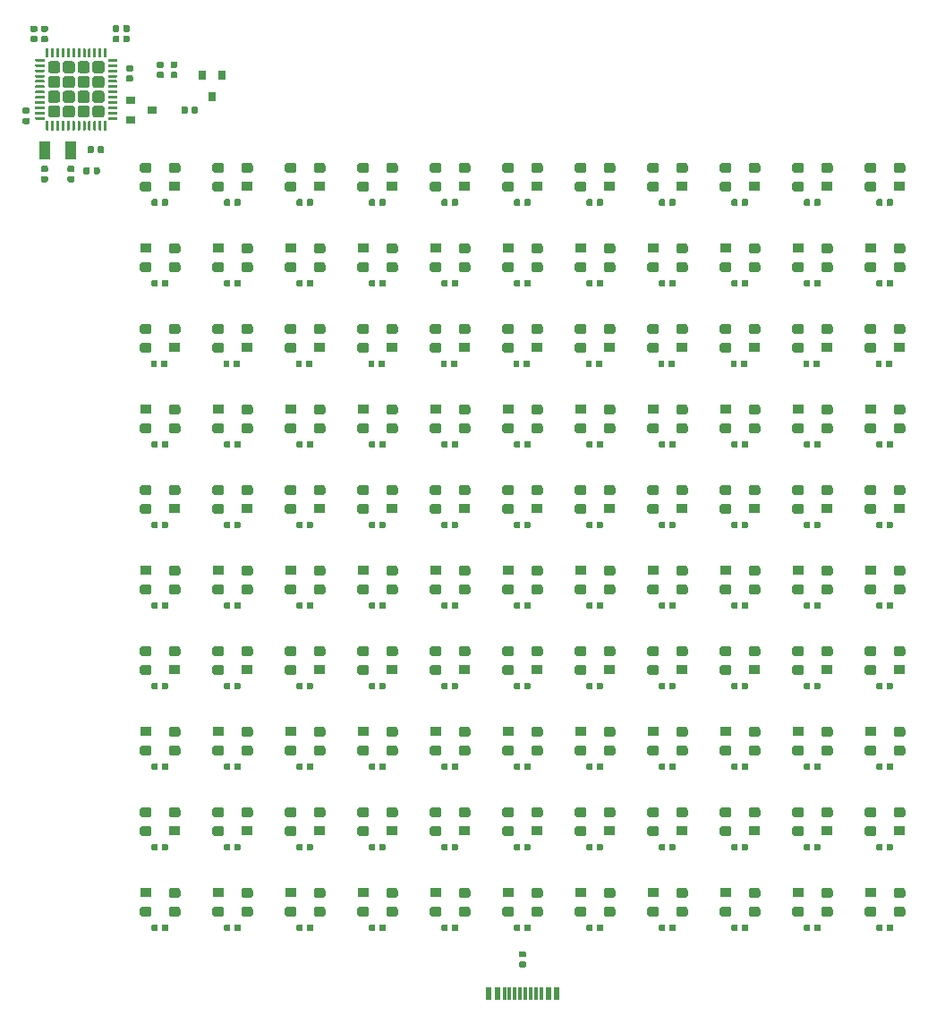
<source format=gbr>
G04 #@! TF.GenerationSoftware,KiCad,Pcbnew,(5.1.4)-1*
G04 #@! TF.CreationDate,2019-12-11T21:26:34-05:00*
G04 #@! TF.ProjectId,main,6d61696e-2e6b-4696-9361-645f70636258,rev?*
G04 #@! TF.SameCoordinates,Original*
G04 #@! TF.FileFunction,Paste,Top*
G04 #@! TF.FilePolarity,Positive*
%FSLAX46Y46*%
G04 Gerber Fmt 4.6, Leading zero omitted, Abs format (unit mm)*
G04 Created by KiCad (PCBNEW (5.1.4)-1) date 2019-12-11 21:26:34*
%MOMM*%
%LPD*%
G04 APERTURE LIST*
%ADD10C,0.100000*%
%ADD11C,0.900000*%
%ADD12R,1.100000X0.900000*%
%ADD13R,0.600000X1.150000*%
%ADD14R,0.300000X1.150000*%
%ADD15C,0.590000*%
%ADD16R,0.900000X0.800000*%
%ADD17R,0.800000X0.900000*%
%ADD18R,1.000000X1.800000*%
%ADD19C,0.250000*%
%ADD20C,1.130000*%
G04 APERTURE END LIST*
D10*
G36*
X85980054Y-83051083D02*
G01*
X86001895Y-83054323D01*
X86023314Y-83059688D01*
X86044104Y-83067127D01*
X86064064Y-83076568D01*
X86083003Y-83087919D01*
X86100738Y-83101073D01*
X86117099Y-83115901D01*
X86131927Y-83132262D01*
X86145081Y-83149997D01*
X86156432Y-83168936D01*
X86165873Y-83188896D01*
X86173312Y-83209686D01*
X86178677Y-83231105D01*
X86181917Y-83252946D01*
X86183000Y-83275000D01*
X86183000Y-83725000D01*
X86181917Y-83747054D01*
X86178677Y-83768895D01*
X86173312Y-83790314D01*
X86165873Y-83811104D01*
X86156432Y-83831064D01*
X86145081Y-83850003D01*
X86131927Y-83867738D01*
X86117099Y-83884099D01*
X86100738Y-83898927D01*
X86083003Y-83912081D01*
X86064064Y-83923432D01*
X86044104Y-83932873D01*
X86023314Y-83940312D01*
X86001895Y-83945677D01*
X85980054Y-83948917D01*
X85958000Y-83950000D01*
X85308000Y-83950000D01*
X85285946Y-83948917D01*
X85264105Y-83945677D01*
X85242686Y-83940312D01*
X85221896Y-83932873D01*
X85201936Y-83923432D01*
X85182997Y-83912081D01*
X85165262Y-83898927D01*
X85148901Y-83884099D01*
X85134073Y-83867738D01*
X85120919Y-83850003D01*
X85109568Y-83831064D01*
X85100127Y-83811104D01*
X85092688Y-83790314D01*
X85087323Y-83768895D01*
X85084083Y-83747054D01*
X85083000Y-83725000D01*
X85083000Y-83275000D01*
X85084083Y-83252946D01*
X85087323Y-83231105D01*
X85092688Y-83209686D01*
X85100127Y-83188896D01*
X85109568Y-83168936D01*
X85120919Y-83149997D01*
X85134073Y-83132262D01*
X85148901Y-83115901D01*
X85165262Y-83101073D01*
X85182997Y-83087919D01*
X85201936Y-83076568D01*
X85221896Y-83067127D01*
X85242686Y-83059688D01*
X85264105Y-83054323D01*
X85285946Y-83051083D01*
X85308000Y-83050000D01*
X85958000Y-83050000D01*
X85980054Y-83051083D01*
X85980054Y-83051083D01*
G37*
D11*
X85633000Y-83500000D03*
D10*
G36*
X85980054Y-84831083D02*
G01*
X86001895Y-84834323D01*
X86023314Y-84839688D01*
X86044104Y-84847127D01*
X86064064Y-84856568D01*
X86083003Y-84867919D01*
X86100738Y-84881073D01*
X86117099Y-84895901D01*
X86131927Y-84912262D01*
X86145081Y-84929997D01*
X86156432Y-84948936D01*
X86165873Y-84968896D01*
X86173312Y-84989686D01*
X86178677Y-85011105D01*
X86181917Y-85032946D01*
X86183000Y-85055000D01*
X86183000Y-85505000D01*
X86181917Y-85527054D01*
X86178677Y-85548895D01*
X86173312Y-85570314D01*
X86165873Y-85591104D01*
X86156432Y-85611064D01*
X86145081Y-85630003D01*
X86131927Y-85647738D01*
X86117099Y-85664099D01*
X86100738Y-85678927D01*
X86083003Y-85692081D01*
X86064064Y-85703432D01*
X86044104Y-85712873D01*
X86023314Y-85720312D01*
X86001895Y-85725677D01*
X85980054Y-85728917D01*
X85958000Y-85730000D01*
X85308000Y-85730000D01*
X85285946Y-85728917D01*
X85264105Y-85725677D01*
X85242686Y-85720312D01*
X85221896Y-85712873D01*
X85201936Y-85703432D01*
X85182997Y-85692081D01*
X85165262Y-85678927D01*
X85148901Y-85664099D01*
X85134073Y-85647738D01*
X85120919Y-85630003D01*
X85109568Y-85611064D01*
X85100127Y-85591104D01*
X85092688Y-85570314D01*
X85087323Y-85548895D01*
X85084083Y-85527054D01*
X85083000Y-85505000D01*
X85083000Y-85055000D01*
X85084083Y-85032946D01*
X85087323Y-85011105D01*
X85092688Y-84989686D01*
X85100127Y-84968896D01*
X85109568Y-84948936D01*
X85120919Y-84929997D01*
X85134073Y-84912262D01*
X85148901Y-84895901D01*
X85165262Y-84881073D01*
X85182997Y-84867919D01*
X85201936Y-84856568D01*
X85221896Y-84847127D01*
X85242686Y-84839688D01*
X85264105Y-84834323D01*
X85285946Y-84831083D01*
X85308000Y-84830000D01*
X85958000Y-84830000D01*
X85980054Y-84831083D01*
X85980054Y-84831083D01*
G37*
D11*
X85633000Y-85280000D03*
D10*
G36*
X83250054Y-84831083D02*
G01*
X83271895Y-84834323D01*
X83293314Y-84839688D01*
X83314104Y-84847127D01*
X83334064Y-84856568D01*
X83353003Y-84867919D01*
X83370738Y-84881073D01*
X83387099Y-84895901D01*
X83401927Y-84912262D01*
X83415081Y-84929997D01*
X83426432Y-84948936D01*
X83435873Y-84968896D01*
X83443312Y-84989686D01*
X83448677Y-85011105D01*
X83451917Y-85032946D01*
X83453000Y-85055000D01*
X83453000Y-85505000D01*
X83451917Y-85527054D01*
X83448677Y-85548895D01*
X83443312Y-85570314D01*
X83435873Y-85591104D01*
X83426432Y-85611064D01*
X83415081Y-85630003D01*
X83401927Y-85647738D01*
X83387099Y-85664099D01*
X83370738Y-85678927D01*
X83353003Y-85692081D01*
X83334064Y-85703432D01*
X83314104Y-85712873D01*
X83293314Y-85720312D01*
X83271895Y-85725677D01*
X83250054Y-85728917D01*
X83228000Y-85730000D01*
X82578000Y-85730000D01*
X82555946Y-85728917D01*
X82534105Y-85725677D01*
X82512686Y-85720312D01*
X82491896Y-85712873D01*
X82471936Y-85703432D01*
X82452997Y-85692081D01*
X82435262Y-85678927D01*
X82418901Y-85664099D01*
X82404073Y-85647738D01*
X82390919Y-85630003D01*
X82379568Y-85611064D01*
X82370127Y-85591104D01*
X82362688Y-85570314D01*
X82357323Y-85548895D01*
X82354083Y-85527054D01*
X82353000Y-85505000D01*
X82353000Y-85055000D01*
X82354083Y-85032946D01*
X82357323Y-85011105D01*
X82362688Y-84989686D01*
X82370127Y-84968896D01*
X82379568Y-84948936D01*
X82390919Y-84929997D01*
X82404073Y-84912262D01*
X82418901Y-84895901D01*
X82435262Y-84881073D01*
X82452997Y-84867919D01*
X82471936Y-84856568D01*
X82491896Y-84847127D01*
X82512686Y-84839688D01*
X82534105Y-84834323D01*
X82555946Y-84831083D01*
X82578000Y-84830000D01*
X83228000Y-84830000D01*
X83250054Y-84831083D01*
X83250054Y-84831083D01*
G37*
D11*
X82903000Y-85280000D03*
D12*
X82903000Y-83500000D03*
D10*
G36*
X83250054Y-77211083D02*
G01*
X83271895Y-77214323D01*
X83293314Y-77219688D01*
X83314104Y-77227127D01*
X83334064Y-77236568D01*
X83353003Y-77247919D01*
X83370738Y-77261073D01*
X83387099Y-77275901D01*
X83401927Y-77292262D01*
X83415081Y-77309997D01*
X83426432Y-77328936D01*
X83435873Y-77348896D01*
X83443312Y-77369686D01*
X83448677Y-77391105D01*
X83451917Y-77412946D01*
X83453000Y-77435000D01*
X83453000Y-77885000D01*
X83451917Y-77907054D01*
X83448677Y-77928895D01*
X83443312Y-77950314D01*
X83435873Y-77971104D01*
X83426432Y-77991064D01*
X83415081Y-78010003D01*
X83401927Y-78027738D01*
X83387099Y-78044099D01*
X83370738Y-78058927D01*
X83353003Y-78072081D01*
X83334064Y-78083432D01*
X83314104Y-78092873D01*
X83293314Y-78100312D01*
X83271895Y-78105677D01*
X83250054Y-78108917D01*
X83228000Y-78110000D01*
X82578000Y-78110000D01*
X82555946Y-78108917D01*
X82534105Y-78105677D01*
X82512686Y-78100312D01*
X82491896Y-78092873D01*
X82471936Y-78083432D01*
X82452997Y-78072081D01*
X82435262Y-78058927D01*
X82418901Y-78044099D01*
X82404073Y-78027738D01*
X82390919Y-78010003D01*
X82379568Y-77991064D01*
X82370127Y-77971104D01*
X82362688Y-77950314D01*
X82357323Y-77928895D01*
X82354083Y-77907054D01*
X82353000Y-77885000D01*
X82353000Y-77435000D01*
X82354083Y-77412946D01*
X82357323Y-77391105D01*
X82362688Y-77369686D01*
X82370127Y-77348896D01*
X82379568Y-77328936D01*
X82390919Y-77309997D01*
X82404073Y-77292262D01*
X82418901Y-77275901D01*
X82435262Y-77261073D01*
X82452997Y-77247919D01*
X82471936Y-77236568D01*
X82491896Y-77227127D01*
X82512686Y-77219688D01*
X82534105Y-77214323D01*
X82555946Y-77211083D01*
X82578000Y-77210000D01*
X83228000Y-77210000D01*
X83250054Y-77211083D01*
X83250054Y-77211083D01*
G37*
D11*
X82903000Y-77660000D03*
D10*
G36*
X83250054Y-75431083D02*
G01*
X83271895Y-75434323D01*
X83293314Y-75439688D01*
X83314104Y-75447127D01*
X83334064Y-75456568D01*
X83353003Y-75467919D01*
X83370738Y-75481073D01*
X83387099Y-75495901D01*
X83401927Y-75512262D01*
X83415081Y-75529997D01*
X83426432Y-75548936D01*
X83435873Y-75568896D01*
X83443312Y-75589686D01*
X83448677Y-75611105D01*
X83451917Y-75632946D01*
X83453000Y-75655000D01*
X83453000Y-76105000D01*
X83451917Y-76127054D01*
X83448677Y-76148895D01*
X83443312Y-76170314D01*
X83435873Y-76191104D01*
X83426432Y-76211064D01*
X83415081Y-76230003D01*
X83401927Y-76247738D01*
X83387099Y-76264099D01*
X83370738Y-76278927D01*
X83353003Y-76292081D01*
X83334064Y-76303432D01*
X83314104Y-76312873D01*
X83293314Y-76320312D01*
X83271895Y-76325677D01*
X83250054Y-76328917D01*
X83228000Y-76330000D01*
X82578000Y-76330000D01*
X82555946Y-76328917D01*
X82534105Y-76325677D01*
X82512686Y-76320312D01*
X82491896Y-76312873D01*
X82471936Y-76303432D01*
X82452997Y-76292081D01*
X82435262Y-76278927D01*
X82418901Y-76264099D01*
X82404073Y-76247738D01*
X82390919Y-76230003D01*
X82379568Y-76211064D01*
X82370127Y-76191104D01*
X82362688Y-76170314D01*
X82357323Y-76148895D01*
X82354083Y-76127054D01*
X82353000Y-76105000D01*
X82353000Y-75655000D01*
X82354083Y-75632946D01*
X82357323Y-75611105D01*
X82362688Y-75589686D01*
X82370127Y-75568896D01*
X82379568Y-75548936D01*
X82390919Y-75529997D01*
X82404073Y-75512262D01*
X82418901Y-75495901D01*
X82435262Y-75481073D01*
X82452997Y-75467919D01*
X82471936Y-75456568D01*
X82491896Y-75447127D01*
X82512686Y-75439688D01*
X82534105Y-75434323D01*
X82555946Y-75431083D01*
X82578000Y-75430000D01*
X83228000Y-75430000D01*
X83250054Y-75431083D01*
X83250054Y-75431083D01*
G37*
D11*
X82903000Y-75880000D03*
D10*
G36*
X85980054Y-75431083D02*
G01*
X86001895Y-75434323D01*
X86023314Y-75439688D01*
X86044104Y-75447127D01*
X86064064Y-75456568D01*
X86083003Y-75467919D01*
X86100738Y-75481073D01*
X86117099Y-75495901D01*
X86131927Y-75512262D01*
X86145081Y-75529997D01*
X86156432Y-75548936D01*
X86165873Y-75568896D01*
X86173312Y-75589686D01*
X86178677Y-75611105D01*
X86181917Y-75632946D01*
X86183000Y-75655000D01*
X86183000Y-76105000D01*
X86181917Y-76127054D01*
X86178677Y-76148895D01*
X86173312Y-76170314D01*
X86165873Y-76191104D01*
X86156432Y-76211064D01*
X86145081Y-76230003D01*
X86131927Y-76247738D01*
X86117099Y-76264099D01*
X86100738Y-76278927D01*
X86083003Y-76292081D01*
X86064064Y-76303432D01*
X86044104Y-76312873D01*
X86023314Y-76320312D01*
X86001895Y-76325677D01*
X85980054Y-76328917D01*
X85958000Y-76330000D01*
X85308000Y-76330000D01*
X85285946Y-76328917D01*
X85264105Y-76325677D01*
X85242686Y-76320312D01*
X85221896Y-76312873D01*
X85201936Y-76303432D01*
X85182997Y-76292081D01*
X85165262Y-76278927D01*
X85148901Y-76264099D01*
X85134073Y-76247738D01*
X85120919Y-76230003D01*
X85109568Y-76211064D01*
X85100127Y-76191104D01*
X85092688Y-76170314D01*
X85087323Y-76148895D01*
X85084083Y-76127054D01*
X85083000Y-76105000D01*
X85083000Y-75655000D01*
X85084083Y-75632946D01*
X85087323Y-75611105D01*
X85092688Y-75589686D01*
X85100127Y-75568896D01*
X85109568Y-75548936D01*
X85120919Y-75529997D01*
X85134073Y-75512262D01*
X85148901Y-75495901D01*
X85165262Y-75481073D01*
X85182997Y-75467919D01*
X85201936Y-75456568D01*
X85221896Y-75447127D01*
X85242686Y-75439688D01*
X85264105Y-75434323D01*
X85285946Y-75431083D01*
X85308000Y-75430000D01*
X85958000Y-75430000D01*
X85980054Y-75431083D01*
X85980054Y-75431083D01*
G37*
D11*
X85633000Y-75880000D03*
D12*
X85633000Y-77660000D03*
D10*
G36*
X85980054Y-67811083D02*
G01*
X86001895Y-67814323D01*
X86023314Y-67819688D01*
X86044104Y-67827127D01*
X86064064Y-67836568D01*
X86083003Y-67847919D01*
X86100738Y-67861073D01*
X86117099Y-67875901D01*
X86131927Y-67892262D01*
X86145081Y-67909997D01*
X86156432Y-67928936D01*
X86165873Y-67948896D01*
X86173312Y-67969686D01*
X86178677Y-67991105D01*
X86181917Y-68012946D01*
X86183000Y-68035000D01*
X86183000Y-68485000D01*
X86181917Y-68507054D01*
X86178677Y-68528895D01*
X86173312Y-68550314D01*
X86165873Y-68571104D01*
X86156432Y-68591064D01*
X86145081Y-68610003D01*
X86131927Y-68627738D01*
X86117099Y-68644099D01*
X86100738Y-68658927D01*
X86083003Y-68672081D01*
X86064064Y-68683432D01*
X86044104Y-68692873D01*
X86023314Y-68700312D01*
X86001895Y-68705677D01*
X85980054Y-68708917D01*
X85958000Y-68710000D01*
X85308000Y-68710000D01*
X85285946Y-68708917D01*
X85264105Y-68705677D01*
X85242686Y-68700312D01*
X85221896Y-68692873D01*
X85201936Y-68683432D01*
X85182997Y-68672081D01*
X85165262Y-68658927D01*
X85148901Y-68644099D01*
X85134073Y-68627738D01*
X85120919Y-68610003D01*
X85109568Y-68591064D01*
X85100127Y-68571104D01*
X85092688Y-68550314D01*
X85087323Y-68528895D01*
X85084083Y-68507054D01*
X85083000Y-68485000D01*
X85083000Y-68035000D01*
X85084083Y-68012946D01*
X85087323Y-67991105D01*
X85092688Y-67969686D01*
X85100127Y-67948896D01*
X85109568Y-67928936D01*
X85120919Y-67909997D01*
X85134073Y-67892262D01*
X85148901Y-67875901D01*
X85165262Y-67861073D01*
X85182997Y-67847919D01*
X85201936Y-67836568D01*
X85221896Y-67827127D01*
X85242686Y-67819688D01*
X85264105Y-67814323D01*
X85285946Y-67811083D01*
X85308000Y-67810000D01*
X85958000Y-67810000D01*
X85980054Y-67811083D01*
X85980054Y-67811083D01*
G37*
D11*
X85633000Y-68260000D03*
D10*
G36*
X85980054Y-69591083D02*
G01*
X86001895Y-69594323D01*
X86023314Y-69599688D01*
X86044104Y-69607127D01*
X86064064Y-69616568D01*
X86083003Y-69627919D01*
X86100738Y-69641073D01*
X86117099Y-69655901D01*
X86131927Y-69672262D01*
X86145081Y-69689997D01*
X86156432Y-69708936D01*
X86165873Y-69728896D01*
X86173312Y-69749686D01*
X86178677Y-69771105D01*
X86181917Y-69792946D01*
X86183000Y-69815000D01*
X86183000Y-70265000D01*
X86181917Y-70287054D01*
X86178677Y-70308895D01*
X86173312Y-70330314D01*
X86165873Y-70351104D01*
X86156432Y-70371064D01*
X86145081Y-70390003D01*
X86131927Y-70407738D01*
X86117099Y-70424099D01*
X86100738Y-70438927D01*
X86083003Y-70452081D01*
X86064064Y-70463432D01*
X86044104Y-70472873D01*
X86023314Y-70480312D01*
X86001895Y-70485677D01*
X85980054Y-70488917D01*
X85958000Y-70490000D01*
X85308000Y-70490000D01*
X85285946Y-70488917D01*
X85264105Y-70485677D01*
X85242686Y-70480312D01*
X85221896Y-70472873D01*
X85201936Y-70463432D01*
X85182997Y-70452081D01*
X85165262Y-70438927D01*
X85148901Y-70424099D01*
X85134073Y-70407738D01*
X85120919Y-70390003D01*
X85109568Y-70371064D01*
X85100127Y-70351104D01*
X85092688Y-70330314D01*
X85087323Y-70308895D01*
X85084083Y-70287054D01*
X85083000Y-70265000D01*
X85083000Y-69815000D01*
X85084083Y-69792946D01*
X85087323Y-69771105D01*
X85092688Y-69749686D01*
X85100127Y-69728896D01*
X85109568Y-69708936D01*
X85120919Y-69689997D01*
X85134073Y-69672262D01*
X85148901Y-69655901D01*
X85165262Y-69641073D01*
X85182997Y-69627919D01*
X85201936Y-69616568D01*
X85221896Y-69607127D01*
X85242686Y-69599688D01*
X85264105Y-69594323D01*
X85285946Y-69591083D01*
X85308000Y-69590000D01*
X85958000Y-69590000D01*
X85980054Y-69591083D01*
X85980054Y-69591083D01*
G37*
D11*
X85633000Y-70040000D03*
D10*
G36*
X83250054Y-69591083D02*
G01*
X83271895Y-69594323D01*
X83293314Y-69599688D01*
X83314104Y-69607127D01*
X83334064Y-69616568D01*
X83353003Y-69627919D01*
X83370738Y-69641073D01*
X83387099Y-69655901D01*
X83401927Y-69672262D01*
X83415081Y-69689997D01*
X83426432Y-69708936D01*
X83435873Y-69728896D01*
X83443312Y-69749686D01*
X83448677Y-69771105D01*
X83451917Y-69792946D01*
X83453000Y-69815000D01*
X83453000Y-70265000D01*
X83451917Y-70287054D01*
X83448677Y-70308895D01*
X83443312Y-70330314D01*
X83435873Y-70351104D01*
X83426432Y-70371064D01*
X83415081Y-70390003D01*
X83401927Y-70407738D01*
X83387099Y-70424099D01*
X83370738Y-70438927D01*
X83353003Y-70452081D01*
X83334064Y-70463432D01*
X83314104Y-70472873D01*
X83293314Y-70480312D01*
X83271895Y-70485677D01*
X83250054Y-70488917D01*
X83228000Y-70490000D01*
X82578000Y-70490000D01*
X82555946Y-70488917D01*
X82534105Y-70485677D01*
X82512686Y-70480312D01*
X82491896Y-70472873D01*
X82471936Y-70463432D01*
X82452997Y-70452081D01*
X82435262Y-70438927D01*
X82418901Y-70424099D01*
X82404073Y-70407738D01*
X82390919Y-70390003D01*
X82379568Y-70371064D01*
X82370127Y-70351104D01*
X82362688Y-70330314D01*
X82357323Y-70308895D01*
X82354083Y-70287054D01*
X82353000Y-70265000D01*
X82353000Y-69815000D01*
X82354083Y-69792946D01*
X82357323Y-69771105D01*
X82362688Y-69749686D01*
X82370127Y-69728896D01*
X82379568Y-69708936D01*
X82390919Y-69689997D01*
X82404073Y-69672262D01*
X82418901Y-69655901D01*
X82435262Y-69641073D01*
X82452997Y-69627919D01*
X82471936Y-69616568D01*
X82491896Y-69607127D01*
X82512686Y-69599688D01*
X82534105Y-69594323D01*
X82555946Y-69591083D01*
X82578000Y-69590000D01*
X83228000Y-69590000D01*
X83250054Y-69591083D01*
X83250054Y-69591083D01*
G37*
D11*
X82903000Y-70040000D03*
D12*
X82903000Y-68260000D03*
D10*
G36*
X83250054Y-61971083D02*
G01*
X83271895Y-61974323D01*
X83293314Y-61979688D01*
X83314104Y-61987127D01*
X83334064Y-61996568D01*
X83353003Y-62007919D01*
X83370738Y-62021073D01*
X83387099Y-62035901D01*
X83401927Y-62052262D01*
X83415081Y-62069997D01*
X83426432Y-62088936D01*
X83435873Y-62108896D01*
X83443312Y-62129686D01*
X83448677Y-62151105D01*
X83451917Y-62172946D01*
X83453000Y-62195000D01*
X83453000Y-62645000D01*
X83451917Y-62667054D01*
X83448677Y-62688895D01*
X83443312Y-62710314D01*
X83435873Y-62731104D01*
X83426432Y-62751064D01*
X83415081Y-62770003D01*
X83401927Y-62787738D01*
X83387099Y-62804099D01*
X83370738Y-62818927D01*
X83353003Y-62832081D01*
X83334064Y-62843432D01*
X83314104Y-62852873D01*
X83293314Y-62860312D01*
X83271895Y-62865677D01*
X83250054Y-62868917D01*
X83228000Y-62870000D01*
X82578000Y-62870000D01*
X82555946Y-62868917D01*
X82534105Y-62865677D01*
X82512686Y-62860312D01*
X82491896Y-62852873D01*
X82471936Y-62843432D01*
X82452997Y-62832081D01*
X82435262Y-62818927D01*
X82418901Y-62804099D01*
X82404073Y-62787738D01*
X82390919Y-62770003D01*
X82379568Y-62751064D01*
X82370127Y-62731104D01*
X82362688Y-62710314D01*
X82357323Y-62688895D01*
X82354083Y-62667054D01*
X82353000Y-62645000D01*
X82353000Y-62195000D01*
X82354083Y-62172946D01*
X82357323Y-62151105D01*
X82362688Y-62129686D01*
X82370127Y-62108896D01*
X82379568Y-62088936D01*
X82390919Y-62069997D01*
X82404073Y-62052262D01*
X82418901Y-62035901D01*
X82435262Y-62021073D01*
X82452997Y-62007919D01*
X82471936Y-61996568D01*
X82491896Y-61987127D01*
X82512686Y-61979688D01*
X82534105Y-61974323D01*
X82555946Y-61971083D01*
X82578000Y-61970000D01*
X83228000Y-61970000D01*
X83250054Y-61971083D01*
X83250054Y-61971083D01*
G37*
D11*
X82903000Y-62420000D03*
D10*
G36*
X83250054Y-60191083D02*
G01*
X83271895Y-60194323D01*
X83293314Y-60199688D01*
X83314104Y-60207127D01*
X83334064Y-60216568D01*
X83353003Y-60227919D01*
X83370738Y-60241073D01*
X83387099Y-60255901D01*
X83401927Y-60272262D01*
X83415081Y-60289997D01*
X83426432Y-60308936D01*
X83435873Y-60328896D01*
X83443312Y-60349686D01*
X83448677Y-60371105D01*
X83451917Y-60392946D01*
X83453000Y-60415000D01*
X83453000Y-60865000D01*
X83451917Y-60887054D01*
X83448677Y-60908895D01*
X83443312Y-60930314D01*
X83435873Y-60951104D01*
X83426432Y-60971064D01*
X83415081Y-60990003D01*
X83401927Y-61007738D01*
X83387099Y-61024099D01*
X83370738Y-61038927D01*
X83353003Y-61052081D01*
X83334064Y-61063432D01*
X83314104Y-61072873D01*
X83293314Y-61080312D01*
X83271895Y-61085677D01*
X83250054Y-61088917D01*
X83228000Y-61090000D01*
X82578000Y-61090000D01*
X82555946Y-61088917D01*
X82534105Y-61085677D01*
X82512686Y-61080312D01*
X82491896Y-61072873D01*
X82471936Y-61063432D01*
X82452997Y-61052081D01*
X82435262Y-61038927D01*
X82418901Y-61024099D01*
X82404073Y-61007738D01*
X82390919Y-60990003D01*
X82379568Y-60971064D01*
X82370127Y-60951104D01*
X82362688Y-60930314D01*
X82357323Y-60908895D01*
X82354083Y-60887054D01*
X82353000Y-60865000D01*
X82353000Y-60415000D01*
X82354083Y-60392946D01*
X82357323Y-60371105D01*
X82362688Y-60349686D01*
X82370127Y-60328896D01*
X82379568Y-60308936D01*
X82390919Y-60289997D01*
X82404073Y-60272262D01*
X82418901Y-60255901D01*
X82435262Y-60241073D01*
X82452997Y-60227919D01*
X82471936Y-60216568D01*
X82491896Y-60207127D01*
X82512686Y-60199688D01*
X82534105Y-60194323D01*
X82555946Y-60191083D01*
X82578000Y-60190000D01*
X83228000Y-60190000D01*
X83250054Y-60191083D01*
X83250054Y-60191083D01*
G37*
D11*
X82903000Y-60640000D03*
D10*
G36*
X85980054Y-60191083D02*
G01*
X86001895Y-60194323D01*
X86023314Y-60199688D01*
X86044104Y-60207127D01*
X86064064Y-60216568D01*
X86083003Y-60227919D01*
X86100738Y-60241073D01*
X86117099Y-60255901D01*
X86131927Y-60272262D01*
X86145081Y-60289997D01*
X86156432Y-60308936D01*
X86165873Y-60328896D01*
X86173312Y-60349686D01*
X86178677Y-60371105D01*
X86181917Y-60392946D01*
X86183000Y-60415000D01*
X86183000Y-60865000D01*
X86181917Y-60887054D01*
X86178677Y-60908895D01*
X86173312Y-60930314D01*
X86165873Y-60951104D01*
X86156432Y-60971064D01*
X86145081Y-60990003D01*
X86131927Y-61007738D01*
X86117099Y-61024099D01*
X86100738Y-61038927D01*
X86083003Y-61052081D01*
X86064064Y-61063432D01*
X86044104Y-61072873D01*
X86023314Y-61080312D01*
X86001895Y-61085677D01*
X85980054Y-61088917D01*
X85958000Y-61090000D01*
X85308000Y-61090000D01*
X85285946Y-61088917D01*
X85264105Y-61085677D01*
X85242686Y-61080312D01*
X85221896Y-61072873D01*
X85201936Y-61063432D01*
X85182997Y-61052081D01*
X85165262Y-61038927D01*
X85148901Y-61024099D01*
X85134073Y-61007738D01*
X85120919Y-60990003D01*
X85109568Y-60971064D01*
X85100127Y-60951104D01*
X85092688Y-60930314D01*
X85087323Y-60908895D01*
X85084083Y-60887054D01*
X85083000Y-60865000D01*
X85083000Y-60415000D01*
X85084083Y-60392946D01*
X85087323Y-60371105D01*
X85092688Y-60349686D01*
X85100127Y-60328896D01*
X85109568Y-60308936D01*
X85120919Y-60289997D01*
X85134073Y-60272262D01*
X85148901Y-60255901D01*
X85165262Y-60241073D01*
X85182997Y-60227919D01*
X85201936Y-60216568D01*
X85221896Y-60207127D01*
X85242686Y-60199688D01*
X85264105Y-60194323D01*
X85285946Y-60191083D01*
X85308000Y-60190000D01*
X85958000Y-60190000D01*
X85980054Y-60191083D01*
X85980054Y-60191083D01*
G37*
D11*
X85633000Y-60640000D03*
D12*
X85633000Y-62420000D03*
D10*
G36*
X85980054Y-52571083D02*
G01*
X86001895Y-52574323D01*
X86023314Y-52579688D01*
X86044104Y-52587127D01*
X86064064Y-52596568D01*
X86083003Y-52607919D01*
X86100738Y-52621073D01*
X86117099Y-52635901D01*
X86131927Y-52652262D01*
X86145081Y-52669997D01*
X86156432Y-52688936D01*
X86165873Y-52708896D01*
X86173312Y-52729686D01*
X86178677Y-52751105D01*
X86181917Y-52772946D01*
X86183000Y-52795000D01*
X86183000Y-53245000D01*
X86181917Y-53267054D01*
X86178677Y-53288895D01*
X86173312Y-53310314D01*
X86165873Y-53331104D01*
X86156432Y-53351064D01*
X86145081Y-53370003D01*
X86131927Y-53387738D01*
X86117099Y-53404099D01*
X86100738Y-53418927D01*
X86083003Y-53432081D01*
X86064064Y-53443432D01*
X86044104Y-53452873D01*
X86023314Y-53460312D01*
X86001895Y-53465677D01*
X85980054Y-53468917D01*
X85958000Y-53470000D01*
X85308000Y-53470000D01*
X85285946Y-53468917D01*
X85264105Y-53465677D01*
X85242686Y-53460312D01*
X85221896Y-53452873D01*
X85201936Y-53443432D01*
X85182997Y-53432081D01*
X85165262Y-53418927D01*
X85148901Y-53404099D01*
X85134073Y-53387738D01*
X85120919Y-53370003D01*
X85109568Y-53351064D01*
X85100127Y-53331104D01*
X85092688Y-53310314D01*
X85087323Y-53288895D01*
X85084083Y-53267054D01*
X85083000Y-53245000D01*
X85083000Y-52795000D01*
X85084083Y-52772946D01*
X85087323Y-52751105D01*
X85092688Y-52729686D01*
X85100127Y-52708896D01*
X85109568Y-52688936D01*
X85120919Y-52669997D01*
X85134073Y-52652262D01*
X85148901Y-52635901D01*
X85165262Y-52621073D01*
X85182997Y-52607919D01*
X85201936Y-52596568D01*
X85221896Y-52587127D01*
X85242686Y-52579688D01*
X85264105Y-52574323D01*
X85285946Y-52571083D01*
X85308000Y-52570000D01*
X85958000Y-52570000D01*
X85980054Y-52571083D01*
X85980054Y-52571083D01*
G37*
D11*
X85633000Y-53020000D03*
D10*
G36*
X85980054Y-54351083D02*
G01*
X86001895Y-54354323D01*
X86023314Y-54359688D01*
X86044104Y-54367127D01*
X86064064Y-54376568D01*
X86083003Y-54387919D01*
X86100738Y-54401073D01*
X86117099Y-54415901D01*
X86131927Y-54432262D01*
X86145081Y-54449997D01*
X86156432Y-54468936D01*
X86165873Y-54488896D01*
X86173312Y-54509686D01*
X86178677Y-54531105D01*
X86181917Y-54552946D01*
X86183000Y-54575000D01*
X86183000Y-55025000D01*
X86181917Y-55047054D01*
X86178677Y-55068895D01*
X86173312Y-55090314D01*
X86165873Y-55111104D01*
X86156432Y-55131064D01*
X86145081Y-55150003D01*
X86131927Y-55167738D01*
X86117099Y-55184099D01*
X86100738Y-55198927D01*
X86083003Y-55212081D01*
X86064064Y-55223432D01*
X86044104Y-55232873D01*
X86023314Y-55240312D01*
X86001895Y-55245677D01*
X85980054Y-55248917D01*
X85958000Y-55250000D01*
X85308000Y-55250000D01*
X85285946Y-55248917D01*
X85264105Y-55245677D01*
X85242686Y-55240312D01*
X85221896Y-55232873D01*
X85201936Y-55223432D01*
X85182997Y-55212081D01*
X85165262Y-55198927D01*
X85148901Y-55184099D01*
X85134073Y-55167738D01*
X85120919Y-55150003D01*
X85109568Y-55131064D01*
X85100127Y-55111104D01*
X85092688Y-55090314D01*
X85087323Y-55068895D01*
X85084083Y-55047054D01*
X85083000Y-55025000D01*
X85083000Y-54575000D01*
X85084083Y-54552946D01*
X85087323Y-54531105D01*
X85092688Y-54509686D01*
X85100127Y-54488896D01*
X85109568Y-54468936D01*
X85120919Y-54449997D01*
X85134073Y-54432262D01*
X85148901Y-54415901D01*
X85165262Y-54401073D01*
X85182997Y-54387919D01*
X85201936Y-54376568D01*
X85221896Y-54367127D01*
X85242686Y-54359688D01*
X85264105Y-54354323D01*
X85285946Y-54351083D01*
X85308000Y-54350000D01*
X85958000Y-54350000D01*
X85980054Y-54351083D01*
X85980054Y-54351083D01*
G37*
D11*
X85633000Y-54800000D03*
D10*
G36*
X83250054Y-54351083D02*
G01*
X83271895Y-54354323D01*
X83293314Y-54359688D01*
X83314104Y-54367127D01*
X83334064Y-54376568D01*
X83353003Y-54387919D01*
X83370738Y-54401073D01*
X83387099Y-54415901D01*
X83401927Y-54432262D01*
X83415081Y-54449997D01*
X83426432Y-54468936D01*
X83435873Y-54488896D01*
X83443312Y-54509686D01*
X83448677Y-54531105D01*
X83451917Y-54552946D01*
X83453000Y-54575000D01*
X83453000Y-55025000D01*
X83451917Y-55047054D01*
X83448677Y-55068895D01*
X83443312Y-55090314D01*
X83435873Y-55111104D01*
X83426432Y-55131064D01*
X83415081Y-55150003D01*
X83401927Y-55167738D01*
X83387099Y-55184099D01*
X83370738Y-55198927D01*
X83353003Y-55212081D01*
X83334064Y-55223432D01*
X83314104Y-55232873D01*
X83293314Y-55240312D01*
X83271895Y-55245677D01*
X83250054Y-55248917D01*
X83228000Y-55250000D01*
X82578000Y-55250000D01*
X82555946Y-55248917D01*
X82534105Y-55245677D01*
X82512686Y-55240312D01*
X82491896Y-55232873D01*
X82471936Y-55223432D01*
X82452997Y-55212081D01*
X82435262Y-55198927D01*
X82418901Y-55184099D01*
X82404073Y-55167738D01*
X82390919Y-55150003D01*
X82379568Y-55131064D01*
X82370127Y-55111104D01*
X82362688Y-55090314D01*
X82357323Y-55068895D01*
X82354083Y-55047054D01*
X82353000Y-55025000D01*
X82353000Y-54575000D01*
X82354083Y-54552946D01*
X82357323Y-54531105D01*
X82362688Y-54509686D01*
X82370127Y-54488896D01*
X82379568Y-54468936D01*
X82390919Y-54449997D01*
X82404073Y-54432262D01*
X82418901Y-54415901D01*
X82435262Y-54401073D01*
X82452997Y-54387919D01*
X82471936Y-54376568D01*
X82491896Y-54367127D01*
X82512686Y-54359688D01*
X82534105Y-54354323D01*
X82555946Y-54351083D01*
X82578000Y-54350000D01*
X83228000Y-54350000D01*
X83250054Y-54351083D01*
X83250054Y-54351083D01*
G37*
D11*
X82903000Y-54800000D03*
D12*
X82903000Y-53020000D03*
D10*
G36*
X83250054Y-46731083D02*
G01*
X83271895Y-46734323D01*
X83293314Y-46739688D01*
X83314104Y-46747127D01*
X83334064Y-46756568D01*
X83353003Y-46767919D01*
X83370738Y-46781073D01*
X83387099Y-46795901D01*
X83401927Y-46812262D01*
X83415081Y-46829997D01*
X83426432Y-46848936D01*
X83435873Y-46868896D01*
X83443312Y-46889686D01*
X83448677Y-46911105D01*
X83451917Y-46932946D01*
X83453000Y-46955000D01*
X83453000Y-47405000D01*
X83451917Y-47427054D01*
X83448677Y-47448895D01*
X83443312Y-47470314D01*
X83435873Y-47491104D01*
X83426432Y-47511064D01*
X83415081Y-47530003D01*
X83401927Y-47547738D01*
X83387099Y-47564099D01*
X83370738Y-47578927D01*
X83353003Y-47592081D01*
X83334064Y-47603432D01*
X83314104Y-47612873D01*
X83293314Y-47620312D01*
X83271895Y-47625677D01*
X83250054Y-47628917D01*
X83228000Y-47630000D01*
X82578000Y-47630000D01*
X82555946Y-47628917D01*
X82534105Y-47625677D01*
X82512686Y-47620312D01*
X82491896Y-47612873D01*
X82471936Y-47603432D01*
X82452997Y-47592081D01*
X82435262Y-47578927D01*
X82418901Y-47564099D01*
X82404073Y-47547738D01*
X82390919Y-47530003D01*
X82379568Y-47511064D01*
X82370127Y-47491104D01*
X82362688Y-47470314D01*
X82357323Y-47448895D01*
X82354083Y-47427054D01*
X82353000Y-47405000D01*
X82353000Y-46955000D01*
X82354083Y-46932946D01*
X82357323Y-46911105D01*
X82362688Y-46889686D01*
X82370127Y-46868896D01*
X82379568Y-46848936D01*
X82390919Y-46829997D01*
X82404073Y-46812262D01*
X82418901Y-46795901D01*
X82435262Y-46781073D01*
X82452997Y-46767919D01*
X82471936Y-46756568D01*
X82491896Y-46747127D01*
X82512686Y-46739688D01*
X82534105Y-46734323D01*
X82555946Y-46731083D01*
X82578000Y-46730000D01*
X83228000Y-46730000D01*
X83250054Y-46731083D01*
X83250054Y-46731083D01*
G37*
D11*
X82903000Y-47180000D03*
D10*
G36*
X83250054Y-44951083D02*
G01*
X83271895Y-44954323D01*
X83293314Y-44959688D01*
X83314104Y-44967127D01*
X83334064Y-44976568D01*
X83353003Y-44987919D01*
X83370738Y-45001073D01*
X83387099Y-45015901D01*
X83401927Y-45032262D01*
X83415081Y-45049997D01*
X83426432Y-45068936D01*
X83435873Y-45088896D01*
X83443312Y-45109686D01*
X83448677Y-45131105D01*
X83451917Y-45152946D01*
X83453000Y-45175000D01*
X83453000Y-45625000D01*
X83451917Y-45647054D01*
X83448677Y-45668895D01*
X83443312Y-45690314D01*
X83435873Y-45711104D01*
X83426432Y-45731064D01*
X83415081Y-45750003D01*
X83401927Y-45767738D01*
X83387099Y-45784099D01*
X83370738Y-45798927D01*
X83353003Y-45812081D01*
X83334064Y-45823432D01*
X83314104Y-45832873D01*
X83293314Y-45840312D01*
X83271895Y-45845677D01*
X83250054Y-45848917D01*
X83228000Y-45850000D01*
X82578000Y-45850000D01*
X82555946Y-45848917D01*
X82534105Y-45845677D01*
X82512686Y-45840312D01*
X82491896Y-45832873D01*
X82471936Y-45823432D01*
X82452997Y-45812081D01*
X82435262Y-45798927D01*
X82418901Y-45784099D01*
X82404073Y-45767738D01*
X82390919Y-45750003D01*
X82379568Y-45731064D01*
X82370127Y-45711104D01*
X82362688Y-45690314D01*
X82357323Y-45668895D01*
X82354083Y-45647054D01*
X82353000Y-45625000D01*
X82353000Y-45175000D01*
X82354083Y-45152946D01*
X82357323Y-45131105D01*
X82362688Y-45109686D01*
X82370127Y-45088896D01*
X82379568Y-45068936D01*
X82390919Y-45049997D01*
X82404073Y-45032262D01*
X82418901Y-45015901D01*
X82435262Y-45001073D01*
X82452997Y-44987919D01*
X82471936Y-44976568D01*
X82491896Y-44967127D01*
X82512686Y-44959688D01*
X82534105Y-44954323D01*
X82555946Y-44951083D01*
X82578000Y-44950000D01*
X83228000Y-44950000D01*
X83250054Y-44951083D01*
X83250054Y-44951083D01*
G37*
D11*
X82903000Y-45400000D03*
D10*
G36*
X85980054Y-44951083D02*
G01*
X86001895Y-44954323D01*
X86023314Y-44959688D01*
X86044104Y-44967127D01*
X86064064Y-44976568D01*
X86083003Y-44987919D01*
X86100738Y-45001073D01*
X86117099Y-45015901D01*
X86131927Y-45032262D01*
X86145081Y-45049997D01*
X86156432Y-45068936D01*
X86165873Y-45088896D01*
X86173312Y-45109686D01*
X86178677Y-45131105D01*
X86181917Y-45152946D01*
X86183000Y-45175000D01*
X86183000Y-45625000D01*
X86181917Y-45647054D01*
X86178677Y-45668895D01*
X86173312Y-45690314D01*
X86165873Y-45711104D01*
X86156432Y-45731064D01*
X86145081Y-45750003D01*
X86131927Y-45767738D01*
X86117099Y-45784099D01*
X86100738Y-45798927D01*
X86083003Y-45812081D01*
X86064064Y-45823432D01*
X86044104Y-45832873D01*
X86023314Y-45840312D01*
X86001895Y-45845677D01*
X85980054Y-45848917D01*
X85958000Y-45850000D01*
X85308000Y-45850000D01*
X85285946Y-45848917D01*
X85264105Y-45845677D01*
X85242686Y-45840312D01*
X85221896Y-45832873D01*
X85201936Y-45823432D01*
X85182997Y-45812081D01*
X85165262Y-45798927D01*
X85148901Y-45784099D01*
X85134073Y-45767738D01*
X85120919Y-45750003D01*
X85109568Y-45731064D01*
X85100127Y-45711104D01*
X85092688Y-45690314D01*
X85087323Y-45668895D01*
X85084083Y-45647054D01*
X85083000Y-45625000D01*
X85083000Y-45175000D01*
X85084083Y-45152946D01*
X85087323Y-45131105D01*
X85092688Y-45109686D01*
X85100127Y-45088896D01*
X85109568Y-45068936D01*
X85120919Y-45049997D01*
X85134073Y-45032262D01*
X85148901Y-45015901D01*
X85165262Y-45001073D01*
X85182997Y-44987919D01*
X85201936Y-44976568D01*
X85221896Y-44967127D01*
X85242686Y-44959688D01*
X85264105Y-44954323D01*
X85285946Y-44951083D01*
X85308000Y-44950000D01*
X85958000Y-44950000D01*
X85980054Y-44951083D01*
X85980054Y-44951083D01*
G37*
D11*
X85633000Y-45400000D03*
D12*
X85633000Y-47180000D03*
D10*
G36*
X85980054Y-37331083D02*
G01*
X86001895Y-37334323D01*
X86023314Y-37339688D01*
X86044104Y-37347127D01*
X86064064Y-37356568D01*
X86083003Y-37367919D01*
X86100738Y-37381073D01*
X86117099Y-37395901D01*
X86131927Y-37412262D01*
X86145081Y-37429997D01*
X86156432Y-37448936D01*
X86165873Y-37468896D01*
X86173312Y-37489686D01*
X86178677Y-37511105D01*
X86181917Y-37532946D01*
X86183000Y-37555000D01*
X86183000Y-38005000D01*
X86181917Y-38027054D01*
X86178677Y-38048895D01*
X86173312Y-38070314D01*
X86165873Y-38091104D01*
X86156432Y-38111064D01*
X86145081Y-38130003D01*
X86131927Y-38147738D01*
X86117099Y-38164099D01*
X86100738Y-38178927D01*
X86083003Y-38192081D01*
X86064064Y-38203432D01*
X86044104Y-38212873D01*
X86023314Y-38220312D01*
X86001895Y-38225677D01*
X85980054Y-38228917D01*
X85958000Y-38230000D01*
X85308000Y-38230000D01*
X85285946Y-38228917D01*
X85264105Y-38225677D01*
X85242686Y-38220312D01*
X85221896Y-38212873D01*
X85201936Y-38203432D01*
X85182997Y-38192081D01*
X85165262Y-38178927D01*
X85148901Y-38164099D01*
X85134073Y-38147738D01*
X85120919Y-38130003D01*
X85109568Y-38111064D01*
X85100127Y-38091104D01*
X85092688Y-38070314D01*
X85087323Y-38048895D01*
X85084083Y-38027054D01*
X85083000Y-38005000D01*
X85083000Y-37555000D01*
X85084083Y-37532946D01*
X85087323Y-37511105D01*
X85092688Y-37489686D01*
X85100127Y-37468896D01*
X85109568Y-37448936D01*
X85120919Y-37429997D01*
X85134073Y-37412262D01*
X85148901Y-37395901D01*
X85165262Y-37381073D01*
X85182997Y-37367919D01*
X85201936Y-37356568D01*
X85221896Y-37347127D01*
X85242686Y-37339688D01*
X85264105Y-37334323D01*
X85285946Y-37331083D01*
X85308000Y-37330000D01*
X85958000Y-37330000D01*
X85980054Y-37331083D01*
X85980054Y-37331083D01*
G37*
D11*
X85633000Y-37780000D03*
D10*
G36*
X85980054Y-39111083D02*
G01*
X86001895Y-39114323D01*
X86023314Y-39119688D01*
X86044104Y-39127127D01*
X86064064Y-39136568D01*
X86083003Y-39147919D01*
X86100738Y-39161073D01*
X86117099Y-39175901D01*
X86131927Y-39192262D01*
X86145081Y-39209997D01*
X86156432Y-39228936D01*
X86165873Y-39248896D01*
X86173312Y-39269686D01*
X86178677Y-39291105D01*
X86181917Y-39312946D01*
X86183000Y-39335000D01*
X86183000Y-39785000D01*
X86181917Y-39807054D01*
X86178677Y-39828895D01*
X86173312Y-39850314D01*
X86165873Y-39871104D01*
X86156432Y-39891064D01*
X86145081Y-39910003D01*
X86131927Y-39927738D01*
X86117099Y-39944099D01*
X86100738Y-39958927D01*
X86083003Y-39972081D01*
X86064064Y-39983432D01*
X86044104Y-39992873D01*
X86023314Y-40000312D01*
X86001895Y-40005677D01*
X85980054Y-40008917D01*
X85958000Y-40010000D01*
X85308000Y-40010000D01*
X85285946Y-40008917D01*
X85264105Y-40005677D01*
X85242686Y-40000312D01*
X85221896Y-39992873D01*
X85201936Y-39983432D01*
X85182997Y-39972081D01*
X85165262Y-39958927D01*
X85148901Y-39944099D01*
X85134073Y-39927738D01*
X85120919Y-39910003D01*
X85109568Y-39891064D01*
X85100127Y-39871104D01*
X85092688Y-39850314D01*
X85087323Y-39828895D01*
X85084083Y-39807054D01*
X85083000Y-39785000D01*
X85083000Y-39335000D01*
X85084083Y-39312946D01*
X85087323Y-39291105D01*
X85092688Y-39269686D01*
X85100127Y-39248896D01*
X85109568Y-39228936D01*
X85120919Y-39209997D01*
X85134073Y-39192262D01*
X85148901Y-39175901D01*
X85165262Y-39161073D01*
X85182997Y-39147919D01*
X85201936Y-39136568D01*
X85221896Y-39127127D01*
X85242686Y-39119688D01*
X85264105Y-39114323D01*
X85285946Y-39111083D01*
X85308000Y-39110000D01*
X85958000Y-39110000D01*
X85980054Y-39111083D01*
X85980054Y-39111083D01*
G37*
D11*
X85633000Y-39560000D03*
D10*
G36*
X83250054Y-39111083D02*
G01*
X83271895Y-39114323D01*
X83293314Y-39119688D01*
X83314104Y-39127127D01*
X83334064Y-39136568D01*
X83353003Y-39147919D01*
X83370738Y-39161073D01*
X83387099Y-39175901D01*
X83401927Y-39192262D01*
X83415081Y-39209997D01*
X83426432Y-39228936D01*
X83435873Y-39248896D01*
X83443312Y-39269686D01*
X83448677Y-39291105D01*
X83451917Y-39312946D01*
X83453000Y-39335000D01*
X83453000Y-39785000D01*
X83451917Y-39807054D01*
X83448677Y-39828895D01*
X83443312Y-39850314D01*
X83435873Y-39871104D01*
X83426432Y-39891064D01*
X83415081Y-39910003D01*
X83401927Y-39927738D01*
X83387099Y-39944099D01*
X83370738Y-39958927D01*
X83353003Y-39972081D01*
X83334064Y-39983432D01*
X83314104Y-39992873D01*
X83293314Y-40000312D01*
X83271895Y-40005677D01*
X83250054Y-40008917D01*
X83228000Y-40010000D01*
X82578000Y-40010000D01*
X82555946Y-40008917D01*
X82534105Y-40005677D01*
X82512686Y-40000312D01*
X82491896Y-39992873D01*
X82471936Y-39983432D01*
X82452997Y-39972081D01*
X82435262Y-39958927D01*
X82418901Y-39944099D01*
X82404073Y-39927738D01*
X82390919Y-39910003D01*
X82379568Y-39891064D01*
X82370127Y-39871104D01*
X82362688Y-39850314D01*
X82357323Y-39828895D01*
X82354083Y-39807054D01*
X82353000Y-39785000D01*
X82353000Y-39335000D01*
X82354083Y-39312946D01*
X82357323Y-39291105D01*
X82362688Y-39269686D01*
X82370127Y-39248896D01*
X82379568Y-39228936D01*
X82390919Y-39209997D01*
X82404073Y-39192262D01*
X82418901Y-39175901D01*
X82435262Y-39161073D01*
X82452997Y-39147919D01*
X82471936Y-39136568D01*
X82491896Y-39127127D01*
X82512686Y-39119688D01*
X82534105Y-39114323D01*
X82555946Y-39111083D01*
X82578000Y-39110000D01*
X83228000Y-39110000D01*
X83250054Y-39111083D01*
X83250054Y-39111083D01*
G37*
D11*
X82903000Y-39560000D03*
D12*
X82903000Y-37780000D03*
D10*
G36*
X83250054Y-31491083D02*
G01*
X83271895Y-31494323D01*
X83293314Y-31499688D01*
X83314104Y-31507127D01*
X83334064Y-31516568D01*
X83353003Y-31527919D01*
X83370738Y-31541073D01*
X83387099Y-31555901D01*
X83401927Y-31572262D01*
X83415081Y-31589997D01*
X83426432Y-31608936D01*
X83435873Y-31628896D01*
X83443312Y-31649686D01*
X83448677Y-31671105D01*
X83451917Y-31692946D01*
X83453000Y-31715000D01*
X83453000Y-32165000D01*
X83451917Y-32187054D01*
X83448677Y-32208895D01*
X83443312Y-32230314D01*
X83435873Y-32251104D01*
X83426432Y-32271064D01*
X83415081Y-32290003D01*
X83401927Y-32307738D01*
X83387099Y-32324099D01*
X83370738Y-32338927D01*
X83353003Y-32352081D01*
X83334064Y-32363432D01*
X83314104Y-32372873D01*
X83293314Y-32380312D01*
X83271895Y-32385677D01*
X83250054Y-32388917D01*
X83228000Y-32390000D01*
X82578000Y-32390000D01*
X82555946Y-32388917D01*
X82534105Y-32385677D01*
X82512686Y-32380312D01*
X82491896Y-32372873D01*
X82471936Y-32363432D01*
X82452997Y-32352081D01*
X82435262Y-32338927D01*
X82418901Y-32324099D01*
X82404073Y-32307738D01*
X82390919Y-32290003D01*
X82379568Y-32271064D01*
X82370127Y-32251104D01*
X82362688Y-32230314D01*
X82357323Y-32208895D01*
X82354083Y-32187054D01*
X82353000Y-32165000D01*
X82353000Y-31715000D01*
X82354083Y-31692946D01*
X82357323Y-31671105D01*
X82362688Y-31649686D01*
X82370127Y-31628896D01*
X82379568Y-31608936D01*
X82390919Y-31589997D01*
X82404073Y-31572262D01*
X82418901Y-31555901D01*
X82435262Y-31541073D01*
X82452997Y-31527919D01*
X82471936Y-31516568D01*
X82491896Y-31507127D01*
X82512686Y-31499688D01*
X82534105Y-31494323D01*
X82555946Y-31491083D01*
X82578000Y-31490000D01*
X83228000Y-31490000D01*
X83250054Y-31491083D01*
X83250054Y-31491083D01*
G37*
D11*
X82903000Y-31940000D03*
D10*
G36*
X83250054Y-29711083D02*
G01*
X83271895Y-29714323D01*
X83293314Y-29719688D01*
X83314104Y-29727127D01*
X83334064Y-29736568D01*
X83353003Y-29747919D01*
X83370738Y-29761073D01*
X83387099Y-29775901D01*
X83401927Y-29792262D01*
X83415081Y-29809997D01*
X83426432Y-29828936D01*
X83435873Y-29848896D01*
X83443312Y-29869686D01*
X83448677Y-29891105D01*
X83451917Y-29912946D01*
X83453000Y-29935000D01*
X83453000Y-30385000D01*
X83451917Y-30407054D01*
X83448677Y-30428895D01*
X83443312Y-30450314D01*
X83435873Y-30471104D01*
X83426432Y-30491064D01*
X83415081Y-30510003D01*
X83401927Y-30527738D01*
X83387099Y-30544099D01*
X83370738Y-30558927D01*
X83353003Y-30572081D01*
X83334064Y-30583432D01*
X83314104Y-30592873D01*
X83293314Y-30600312D01*
X83271895Y-30605677D01*
X83250054Y-30608917D01*
X83228000Y-30610000D01*
X82578000Y-30610000D01*
X82555946Y-30608917D01*
X82534105Y-30605677D01*
X82512686Y-30600312D01*
X82491896Y-30592873D01*
X82471936Y-30583432D01*
X82452997Y-30572081D01*
X82435262Y-30558927D01*
X82418901Y-30544099D01*
X82404073Y-30527738D01*
X82390919Y-30510003D01*
X82379568Y-30491064D01*
X82370127Y-30471104D01*
X82362688Y-30450314D01*
X82357323Y-30428895D01*
X82354083Y-30407054D01*
X82353000Y-30385000D01*
X82353000Y-29935000D01*
X82354083Y-29912946D01*
X82357323Y-29891105D01*
X82362688Y-29869686D01*
X82370127Y-29848896D01*
X82379568Y-29828936D01*
X82390919Y-29809997D01*
X82404073Y-29792262D01*
X82418901Y-29775901D01*
X82435262Y-29761073D01*
X82452997Y-29747919D01*
X82471936Y-29736568D01*
X82491896Y-29727127D01*
X82512686Y-29719688D01*
X82534105Y-29714323D01*
X82555946Y-29711083D01*
X82578000Y-29710000D01*
X83228000Y-29710000D01*
X83250054Y-29711083D01*
X83250054Y-29711083D01*
G37*
D11*
X82903000Y-30160000D03*
D10*
G36*
X85980054Y-29711083D02*
G01*
X86001895Y-29714323D01*
X86023314Y-29719688D01*
X86044104Y-29727127D01*
X86064064Y-29736568D01*
X86083003Y-29747919D01*
X86100738Y-29761073D01*
X86117099Y-29775901D01*
X86131927Y-29792262D01*
X86145081Y-29809997D01*
X86156432Y-29828936D01*
X86165873Y-29848896D01*
X86173312Y-29869686D01*
X86178677Y-29891105D01*
X86181917Y-29912946D01*
X86183000Y-29935000D01*
X86183000Y-30385000D01*
X86181917Y-30407054D01*
X86178677Y-30428895D01*
X86173312Y-30450314D01*
X86165873Y-30471104D01*
X86156432Y-30491064D01*
X86145081Y-30510003D01*
X86131927Y-30527738D01*
X86117099Y-30544099D01*
X86100738Y-30558927D01*
X86083003Y-30572081D01*
X86064064Y-30583432D01*
X86044104Y-30592873D01*
X86023314Y-30600312D01*
X86001895Y-30605677D01*
X85980054Y-30608917D01*
X85958000Y-30610000D01*
X85308000Y-30610000D01*
X85285946Y-30608917D01*
X85264105Y-30605677D01*
X85242686Y-30600312D01*
X85221896Y-30592873D01*
X85201936Y-30583432D01*
X85182997Y-30572081D01*
X85165262Y-30558927D01*
X85148901Y-30544099D01*
X85134073Y-30527738D01*
X85120919Y-30510003D01*
X85109568Y-30491064D01*
X85100127Y-30471104D01*
X85092688Y-30450314D01*
X85087323Y-30428895D01*
X85084083Y-30407054D01*
X85083000Y-30385000D01*
X85083000Y-29935000D01*
X85084083Y-29912946D01*
X85087323Y-29891105D01*
X85092688Y-29869686D01*
X85100127Y-29848896D01*
X85109568Y-29828936D01*
X85120919Y-29809997D01*
X85134073Y-29792262D01*
X85148901Y-29775901D01*
X85165262Y-29761073D01*
X85182997Y-29747919D01*
X85201936Y-29736568D01*
X85221896Y-29727127D01*
X85242686Y-29719688D01*
X85264105Y-29714323D01*
X85285946Y-29711083D01*
X85308000Y-29710000D01*
X85958000Y-29710000D01*
X85980054Y-29711083D01*
X85980054Y-29711083D01*
G37*
D11*
X85633000Y-30160000D03*
D12*
X85633000Y-31940000D03*
D10*
G36*
X85980054Y-22091083D02*
G01*
X86001895Y-22094323D01*
X86023314Y-22099688D01*
X86044104Y-22107127D01*
X86064064Y-22116568D01*
X86083003Y-22127919D01*
X86100738Y-22141073D01*
X86117099Y-22155901D01*
X86131927Y-22172262D01*
X86145081Y-22189997D01*
X86156432Y-22208936D01*
X86165873Y-22228896D01*
X86173312Y-22249686D01*
X86178677Y-22271105D01*
X86181917Y-22292946D01*
X86183000Y-22315000D01*
X86183000Y-22765000D01*
X86181917Y-22787054D01*
X86178677Y-22808895D01*
X86173312Y-22830314D01*
X86165873Y-22851104D01*
X86156432Y-22871064D01*
X86145081Y-22890003D01*
X86131927Y-22907738D01*
X86117099Y-22924099D01*
X86100738Y-22938927D01*
X86083003Y-22952081D01*
X86064064Y-22963432D01*
X86044104Y-22972873D01*
X86023314Y-22980312D01*
X86001895Y-22985677D01*
X85980054Y-22988917D01*
X85958000Y-22990000D01*
X85308000Y-22990000D01*
X85285946Y-22988917D01*
X85264105Y-22985677D01*
X85242686Y-22980312D01*
X85221896Y-22972873D01*
X85201936Y-22963432D01*
X85182997Y-22952081D01*
X85165262Y-22938927D01*
X85148901Y-22924099D01*
X85134073Y-22907738D01*
X85120919Y-22890003D01*
X85109568Y-22871064D01*
X85100127Y-22851104D01*
X85092688Y-22830314D01*
X85087323Y-22808895D01*
X85084083Y-22787054D01*
X85083000Y-22765000D01*
X85083000Y-22315000D01*
X85084083Y-22292946D01*
X85087323Y-22271105D01*
X85092688Y-22249686D01*
X85100127Y-22228896D01*
X85109568Y-22208936D01*
X85120919Y-22189997D01*
X85134073Y-22172262D01*
X85148901Y-22155901D01*
X85165262Y-22141073D01*
X85182997Y-22127919D01*
X85201936Y-22116568D01*
X85221896Y-22107127D01*
X85242686Y-22099688D01*
X85264105Y-22094323D01*
X85285946Y-22091083D01*
X85308000Y-22090000D01*
X85958000Y-22090000D01*
X85980054Y-22091083D01*
X85980054Y-22091083D01*
G37*
D11*
X85633000Y-22540000D03*
D10*
G36*
X85980054Y-23871083D02*
G01*
X86001895Y-23874323D01*
X86023314Y-23879688D01*
X86044104Y-23887127D01*
X86064064Y-23896568D01*
X86083003Y-23907919D01*
X86100738Y-23921073D01*
X86117099Y-23935901D01*
X86131927Y-23952262D01*
X86145081Y-23969997D01*
X86156432Y-23988936D01*
X86165873Y-24008896D01*
X86173312Y-24029686D01*
X86178677Y-24051105D01*
X86181917Y-24072946D01*
X86183000Y-24095000D01*
X86183000Y-24545000D01*
X86181917Y-24567054D01*
X86178677Y-24588895D01*
X86173312Y-24610314D01*
X86165873Y-24631104D01*
X86156432Y-24651064D01*
X86145081Y-24670003D01*
X86131927Y-24687738D01*
X86117099Y-24704099D01*
X86100738Y-24718927D01*
X86083003Y-24732081D01*
X86064064Y-24743432D01*
X86044104Y-24752873D01*
X86023314Y-24760312D01*
X86001895Y-24765677D01*
X85980054Y-24768917D01*
X85958000Y-24770000D01*
X85308000Y-24770000D01*
X85285946Y-24768917D01*
X85264105Y-24765677D01*
X85242686Y-24760312D01*
X85221896Y-24752873D01*
X85201936Y-24743432D01*
X85182997Y-24732081D01*
X85165262Y-24718927D01*
X85148901Y-24704099D01*
X85134073Y-24687738D01*
X85120919Y-24670003D01*
X85109568Y-24651064D01*
X85100127Y-24631104D01*
X85092688Y-24610314D01*
X85087323Y-24588895D01*
X85084083Y-24567054D01*
X85083000Y-24545000D01*
X85083000Y-24095000D01*
X85084083Y-24072946D01*
X85087323Y-24051105D01*
X85092688Y-24029686D01*
X85100127Y-24008896D01*
X85109568Y-23988936D01*
X85120919Y-23969997D01*
X85134073Y-23952262D01*
X85148901Y-23935901D01*
X85165262Y-23921073D01*
X85182997Y-23907919D01*
X85201936Y-23896568D01*
X85221896Y-23887127D01*
X85242686Y-23879688D01*
X85264105Y-23874323D01*
X85285946Y-23871083D01*
X85308000Y-23870000D01*
X85958000Y-23870000D01*
X85980054Y-23871083D01*
X85980054Y-23871083D01*
G37*
D11*
X85633000Y-24320000D03*
D10*
G36*
X83250054Y-23871083D02*
G01*
X83271895Y-23874323D01*
X83293314Y-23879688D01*
X83314104Y-23887127D01*
X83334064Y-23896568D01*
X83353003Y-23907919D01*
X83370738Y-23921073D01*
X83387099Y-23935901D01*
X83401927Y-23952262D01*
X83415081Y-23969997D01*
X83426432Y-23988936D01*
X83435873Y-24008896D01*
X83443312Y-24029686D01*
X83448677Y-24051105D01*
X83451917Y-24072946D01*
X83453000Y-24095000D01*
X83453000Y-24545000D01*
X83451917Y-24567054D01*
X83448677Y-24588895D01*
X83443312Y-24610314D01*
X83435873Y-24631104D01*
X83426432Y-24651064D01*
X83415081Y-24670003D01*
X83401927Y-24687738D01*
X83387099Y-24704099D01*
X83370738Y-24718927D01*
X83353003Y-24732081D01*
X83334064Y-24743432D01*
X83314104Y-24752873D01*
X83293314Y-24760312D01*
X83271895Y-24765677D01*
X83250054Y-24768917D01*
X83228000Y-24770000D01*
X82578000Y-24770000D01*
X82555946Y-24768917D01*
X82534105Y-24765677D01*
X82512686Y-24760312D01*
X82491896Y-24752873D01*
X82471936Y-24743432D01*
X82452997Y-24732081D01*
X82435262Y-24718927D01*
X82418901Y-24704099D01*
X82404073Y-24687738D01*
X82390919Y-24670003D01*
X82379568Y-24651064D01*
X82370127Y-24631104D01*
X82362688Y-24610314D01*
X82357323Y-24588895D01*
X82354083Y-24567054D01*
X82353000Y-24545000D01*
X82353000Y-24095000D01*
X82354083Y-24072946D01*
X82357323Y-24051105D01*
X82362688Y-24029686D01*
X82370127Y-24008896D01*
X82379568Y-23988936D01*
X82390919Y-23969997D01*
X82404073Y-23952262D01*
X82418901Y-23935901D01*
X82435262Y-23921073D01*
X82452997Y-23907919D01*
X82471936Y-23896568D01*
X82491896Y-23887127D01*
X82512686Y-23879688D01*
X82534105Y-23874323D01*
X82555946Y-23871083D01*
X82578000Y-23870000D01*
X83228000Y-23870000D01*
X83250054Y-23871083D01*
X83250054Y-23871083D01*
G37*
D11*
X82903000Y-24320000D03*
D12*
X82903000Y-22540000D03*
D10*
G36*
X83250054Y-16251083D02*
G01*
X83271895Y-16254323D01*
X83293314Y-16259688D01*
X83314104Y-16267127D01*
X83334064Y-16276568D01*
X83353003Y-16287919D01*
X83370738Y-16301073D01*
X83387099Y-16315901D01*
X83401927Y-16332262D01*
X83415081Y-16349997D01*
X83426432Y-16368936D01*
X83435873Y-16388896D01*
X83443312Y-16409686D01*
X83448677Y-16431105D01*
X83451917Y-16452946D01*
X83453000Y-16475000D01*
X83453000Y-16925000D01*
X83451917Y-16947054D01*
X83448677Y-16968895D01*
X83443312Y-16990314D01*
X83435873Y-17011104D01*
X83426432Y-17031064D01*
X83415081Y-17050003D01*
X83401927Y-17067738D01*
X83387099Y-17084099D01*
X83370738Y-17098927D01*
X83353003Y-17112081D01*
X83334064Y-17123432D01*
X83314104Y-17132873D01*
X83293314Y-17140312D01*
X83271895Y-17145677D01*
X83250054Y-17148917D01*
X83228000Y-17150000D01*
X82578000Y-17150000D01*
X82555946Y-17148917D01*
X82534105Y-17145677D01*
X82512686Y-17140312D01*
X82491896Y-17132873D01*
X82471936Y-17123432D01*
X82452997Y-17112081D01*
X82435262Y-17098927D01*
X82418901Y-17084099D01*
X82404073Y-17067738D01*
X82390919Y-17050003D01*
X82379568Y-17031064D01*
X82370127Y-17011104D01*
X82362688Y-16990314D01*
X82357323Y-16968895D01*
X82354083Y-16947054D01*
X82353000Y-16925000D01*
X82353000Y-16475000D01*
X82354083Y-16452946D01*
X82357323Y-16431105D01*
X82362688Y-16409686D01*
X82370127Y-16388896D01*
X82379568Y-16368936D01*
X82390919Y-16349997D01*
X82404073Y-16332262D01*
X82418901Y-16315901D01*
X82435262Y-16301073D01*
X82452997Y-16287919D01*
X82471936Y-16276568D01*
X82491896Y-16267127D01*
X82512686Y-16259688D01*
X82534105Y-16254323D01*
X82555946Y-16251083D01*
X82578000Y-16250000D01*
X83228000Y-16250000D01*
X83250054Y-16251083D01*
X83250054Y-16251083D01*
G37*
D11*
X82903000Y-16700000D03*
D10*
G36*
X83250054Y-14471083D02*
G01*
X83271895Y-14474323D01*
X83293314Y-14479688D01*
X83314104Y-14487127D01*
X83334064Y-14496568D01*
X83353003Y-14507919D01*
X83370738Y-14521073D01*
X83387099Y-14535901D01*
X83401927Y-14552262D01*
X83415081Y-14569997D01*
X83426432Y-14588936D01*
X83435873Y-14608896D01*
X83443312Y-14629686D01*
X83448677Y-14651105D01*
X83451917Y-14672946D01*
X83453000Y-14695000D01*
X83453000Y-15145000D01*
X83451917Y-15167054D01*
X83448677Y-15188895D01*
X83443312Y-15210314D01*
X83435873Y-15231104D01*
X83426432Y-15251064D01*
X83415081Y-15270003D01*
X83401927Y-15287738D01*
X83387099Y-15304099D01*
X83370738Y-15318927D01*
X83353003Y-15332081D01*
X83334064Y-15343432D01*
X83314104Y-15352873D01*
X83293314Y-15360312D01*
X83271895Y-15365677D01*
X83250054Y-15368917D01*
X83228000Y-15370000D01*
X82578000Y-15370000D01*
X82555946Y-15368917D01*
X82534105Y-15365677D01*
X82512686Y-15360312D01*
X82491896Y-15352873D01*
X82471936Y-15343432D01*
X82452997Y-15332081D01*
X82435262Y-15318927D01*
X82418901Y-15304099D01*
X82404073Y-15287738D01*
X82390919Y-15270003D01*
X82379568Y-15251064D01*
X82370127Y-15231104D01*
X82362688Y-15210314D01*
X82357323Y-15188895D01*
X82354083Y-15167054D01*
X82353000Y-15145000D01*
X82353000Y-14695000D01*
X82354083Y-14672946D01*
X82357323Y-14651105D01*
X82362688Y-14629686D01*
X82370127Y-14608896D01*
X82379568Y-14588936D01*
X82390919Y-14569997D01*
X82404073Y-14552262D01*
X82418901Y-14535901D01*
X82435262Y-14521073D01*
X82452997Y-14507919D01*
X82471936Y-14496568D01*
X82491896Y-14487127D01*
X82512686Y-14479688D01*
X82534105Y-14474323D01*
X82555946Y-14471083D01*
X82578000Y-14470000D01*
X83228000Y-14470000D01*
X83250054Y-14471083D01*
X83250054Y-14471083D01*
G37*
D11*
X82903000Y-14920000D03*
D10*
G36*
X85980054Y-14471083D02*
G01*
X86001895Y-14474323D01*
X86023314Y-14479688D01*
X86044104Y-14487127D01*
X86064064Y-14496568D01*
X86083003Y-14507919D01*
X86100738Y-14521073D01*
X86117099Y-14535901D01*
X86131927Y-14552262D01*
X86145081Y-14569997D01*
X86156432Y-14588936D01*
X86165873Y-14608896D01*
X86173312Y-14629686D01*
X86178677Y-14651105D01*
X86181917Y-14672946D01*
X86183000Y-14695000D01*
X86183000Y-15145000D01*
X86181917Y-15167054D01*
X86178677Y-15188895D01*
X86173312Y-15210314D01*
X86165873Y-15231104D01*
X86156432Y-15251064D01*
X86145081Y-15270003D01*
X86131927Y-15287738D01*
X86117099Y-15304099D01*
X86100738Y-15318927D01*
X86083003Y-15332081D01*
X86064064Y-15343432D01*
X86044104Y-15352873D01*
X86023314Y-15360312D01*
X86001895Y-15365677D01*
X85980054Y-15368917D01*
X85958000Y-15370000D01*
X85308000Y-15370000D01*
X85285946Y-15368917D01*
X85264105Y-15365677D01*
X85242686Y-15360312D01*
X85221896Y-15352873D01*
X85201936Y-15343432D01*
X85182997Y-15332081D01*
X85165262Y-15318927D01*
X85148901Y-15304099D01*
X85134073Y-15287738D01*
X85120919Y-15270003D01*
X85109568Y-15251064D01*
X85100127Y-15231104D01*
X85092688Y-15210314D01*
X85087323Y-15188895D01*
X85084083Y-15167054D01*
X85083000Y-15145000D01*
X85083000Y-14695000D01*
X85084083Y-14672946D01*
X85087323Y-14651105D01*
X85092688Y-14629686D01*
X85100127Y-14608896D01*
X85109568Y-14588936D01*
X85120919Y-14569997D01*
X85134073Y-14552262D01*
X85148901Y-14535901D01*
X85165262Y-14521073D01*
X85182997Y-14507919D01*
X85201936Y-14496568D01*
X85221896Y-14487127D01*
X85242686Y-14479688D01*
X85264105Y-14474323D01*
X85285946Y-14471083D01*
X85308000Y-14470000D01*
X85958000Y-14470000D01*
X85980054Y-14471083D01*
X85980054Y-14471083D01*
G37*
D11*
X85633000Y-14920000D03*
D12*
X85633000Y-16700000D03*
D10*
G36*
X79122054Y-83051083D02*
G01*
X79143895Y-83054323D01*
X79165314Y-83059688D01*
X79186104Y-83067127D01*
X79206064Y-83076568D01*
X79225003Y-83087919D01*
X79242738Y-83101073D01*
X79259099Y-83115901D01*
X79273927Y-83132262D01*
X79287081Y-83149997D01*
X79298432Y-83168936D01*
X79307873Y-83188896D01*
X79315312Y-83209686D01*
X79320677Y-83231105D01*
X79323917Y-83252946D01*
X79325000Y-83275000D01*
X79325000Y-83725000D01*
X79323917Y-83747054D01*
X79320677Y-83768895D01*
X79315312Y-83790314D01*
X79307873Y-83811104D01*
X79298432Y-83831064D01*
X79287081Y-83850003D01*
X79273927Y-83867738D01*
X79259099Y-83884099D01*
X79242738Y-83898927D01*
X79225003Y-83912081D01*
X79206064Y-83923432D01*
X79186104Y-83932873D01*
X79165314Y-83940312D01*
X79143895Y-83945677D01*
X79122054Y-83948917D01*
X79100000Y-83950000D01*
X78450000Y-83950000D01*
X78427946Y-83948917D01*
X78406105Y-83945677D01*
X78384686Y-83940312D01*
X78363896Y-83932873D01*
X78343936Y-83923432D01*
X78324997Y-83912081D01*
X78307262Y-83898927D01*
X78290901Y-83884099D01*
X78276073Y-83867738D01*
X78262919Y-83850003D01*
X78251568Y-83831064D01*
X78242127Y-83811104D01*
X78234688Y-83790314D01*
X78229323Y-83768895D01*
X78226083Y-83747054D01*
X78225000Y-83725000D01*
X78225000Y-83275000D01*
X78226083Y-83252946D01*
X78229323Y-83231105D01*
X78234688Y-83209686D01*
X78242127Y-83188896D01*
X78251568Y-83168936D01*
X78262919Y-83149997D01*
X78276073Y-83132262D01*
X78290901Y-83115901D01*
X78307262Y-83101073D01*
X78324997Y-83087919D01*
X78343936Y-83076568D01*
X78363896Y-83067127D01*
X78384686Y-83059688D01*
X78406105Y-83054323D01*
X78427946Y-83051083D01*
X78450000Y-83050000D01*
X79100000Y-83050000D01*
X79122054Y-83051083D01*
X79122054Y-83051083D01*
G37*
D11*
X78775000Y-83500000D03*
D10*
G36*
X79122054Y-84831083D02*
G01*
X79143895Y-84834323D01*
X79165314Y-84839688D01*
X79186104Y-84847127D01*
X79206064Y-84856568D01*
X79225003Y-84867919D01*
X79242738Y-84881073D01*
X79259099Y-84895901D01*
X79273927Y-84912262D01*
X79287081Y-84929997D01*
X79298432Y-84948936D01*
X79307873Y-84968896D01*
X79315312Y-84989686D01*
X79320677Y-85011105D01*
X79323917Y-85032946D01*
X79325000Y-85055000D01*
X79325000Y-85505000D01*
X79323917Y-85527054D01*
X79320677Y-85548895D01*
X79315312Y-85570314D01*
X79307873Y-85591104D01*
X79298432Y-85611064D01*
X79287081Y-85630003D01*
X79273927Y-85647738D01*
X79259099Y-85664099D01*
X79242738Y-85678927D01*
X79225003Y-85692081D01*
X79206064Y-85703432D01*
X79186104Y-85712873D01*
X79165314Y-85720312D01*
X79143895Y-85725677D01*
X79122054Y-85728917D01*
X79100000Y-85730000D01*
X78450000Y-85730000D01*
X78427946Y-85728917D01*
X78406105Y-85725677D01*
X78384686Y-85720312D01*
X78363896Y-85712873D01*
X78343936Y-85703432D01*
X78324997Y-85692081D01*
X78307262Y-85678927D01*
X78290901Y-85664099D01*
X78276073Y-85647738D01*
X78262919Y-85630003D01*
X78251568Y-85611064D01*
X78242127Y-85591104D01*
X78234688Y-85570314D01*
X78229323Y-85548895D01*
X78226083Y-85527054D01*
X78225000Y-85505000D01*
X78225000Y-85055000D01*
X78226083Y-85032946D01*
X78229323Y-85011105D01*
X78234688Y-84989686D01*
X78242127Y-84968896D01*
X78251568Y-84948936D01*
X78262919Y-84929997D01*
X78276073Y-84912262D01*
X78290901Y-84895901D01*
X78307262Y-84881073D01*
X78324997Y-84867919D01*
X78343936Y-84856568D01*
X78363896Y-84847127D01*
X78384686Y-84839688D01*
X78406105Y-84834323D01*
X78427946Y-84831083D01*
X78450000Y-84830000D01*
X79100000Y-84830000D01*
X79122054Y-84831083D01*
X79122054Y-84831083D01*
G37*
D11*
X78775000Y-85280000D03*
D10*
G36*
X76392054Y-84831083D02*
G01*
X76413895Y-84834323D01*
X76435314Y-84839688D01*
X76456104Y-84847127D01*
X76476064Y-84856568D01*
X76495003Y-84867919D01*
X76512738Y-84881073D01*
X76529099Y-84895901D01*
X76543927Y-84912262D01*
X76557081Y-84929997D01*
X76568432Y-84948936D01*
X76577873Y-84968896D01*
X76585312Y-84989686D01*
X76590677Y-85011105D01*
X76593917Y-85032946D01*
X76595000Y-85055000D01*
X76595000Y-85505000D01*
X76593917Y-85527054D01*
X76590677Y-85548895D01*
X76585312Y-85570314D01*
X76577873Y-85591104D01*
X76568432Y-85611064D01*
X76557081Y-85630003D01*
X76543927Y-85647738D01*
X76529099Y-85664099D01*
X76512738Y-85678927D01*
X76495003Y-85692081D01*
X76476064Y-85703432D01*
X76456104Y-85712873D01*
X76435314Y-85720312D01*
X76413895Y-85725677D01*
X76392054Y-85728917D01*
X76370000Y-85730000D01*
X75720000Y-85730000D01*
X75697946Y-85728917D01*
X75676105Y-85725677D01*
X75654686Y-85720312D01*
X75633896Y-85712873D01*
X75613936Y-85703432D01*
X75594997Y-85692081D01*
X75577262Y-85678927D01*
X75560901Y-85664099D01*
X75546073Y-85647738D01*
X75532919Y-85630003D01*
X75521568Y-85611064D01*
X75512127Y-85591104D01*
X75504688Y-85570314D01*
X75499323Y-85548895D01*
X75496083Y-85527054D01*
X75495000Y-85505000D01*
X75495000Y-85055000D01*
X75496083Y-85032946D01*
X75499323Y-85011105D01*
X75504688Y-84989686D01*
X75512127Y-84968896D01*
X75521568Y-84948936D01*
X75532919Y-84929997D01*
X75546073Y-84912262D01*
X75560901Y-84895901D01*
X75577262Y-84881073D01*
X75594997Y-84867919D01*
X75613936Y-84856568D01*
X75633896Y-84847127D01*
X75654686Y-84839688D01*
X75676105Y-84834323D01*
X75697946Y-84831083D01*
X75720000Y-84830000D01*
X76370000Y-84830000D01*
X76392054Y-84831083D01*
X76392054Y-84831083D01*
G37*
D11*
X76045000Y-85280000D03*
D12*
X76045000Y-83500000D03*
D10*
G36*
X76392054Y-77211083D02*
G01*
X76413895Y-77214323D01*
X76435314Y-77219688D01*
X76456104Y-77227127D01*
X76476064Y-77236568D01*
X76495003Y-77247919D01*
X76512738Y-77261073D01*
X76529099Y-77275901D01*
X76543927Y-77292262D01*
X76557081Y-77309997D01*
X76568432Y-77328936D01*
X76577873Y-77348896D01*
X76585312Y-77369686D01*
X76590677Y-77391105D01*
X76593917Y-77412946D01*
X76595000Y-77435000D01*
X76595000Y-77885000D01*
X76593917Y-77907054D01*
X76590677Y-77928895D01*
X76585312Y-77950314D01*
X76577873Y-77971104D01*
X76568432Y-77991064D01*
X76557081Y-78010003D01*
X76543927Y-78027738D01*
X76529099Y-78044099D01*
X76512738Y-78058927D01*
X76495003Y-78072081D01*
X76476064Y-78083432D01*
X76456104Y-78092873D01*
X76435314Y-78100312D01*
X76413895Y-78105677D01*
X76392054Y-78108917D01*
X76370000Y-78110000D01*
X75720000Y-78110000D01*
X75697946Y-78108917D01*
X75676105Y-78105677D01*
X75654686Y-78100312D01*
X75633896Y-78092873D01*
X75613936Y-78083432D01*
X75594997Y-78072081D01*
X75577262Y-78058927D01*
X75560901Y-78044099D01*
X75546073Y-78027738D01*
X75532919Y-78010003D01*
X75521568Y-77991064D01*
X75512127Y-77971104D01*
X75504688Y-77950314D01*
X75499323Y-77928895D01*
X75496083Y-77907054D01*
X75495000Y-77885000D01*
X75495000Y-77435000D01*
X75496083Y-77412946D01*
X75499323Y-77391105D01*
X75504688Y-77369686D01*
X75512127Y-77348896D01*
X75521568Y-77328936D01*
X75532919Y-77309997D01*
X75546073Y-77292262D01*
X75560901Y-77275901D01*
X75577262Y-77261073D01*
X75594997Y-77247919D01*
X75613936Y-77236568D01*
X75633896Y-77227127D01*
X75654686Y-77219688D01*
X75676105Y-77214323D01*
X75697946Y-77211083D01*
X75720000Y-77210000D01*
X76370000Y-77210000D01*
X76392054Y-77211083D01*
X76392054Y-77211083D01*
G37*
D11*
X76045000Y-77660000D03*
D10*
G36*
X76392054Y-75431083D02*
G01*
X76413895Y-75434323D01*
X76435314Y-75439688D01*
X76456104Y-75447127D01*
X76476064Y-75456568D01*
X76495003Y-75467919D01*
X76512738Y-75481073D01*
X76529099Y-75495901D01*
X76543927Y-75512262D01*
X76557081Y-75529997D01*
X76568432Y-75548936D01*
X76577873Y-75568896D01*
X76585312Y-75589686D01*
X76590677Y-75611105D01*
X76593917Y-75632946D01*
X76595000Y-75655000D01*
X76595000Y-76105000D01*
X76593917Y-76127054D01*
X76590677Y-76148895D01*
X76585312Y-76170314D01*
X76577873Y-76191104D01*
X76568432Y-76211064D01*
X76557081Y-76230003D01*
X76543927Y-76247738D01*
X76529099Y-76264099D01*
X76512738Y-76278927D01*
X76495003Y-76292081D01*
X76476064Y-76303432D01*
X76456104Y-76312873D01*
X76435314Y-76320312D01*
X76413895Y-76325677D01*
X76392054Y-76328917D01*
X76370000Y-76330000D01*
X75720000Y-76330000D01*
X75697946Y-76328917D01*
X75676105Y-76325677D01*
X75654686Y-76320312D01*
X75633896Y-76312873D01*
X75613936Y-76303432D01*
X75594997Y-76292081D01*
X75577262Y-76278927D01*
X75560901Y-76264099D01*
X75546073Y-76247738D01*
X75532919Y-76230003D01*
X75521568Y-76211064D01*
X75512127Y-76191104D01*
X75504688Y-76170314D01*
X75499323Y-76148895D01*
X75496083Y-76127054D01*
X75495000Y-76105000D01*
X75495000Y-75655000D01*
X75496083Y-75632946D01*
X75499323Y-75611105D01*
X75504688Y-75589686D01*
X75512127Y-75568896D01*
X75521568Y-75548936D01*
X75532919Y-75529997D01*
X75546073Y-75512262D01*
X75560901Y-75495901D01*
X75577262Y-75481073D01*
X75594997Y-75467919D01*
X75613936Y-75456568D01*
X75633896Y-75447127D01*
X75654686Y-75439688D01*
X75676105Y-75434323D01*
X75697946Y-75431083D01*
X75720000Y-75430000D01*
X76370000Y-75430000D01*
X76392054Y-75431083D01*
X76392054Y-75431083D01*
G37*
D11*
X76045000Y-75880000D03*
D10*
G36*
X79122054Y-75431083D02*
G01*
X79143895Y-75434323D01*
X79165314Y-75439688D01*
X79186104Y-75447127D01*
X79206064Y-75456568D01*
X79225003Y-75467919D01*
X79242738Y-75481073D01*
X79259099Y-75495901D01*
X79273927Y-75512262D01*
X79287081Y-75529997D01*
X79298432Y-75548936D01*
X79307873Y-75568896D01*
X79315312Y-75589686D01*
X79320677Y-75611105D01*
X79323917Y-75632946D01*
X79325000Y-75655000D01*
X79325000Y-76105000D01*
X79323917Y-76127054D01*
X79320677Y-76148895D01*
X79315312Y-76170314D01*
X79307873Y-76191104D01*
X79298432Y-76211064D01*
X79287081Y-76230003D01*
X79273927Y-76247738D01*
X79259099Y-76264099D01*
X79242738Y-76278927D01*
X79225003Y-76292081D01*
X79206064Y-76303432D01*
X79186104Y-76312873D01*
X79165314Y-76320312D01*
X79143895Y-76325677D01*
X79122054Y-76328917D01*
X79100000Y-76330000D01*
X78450000Y-76330000D01*
X78427946Y-76328917D01*
X78406105Y-76325677D01*
X78384686Y-76320312D01*
X78363896Y-76312873D01*
X78343936Y-76303432D01*
X78324997Y-76292081D01*
X78307262Y-76278927D01*
X78290901Y-76264099D01*
X78276073Y-76247738D01*
X78262919Y-76230003D01*
X78251568Y-76211064D01*
X78242127Y-76191104D01*
X78234688Y-76170314D01*
X78229323Y-76148895D01*
X78226083Y-76127054D01*
X78225000Y-76105000D01*
X78225000Y-75655000D01*
X78226083Y-75632946D01*
X78229323Y-75611105D01*
X78234688Y-75589686D01*
X78242127Y-75568896D01*
X78251568Y-75548936D01*
X78262919Y-75529997D01*
X78276073Y-75512262D01*
X78290901Y-75495901D01*
X78307262Y-75481073D01*
X78324997Y-75467919D01*
X78343936Y-75456568D01*
X78363896Y-75447127D01*
X78384686Y-75439688D01*
X78406105Y-75434323D01*
X78427946Y-75431083D01*
X78450000Y-75430000D01*
X79100000Y-75430000D01*
X79122054Y-75431083D01*
X79122054Y-75431083D01*
G37*
D11*
X78775000Y-75880000D03*
D12*
X78775000Y-77660000D03*
D10*
G36*
X79122054Y-67811083D02*
G01*
X79143895Y-67814323D01*
X79165314Y-67819688D01*
X79186104Y-67827127D01*
X79206064Y-67836568D01*
X79225003Y-67847919D01*
X79242738Y-67861073D01*
X79259099Y-67875901D01*
X79273927Y-67892262D01*
X79287081Y-67909997D01*
X79298432Y-67928936D01*
X79307873Y-67948896D01*
X79315312Y-67969686D01*
X79320677Y-67991105D01*
X79323917Y-68012946D01*
X79325000Y-68035000D01*
X79325000Y-68485000D01*
X79323917Y-68507054D01*
X79320677Y-68528895D01*
X79315312Y-68550314D01*
X79307873Y-68571104D01*
X79298432Y-68591064D01*
X79287081Y-68610003D01*
X79273927Y-68627738D01*
X79259099Y-68644099D01*
X79242738Y-68658927D01*
X79225003Y-68672081D01*
X79206064Y-68683432D01*
X79186104Y-68692873D01*
X79165314Y-68700312D01*
X79143895Y-68705677D01*
X79122054Y-68708917D01*
X79100000Y-68710000D01*
X78450000Y-68710000D01*
X78427946Y-68708917D01*
X78406105Y-68705677D01*
X78384686Y-68700312D01*
X78363896Y-68692873D01*
X78343936Y-68683432D01*
X78324997Y-68672081D01*
X78307262Y-68658927D01*
X78290901Y-68644099D01*
X78276073Y-68627738D01*
X78262919Y-68610003D01*
X78251568Y-68591064D01*
X78242127Y-68571104D01*
X78234688Y-68550314D01*
X78229323Y-68528895D01*
X78226083Y-68507054D01*
X78225000Y-68485000D01*
X78225000Y-68035000D01*
X78226083Y-68012946D01*
X78229323Y-67991105D01*
X78234688Y-67969686D01*
X78242127Y-67948896D01*
X78251568Y-67928936D01*
X78262919Y-67909997D01*
X78276073Y-67892262D01*
X78290901Y-67875901D01*
X78307262Y-67861073D01*
X78324997Y-67847919D01*
X78343936Y-67836568D01*
X78363896Y-67827127D01*
X78384686Y-67819688D01*
X78406105Y-67814323D01*
X78427946Y-67811083D01*
X78450000Y-67810000D01*
X79100000Y-67810000D01*
X79122054Y-67811083D01*
X79122054Y-67811083D01*
G37*
D11*
X78775000Y-68260000D03*
D10*
G36*
X79122054Y-69591083D02*
G01*
X79143895Y-69594323D01*
X79165314Y-69599688D01*
X79186104Y-69607127D01*
X79206064Y-69616568D01*
X79225003Y-69627919D01*
X79242738Y-69641073D01*
X79259099Y-69655901D01*
X79273927Y-69672262D01*
X79287081Y-69689997D01*
X79298432Y-69708936D01*
X79307873Y-69728896D01*
X79315312Y-69749686D01*
X79320677Y-69771105D01*
X79323917Y-69792946D01*
X79325000Y-69815000D01*
X79325000Y-70265000D01*
X79323917Y-70287054D01*
X79320677Y-70308895D01*
X79315312Y-70330314D01*
X79307873Y-70351104D01*
X79298432Y-70371064D01*
X79287081Y-70390003D01*
X79273927Y-70407738D01*
X79259099Y-70424099D01*
X79242738Y-70438927D01*
X79225003Y-70452081D01*
X79206064Y-70463432D01*
X79186104Y-70472873D01*
X79165314Y-70480312D01*
X79143895Y-70485677D01*
X79122054Y-70488917D01*
X79100000Y-70490000D01*
X78450000Y-70490000D01*
X78427946Y-70488917D01*
X78406105Y-70485677D01*
X78384686Y-70480312D01*
X78363896Y-70472873D01*
X78343936Y-70463432D01*
X78324997Y-70452081D01*
X78307262Y-70438927D01*
X78290901Y-70424099D01*
X78276073Y-70407738D01*
X78262919Y-70390003D01*
X78251568Y-70371064D01*
X78242127Y-70351104D01*
X78234688Y-70330314D01*
X78229323Y-70308895D01*
X78226083Y-70287054D01*
X78225000Y-70265000D01*
X78225000Y-69815000D01*
X78226083Y-69792946D01*
X78229323Y-69771105D01*
X78234688Y-69749686D01*
X78242127Y-69728896D01*
X78251568Y-69708936D01*
X78262919Y-69689997D01*
X78276073Y-69672262D01*
X78290901Y-69655901D01*
X78307262Y-69641073D01*
X78324997Y-69627919D01*
X78343936Y-69616568D01*
X78363896Y-69607127D01*
X78384686Y-69599688D01*
X78406105Y-69594323D01*
X78427946Y-69591083D01*
X78450000Y-69590000D01*
X79100000Y-69590000D01*
X79122054Y-69591083D01*
X79122054Y-69591083D01*
G37*
D11*
X78775000Y-70040000D03*
D10*
G36*
X76392054Y-69591083D02*
G01*
X76413895Y-69594323D01*
X76435314Y-69599688D01*
X76456104Y-69607127D01*
X76476064Y-69616568D01*
X76495003Y-69627919D01*
X76512738Y-69641073D01*
X76529099Y-69655901D01*
X76543927Y-69672262D01*
X76557081Y-69689997D01*
X76568432Y-69708936D01*
X76577873Y-69728896D01*
X76585312Y-69749686D01*
X76590677Y-69771105D01*
X76593917Y-69792946D01*
X76595000Y-69815000D01*
X76595000Y-70265000D01*
X76593917Y-70287054D01*
X76590677Y-70308895D01*
X76585312Y-70330314D01*
X76577873Y-70351104D01*
X76568432Y-70371064D01*
X76557081Y-70390003D01*
X76543927Y-70407738D01*
X76529099Y-70424099D01*
X76512738Y-70438927D01*
X76495003Y-70452081D01*
X76476064Y-70463432D01*
X76456104Y-70472873D01*
X76435314Y-70480312D01*
X76413895Y-70485677D01*
X76392054Y-70488917D01*
X76370000Y-70490000D01*
X75720000Y-70490000D01*
X75697946Y-70488917D01*
X75676105Y-70485677D01*
X75654686Y-70480312D01*
X75633896Y-70472873D01*
X75613936Y-70463432D01*
X75594997Y-70452081D01*
X75577262Y-70438927D01*
X75560901Y-70424099D01*
X75546073Y-70407738D01*
X75532919Y-70390003D01*
X75521568Y-70371064D01*
X75512127Y-70351104D01*
X75504688Y-70330314D01*
X75499323Y-70308895D01*
X75496083Y-70287054D01*
X75495000Y-70265000D01*
X75495000Y-69815000D01*
X75496083Y-69792946D01*
X75499323Y-69771105D01*
X75504688Y-69749686D01*
X75512127Y-69728896D01*
X75521568Y-69708936D01*
X75532919Y-69689997D01*
X75546073Y-69672262D01*
X75560901Y-69655901D01*
X75577262Y-69641073D01*
X75594997Y-69627919D01*
X75613936Y-69616568D01*
X75633896Y-69607127D01*
X75654686Y-69599688D01*
X75676105Y-69594323D01*
X75697946Y-69591083D01*
X75720000Y-69590000D01*
X76370000Y-69590000D01*
X76392054Y-69591083D01*
X76392054Y-69591083D01*
G37*
D11*
X76045000Y-70040000D03*
D12*
X76045000Y-68260000D03*
D10*
G36*
X76392054Y-61971083D02*
G01*
X76413895Y-61974323D01*
X76435314Y-61979688D01*
X76456104Y-61987127D01*
X76476064Y-61996568D01*
X76495003Y-62007919D01*
X76512738Y-62021073D01*
X76529099Y-62035901D01*
X76543927Y-62052262D01*
X76557081Y-62069997D01*
X76568432Y-62088936D01*
X76577873Y-62108896D01*
X76585312Y-62129686D01*
X76590677Y-62151105D01*
X76593917Y-62172946D01*
X76595000Y-62195000D01*
X76595000Y-62645000D01*
X76593917Y-62667054D01*
X76590677Y-62688895D01*
X76585312Y-62710314D01*
X76577873Y-62731104D01*
X76568432Y-62751064D01*
X76557081Y-62770003D01*
X76543927Y-62787738D01*
X76529099Y-62804099D01*
X76512738Y-62818927D01*
X76495003Y-62832081D01*
X76476064Y-62843432D01*
X76456104Y-62852873D01*
X76435314Y-62860312D01*
X76413895Y-62865677D01*
X76392054Y-62868917D01*
X76370000Y-62870000D01*
X75720000Y-62870000D01*
X75697946Y-62868917D01*
X75676105Y-62865677D01*
X75654686Y-62860312D01*
X75633896Y-62852873D01*
X75613936Y-62843432D01*
X75594997Y-62832081D01*
X75577262Y-62818927D01*
X75560901Y-62804099D01*
X75546073Y-62787738D01*
X75532919Y-62770003D01*
X75521568Y-62751064D01*
X75512127Y-62731104D01*
X75504688Y-62710314D01*
X75499323Y-62688895D01*
X75496083Y-62667054D01*
X75495000Y-62645000D01*
X75495000Y-62195000D01*
X75496083Y-62172946D01*
X75499323Y-62151105D01*
X75504688Y-62129686D01*
X75512127Y-62108896D01*
X75521568Y-62088936D01*
X75532919Y-62069997D01*
X75546073Y-62052262D01*
X75560901Y-62035901D01*
X75577262Y-62021073D01*
X75594997Y-62007919D01*
X75613936Y-61996568D01*
X75633896Y-61987127D01*
X75654686Y-61979688D01*
X75676105Y-61974323D01*
X75697946Y-61971083D01*
X75720000Y-61970000D01*
X76370000Y-61970000D01*
X76392054Y-61971083D01*
X76392054Y-61971083D01*
G37*
D11*
X76045000Y-62420000D03*
D10*
G36*
X76392054Y-60191083D02*
G01*
X76413895Y-60194323D01*
X76435314Y-60199688D01*
X76456104Y-60207127D01*
X76476064Y-60216568D01*
X76495003Y-60227919D01*
X76512738Y-60241073D01*
X76529099Y-60255901D01*
X76543927Y-60272262D01*
X76557081Y-60289997D01*
X76568432Y-60308936D01*
X76577873Y-60328896D01*
X76585312Y-60349686D01*
X76590677Y-60371105D01*
X76593917Y-60392946D01*
X76595000Y-60415000D01*
X76595000Y-60865000D01*
X76593917Y-60887054D01*
X76590677Y-60908895D01*
X76585312Y-60930314D01*
X76577873Y-60951104D01*
X76568432Y-60971064D01*
X76557081Y-60990003D01*
X76543927Y-61007738D01*
X76529099Y-61024099D01*
X76512738Y-61038927D01*
X76495003Y-61052081D01*
X76476064Y-61063432D01*
X76456104Y-61072873D01*
X76435314Y-61080312D01*
X76413895Y-61085677D01*
X76392054Y-61088917D01*
X76370000Y-61090000D01*
X75720000Y-61090000D01*
X75697946Y-61088917D01*
X75676105Y-61085677D01*
X75654686Y-61080312D01*
X75633896Y-61072873D01*
X75613936Y-61063432D01*
X75594997Y-61052081D01*
X75577262Y-61038927D01*
X75560901Y-61024099D01*
X75546073Y-61007738D01*
X75532919Y-60990003D01*
X75521568Y-60971064D01*
X75512127Y-60951104D01*
X75504688Y-60930314D01*
X75499323Y-60908895D01*
X75496083Y-60887054D01*
X75495000Y-60865000D01*
X75495000Y-60415000D01*
X75496083Y-60392946D01*
X75499323Y-60371105D01*
X75504688Y-60349686D01*
X75512127Y-60328896D01*
X75521568Y-60308936D01*
X75532919Y-60289997D01*
X75546073Y-60272262D01*
X75560901Y-60255901D01*
X75577262Y-60241073D01*
X75594997Y-60227919D01*
X75613936Y-60216568D01*
X75633896Y-60207127D01*
X75654686Y-60199688D01*
X75676105Y-60194323D01*
X75697946Y-60191083D01*
X75720000Y-60190000D01*
X76370000Y-60190000D01*
X76392054Y-60191083D01*
X76392054Y-60191083D01*
G37*
D11*
X76045000Y-60640000D03*
D10*
G36*
X79122054Y-60191083D02*
G01*
X79143895Y-60194323D01*
X79165314Y-60199688D01*
X79186104Y-60207127D01*
X79206064Y-60216568D01*
X79225003Y-60227919D01*
X79242738Y-60241073D01*
X79259099Y-60255901D01*
X79273927Y-60272262D01*
X79287081Y-60289997D01*
X79298432Y-60308936D01*
X79307873Y-60328896D01*
X79315312Y-60349686D01*
X79320677Y-60371105D01*
X79323917Y-60392946D01*
X79325000Y-60415000D01*
X79325000Y-60865000D01*
X79323917Y-60887054D01*
X79320677Y-60908895D01*
X79315312Y-60930314D01*
X79307873Y-60951104D01*
X79298432Y-60971064D01*
X79287081Y-60990003D01*
X79273927Y-61007738D01*
X79259099Y-61024099D01*
X79242738Y-61038927D01*
X79225003Y-61052081D01*
X79206064Y-61063432D01*
X79186104Y-61072873D01*
X79165314Y-61080312D01*
X79143895Y-61085677D01*
X79122054Y-61088917D01*
X79100000Y-61090000D01*
X78450000Y-61090000D01*
X78427946Y-61088917D01*
X78406105Y-61085677D01*
X78384686Y-61080312D01*
X78363896Y-61072873D01*
X78343936Y-61063432D01*
X78324997Y-61052081D01*
X78307262Y-61038927D01*
X78290901Y-61024099D01*
X78276073Y-61007738D01*
X78262919Y-60990003D01*
X78251568Y-60971064D01*
X78242127Y-60951104D01*
X78234688Y-60930314D01*
X78229323Y-60908895D01*
X78226083Y-60887054D01*
X78225000Y-60865000D01*
X78225000Y-60415000D01*
X78226083Y-60392946D01*
X78229323Y-60371105D01*
X78234688Y-60349686D01*
X78242127Y-60328896D01*
X78251568Y-60308936D01*
X78262919Y-60289997D01*
X78276073Y-60272262D01*
X78290901Y-60255901D01*
X78307262Y-60241073D01*
X78324997Y-60227919D01*
X78343936Y-60216568D01*
X78363896Y-60207127D01*
X78384686Y-60199688D01*
X78406105Y-60194323D01*
X78427946Y-60191083D01*
X78450000Y-60190000D01*
X79100000Y-60190000D01*
X79122054Y-60191083D01*
X79122054Y-60191083D01*
G37*
D11*
X78775000Y-60640000D03*
D12*
X78775000Y-62420000D03*
D10*
G36*
X79122054Y-52571083D02*
G01*
X79143895Y-52574323D01*
X79165314Y-52579688D01*
X79186104Y-52587127D01*
X79206064Y-52596568D01*
X79225003Y-52607919D01*
X79242738Y-52621073D01*
X79259099Y-52635901D01*
X79273927Y-52652262D01*
X79287081Y-52669997D01*
X79298432Y-52688936D01*
X79307873Y-52708896D01*
X79315312Y-52729686D01*
X79320677Y-52751105D01*
X79323917Y-52772946D01*
X79325000Y-52795000D01*
X79325000Y-53245000D01*
X79323917Y-53267054D01*
X79320677Y-53288895D01*
X79315312Y-53310314D01*
X79307873Y-53331104D01*
X79298432Y-53351064D01*
X79287081Y-53370003D01*
X79273927Y-53387738D01*
X79259099Y-53404099D01*
X79242738Y-53418927D01*
X79225003Y-53432081D01*
X79206064Y-53443432D01*
X79186104Y-53452873D01*
X79165314Y-53460312D01*
X79143895Y-53465677D01*
X79122054Y-53468917D01*
X79100000Y-53470000D01*
X78450000Y-53470000D01*
X78427946Y-53468917D01*
X78406105Y-53465677D01*
X78384686Y-53460312D01*
X78363896Y-53452873D01*
X78343936Y-53443432D01*
X78324997Y-53432081D01*
X78307262Y-53418927D01*
X78290901Y-53404099D01*
X78276073Y-53387738D01*
X78262919Y-53370003D01*
X78251568Y-53351064D01*
X78242127Y-53331104D01*
X78234688Y-53310314D01*
X78229323Y-53288895D01*
X78226083Y-53267054D01*
X78225000Y-53245000D01*
X78225000Y-52795000D01*
X78226083Y-52772946D01*
X78229323Y-52751105D01*
X78234688Y-52729686D01*
X78242127Y-52708896D01*
X78251568Y-52688936D01*
X78262919Y-52669997D01*
X78276073Y-52652262D01*
X78290901Y-52635901D01*
X78307262Y-52621073D01*
X78324997Y-52607919D01*
X78343936Y-52596568D01*
X78363896Y-52587127D01*
X78384686Y-52579688D01*
X78406105Y-52574323D01*
X78427946Y-52571083D01*
X78450000Y-52570000D01*
X79100000Y-52570000D01*
X79122054Y-52571083D01*
X79122054Y-52571083D01*
G37*
D11*
X78775000Y-53020000D03*
D10*
G36*
X79122054Y-54351083D02*
G01*
X79143895Y-54354323D01*
X79165314Y-54359688D01*
X79186104Y-54367127D01*
X79206064Y-54376568D01*
X79225003Y-54387919D01*
X79242738Y-54401073D01*
X79259099Y-54415901D01*
X79273927Y-54432262D01*
X79287081Y-54449997D01*
X79298432Y-54468936D01*
X79307873Y-54488896D01*
X79315312Y-54509686D01*
X79320677Y-54531105D01*
X79323917Y-54552946D01*
X79325000Y-54575000D01*
X79325000Y-55025000D01*
X79323917Y-55047054D01*
X79320677Y-55068895D01*
X79315312Y-55090314D01*
X79307873Y-55111104D01*
X79298432Y-55131064D01*
X79287081Y-55150003D01*
X79273927Y-55167738D01*
X79259099Y-55184099D01*
X79242738Y-55198927D01*
X79225003Y-55212081D01*
X79206064Y-55223432D01*
X79186104Y-55232873D01*
X79165314Y-55240312D01*
X79143895Y-55245677D01*
X79122054Y-55248917D01*
X79100000Y-55250000D01*
X78450000Y-55250000D01*
X78427946Y-55248917D01*
X78406105Y-55245677D01*
X78384686Y-55240312D01*
X78363896Y-55232873D01*
X78343936Y-55223432D01*
X78324997Y-55212081D01*
X78307262Y-55198927D01*
X78290901Y-55184099D01*
X78276073Y-55167738D01*
X78262919Y-55150003D01*
X78251568Y-55131064D01*
X78242127Y-55111104D01*
X78234688Y-55090314D01*
X78229323Y-55068895D01*
X78226083Y-55047054D01*
X78225000Y-55025000D01*
X78225000Y-54575000D01*
X78226083Y-54552946D01*
X78229323Y-54531105D01*
X78234688Y-54509686D01*
X78242127Y-54488896D01*
X78251568Y-54468936D01*
X78262919Y-54449997D01*
X78276073Y-54432262D01*
X78290901Y-54415901D01*
X78307262Y-54401073D01*
X78324997Y-54387919D01*
X78343936Y-54376568D01*
X78363896Y-54367127D01*
X78384686Y-54359688D01*
X78406105Y-54354323D01*
X78427946Y-54351083D01*
X78450000Y-54350000D01*
X79100000Y-54350000D01*
X79122054Y-54351083D01*
X79122054Y-54351083D01*
G37*
D11*
X78775000Y-54800000D03*
D10*
G36*
X76392054Y-54351083D02*
G01*
X76413895Y-54354323D01*
X76435314Y-54359688D01*
X76456104Y-54367127D01*
X76476064Y-54376568D01*
X76495003Y-54387919D01*
X76512738Y-54401073D01*
X76529099Y-54415901D01*
X76543927Y-54432262D01*
X76557081Y-54449997D01*
X76568432Y-54468936D01*
X76577873Y-54488896D01*
X76585312Y-54509686D01*
X76590677Y-54531105D01*
X76593917Y-54552946D01*
X76595000Y-54575000D01*
X76595000Y-55025000D01*
X76593917Y-55047054D01*
X76590677Y-55068895D01*
X76585312Y-55090314D01*
X76577873Y-55111104D01*
X76568432Y-55131064D01*
X76557081Y-55150003D01*
X76543927Y-55167738D01*
X76529099Y-55184099D01*
X76512738Y-55198927D01*
X76495003Y-55212081D01*
X76476064Y-55223432D01*
X76456104Y-55232873D01*
X76435314Y-55240312D01*
X76413895Y-55245677D01*
X76392054Y-55248917D01*
X76370000Y-55250000D01*
X75720000Y-55250000D01*
X75697946Y-55248917D01*
X75676105Y-55245677D01*
X75654686Y-55240312D01*
X75633896Y-55232873D01*
X75613936Y-55223432D01*
X75594997Y-55212081D01*
X75577262Y-55198927D01*
X75560901Y-55184099D01*
X75546073Y-55167738D01*
X75532919Y-55150003D01*
X75521568Y-55131064D01*
X75512127Y-55111104D01*
X75504688Y-55090314D01*
X75499323Y-55068895D01*
X75496083Y-55047054D01*
X75495000Y-55025000D01*
X75495000Y-54575000D01*
X75496083Y-54552946D01*
X75499323Y-54531105D01*
X75504688Y-54509686D01*
X75512127Y-54488896D01*
X75521568Y-54468936D01*
X75532919Y-54449997D01*
X75546073Y-54432262D01*
X75560901Y-54415901D01*
X75577262Y-54401073D01*
X75594997Y-54387919D01*
X75613936Y-54376568D01*
X75633896Y-54367127D01*
X75654686Y-54359688D01*
X75676105Y-54354323D01*
X75697946Y-54351083D01*
X75720000Y-54350000D01*
X76370000Y-54350000D01*
X76392054Y-54351083D01*
X76392054Y-54351083D01*
G37*
D11*
X76045000Y-54800000D03*
D12*
X76045000Y-53020000D03*
D10*
G36*
X76392054Y-46731083D02*
G01*
X76413895Y-46734323D01*
X76435314Y-46739688D01*
X76456104Y-46747127D01*
X76476064Y-46756568D01*
X76495003Y-46767919D01*
X76512738Y-46781073D01*
X76529099Y-46795901D01*
X76543927Y-46812262D01*
X76557081Y-46829997D01*
X76568432Y-46848936D01*
X76577873Y-46868896D01*
X76585312Y-46889686D01*
X76590677Y-46911105D01*
X76593917Y-46932946D01*
X76595000Y-46955000D01*
X76595000Y-47405000D01*
X76593917Y-47427054D01*
X76590677Y-47448895D01*
X76585312Y-47470314D01*
X76577873Y-47491104D01*
X76568432Y-47511064D01*
X76557081Y-47530003D01*
X76543927Y-47547738D01*
X76529099Y-47564099D01*
X76512738Y-47578927D01*
X76495003Y-47592081D01*
X76476064Y-47603432D01*
X76456104Y-47612873D01*
X76435314Y-47620312D01*
X76413895Y-47625677D01*
X76392054Y-47628917D01*
X76370000Y-47630000D01*
X75720000Y-47630000D01*
X75697946Y-47628917D01*
X75676105Y-47625677D01*
X75654686Y-47620312D01*
X75633896Y-47612873D01*
X75613936Y-47603432D01*
X75594997Y-47592081D01*
X75577262Y-47578927D01*
X75560901Y-47564099D01*
X75546073Y-47547738D01*
X75532919Y-47530003D01*
X75521568Y-47511064D01*
X75512127Y-47491104D01*
X75504688Y-47470314D01*
X75499323Y-47448895D01*
X75496083Y-47427054D01*
X75495000Y-47405000D01*
X75495000Y-46955000D01*
X75496083Y-46932946D01*
X75499323Y-46911105D01*
X75504688Y-46889686D01*
X75512127Y-46868896D01*
X75521568Y-46848936D01*
X75532919Y-46829997D01*
X75546073Y-46812262D01*
X75560901Y-46795901D01*
X75577262Y-46781073D01*
X75594997Y-46767919D01*
X75613936Y-46756568D01*
X75633896Y-46747127D01*
X75654686Y-46739688D01*
X75676105Y-46734323D01*
X75697946Y-46731083D01*
X75720000Y-46730000D01*
X76370000Y-46730000D01*
X76392054Y-46731083D01*
X76392054Y-46731083D01*
G37*
D11*
X76045000Y-47180000D03*
D10*
G36*
X76392054Y-44951083D02*
G01*
X76413895Y-44954323D01*
X76435314Y-44959688D01*
X76456104Y-44967127D01*
X76476064Y-44976568D01*
X76495003Y-44987919D01*
X76512738Y-45001073D01*
X76529099Y-45015901D01*
X76543927Y-45032262D01*
X76557081Y-45049997D01*
X76568432Y-45068936D01*
X76577873Y-45088896D01*
X76585312Y-45109686D01*
X76590677Y-45131105D01*
X76593917Y-45152946D01*
X76595000Y-45175000D01*
X76595000Y-45625000D01*
X76593917Y-45647054D01*
X76590677Y-45668895D01*
X76585312Y-45690314D01*
X76577873Y-45711104D01*
X76568432Y-45731064D01*
X76557081Y-45750003D01*
X76543927Y-45767738D01*
X76529099Y-45784099D01*
X76512738Y-45798927D01*
X76495003Y-45812081D01*
X76476064Y-45823432D01*
X76456104Y-45832873D01*
X76435314Y-45840312D01*
X76413895Y-45845677D01*
X76392054Y-45848917D01*
X76370000Y-45850000D01*
X75720000Y-45850000D01*
X75697946Y-45848917D01*
X75676105Y-45845677D01*
X75654686Y-45840312D01*
X75633896Y-45832873D01*
X75613936Y-45823432D01*
X75594997Y-45812081D01*
X75577262Y-45798927D01*
X75560901Y-45784099D01*
X75546073Y-45767738D01*
X75532919Y-45750003D01*
X75521568Y-45731064D01*
X75512127Y-45711104D01*
X75504688Y-45690314D01*
X75499323Y-45668895D01*
X75496083Y-45647054D01*
X75495000Y-45625000D01*
X75495000Y-45175000D01*
X75496083Y-45152946D01*
X75499323Y-45131105D01*
X75504688Y-45109686D01*
X75512127Y-45088896D01*
X75521568Y-45068936D01*
X75532919Y-45049997D01*
X75546073Y-45032262D01*
X75560901Y-45015901D01*
X75577262Y-45001073D01*
X75594997Y-44987919D01*
X75613936Y-44976568D01*
X75633896Y-44967127D01*
X75654686Y-44959688D01*
X75676105Y-44954323D01*
X75697946Y-44951083D01*
X75720000Y-44950000D01*
X76370000Y-44950000D01*
X76392054Y-44951083D01*
X76392054Y-44951083D01*
G37*
D11*
X76045000Y-45400000D03*
D10*
G36*
X79122054Y-44951083D02*
G01*
X79143895Y-44954323D01*
X79165314Y-44959688D01*
X79186104Y-44967127D01*
X79206064Y-44976568D01*
X79225003Y-44987919D01*
X79242738Y-45001073D01*
X79259099Y-45015901D01*
X79273927Y-45032262D01*
X79287081Y-45049997D01*
X79298432Y-45068936D01*
X79307873Y-45088896D01*
X79315312Y-45109686D01*
X79320677Y-45131105D01*
X79323917Y-45152946D01*
X79325000Y-45175000D01*
X79325000Y-45625000D01*
X79323917Y-45647054D01*
X79320677Y-45668895D01*
X79315312Y-45690314D01*
X79307873Y-45711104D01*
X79298432Y-45731064D01*
X79287081Y-45750003D01*
X79273927Y-45767738D01*
X79259099Y-45784099D01*
X79242738Y-45798927D01*
X79225003Y-45812081D01*
X79206064Y-45823432D01*
X79186104Y-45832873D01*
X79165314Y-45840312D01*
X79143895Y-45845677D01*
X79122054Y-45848917D01*
X79100000Y-45850000D01*
X78450000Y-45850000D01*
X78427946Y-45848917D01*
X78406105Y-45845677D01*
X78384686Y-45840312D01*
X78363896Y-45832873D01*
X78343936Y-45823432D01*
X78324997Y-45812081D01*
X78307262Y-45798927D01*
X78290901Y-45784099D01*
X78276073Y-45767738D01*
X78262919Y-45750003D01*
X78251568Y-45731064D01*
X78242127Y-45711104D01*
X78234688Y-45690314D01*
X78229323Y-45668895D01*
X78226083Y-45647054D01*
X78225000Y-45625000D01*
X78225000Y-45175000D01*
X78226083Y-45152946D01*
X78229323Y-45131105D01*
X78234688Y-45109686D01*
X78242127Y-45088896D01*
X78251568Y-45068936D01*
X78262919Y-45049997D01*
X78276073Y-45032262D01*
X78290901Y-45015901D01*
X78307262Y-45001073D01*
X78324997Y-44987919D01*
X78343936Y-44976568D01*
X78363896Y-44967127D01*
X78384686Y-44959688D01*
X78406105Y-44954323D01*
X78427946Y-44951083D01*
X78450000Y-44950000D01*
X79100000Y-44950000D01*
X79122054Y-44951083D01*
X79122054Y-44951083D01*
G37*
D11*
X78775000Y-45400000D03*
D12*
X78775000Y-47180000D03*
D10*
G36*
X79122054Y-37331083D02*
G01*
X79143895Y-37334323D01*
X79165314Y-37339688D01*
X79186104Y-37347127D01*
X79206064Y-37356568D01*
X79225003Y-37367919D01*
X79242738Y-37381073D01*
X79259099Y-37395901D01*
X79273927Y-37412262D01*
X79287081Y-37429997D01*
X79298432Y-37448936D01*
X79307873Y-37468896D01*
X79315312Y-37489686D01*
X79320677Y-37511105D01*
X79323917Y-37532946D01*
X79325000Y-37555000D01*
X79325000Y-38005000D01*
X79323917Y-38027054D01*
X79320677Y-38048895D01*
X79315312Y-38070314D01*
X79307873Y-38091104D01*
X79298432Y-38111064D01*
X79287081Y-38130003D01*
X79273927Y-38147738D01*
X79259099Y-38164099D01*
X79242738Y-38178927D01*
X79225003Y-38192081D01*
X79206064Y-38203432D01*
X79186104Y-38212873D01*
X79165314Y-38220312D01*
X79143895Y-38225677D01*
X79122054Y-38228917D01*
X79100000Y-38230000D01*
X78450000Y-38230000D01*
X78427946Y-38228917D01*
X78406105Y-38225677D01*
X78384686Y-38220312D01*
X78363896Y-38212873D01*
X78343936Y-38203432D01*
X78324997Y-38192081D01*
X78307262Y-38178927D01*
X78290901Y-38164099D01*
X78276073Y-38147738D01*
X78262919Y-38130003D01*
X78251568Y-38111064D01*
X78242127Y-38091104D01*
X78234688Y-38070314D01*
X78229323Y-38048895D01*
X78226083Y-38027054D01*
X78225000Y-38005000D01*
X78225000Y-37555000D01*
X78226083Y-37532946D01*
X78229323Y-37511105D01*
X78234688Y-37489686D01*
X78242127Y-37468896D01*
X78251568Y-37448936D01*
X78262919Y-37429997D01*
X78276073Y-37412262D01*
X78290901Y-37395901D01*
X78307262Y-37381073D01*
X78324997Y-37367919D01*
X78343936Y-37356568D01*
X78363896Y-37347127D01*
X78384686Y-37339688D01*
X78406105Y-37334323D01*
X78427946Y-37331083D01*
X78450000Y-37330000D01*
X79100000Y-37330000D01*
X79122054Y-37331083D01*
X79122054Y-37331083D01*
G37*
D11*
X78775000Y-37780000D03*
D10*
G36*
X79122054Y-39111083D02*
G01*
X79143895Y-39114323D01*
X79165314Y-39119688D01*
X79186104Y-39127127D01*
X79206064Y-39136568D01*
X79225003Y-39147919D01*
X79242738Y-39161073D01*
X79259099Y-39175901D01*
X79273927Y-39192262D01*
X79287081Y-39209997D01*
X79298432Y-39228936D01*
X79307873Y-39248896D01*
X79315312Y-39269686D01*
X79320677Y-39291105D01*
X79323917Y-39312946D01*
X79325000Y-39335000D01*
X79325000Y-39785000D01*
X79323917Y-39807054D01*
X79320677Y-39828895D01*
X79315312Y-39850314D01*
X79307873Y-39871104D01*
X79298432Y-39891064D01*
X79287081Y-39910003D01*
X79273927Y-39927738D01*
X79259099Y-39944099D01*
X79242738Y-39958927D01*
X79225003Y-39972081D01*
X79206064Y-39983432D01*
X79186104Y-39992873D01*
X79165314Y-40000312D01*
X79143895Y-40005677D01*
X79122054Y-40008917D01*
X79100000Y-40010000D01*
X78450000Y-40010000D01*
X78427946Y-40008917D01*
X78406105Y-40005677D01*
X78384686Y-40000312D01*
X78363896Y-39992873D01*
X78343936Y-39983432D01*
X78324997Y-39972081D01*
X78307262Y-39958927D01*
X78290901Y-39944099D01*
X78276073Y-39927738D01*
X78262919Y-39910003D01*
X78251568Y-39891064D01*
X78242127Y-39871104D01*
X78234688Y-39850314D01*
X78229323Y-39828895D01*
X78226083Y-39807054D01*
X78225000Y-39785000D01*
X78225000Y-39335000D01*
X78226083Y-39312946D01*
X78229323Y-39291105D01*
X78234688Y-39269686D01*
X78242127Y-39248896D01*
X78251568Y-39228936D01*
X78262919Y-39209997D01*
X78276073Y-39192262D01*
X78290901Y-39175901D01*
X78307262Y-39161073D01*
X78324997Y-39147919D01*
X78343936Y-39136568D01*
X78363896Y-39127127D01*
X78384686Y-39119688D01*
X78406105Y-39114323D01*
X78427946Y-39111083D01*
X78450000Y-39110000D01*
X79100000Y-39110000D01*
X79122054Y-39111083D01*
X79122054Y-39111083D01*
G37*
D11*
X78775000Y-39560000D03*
D10*
G36*
X76392054Y-39111083D02*
G01*
X76413895Y-39114323D01*
X76435314Y-39119688D01*
X76456104Y-39127127D01*
X76476064Y-39136568D01*
X76495003Y-39147919D01*
X76512738Y-39161073D01*
X76529099Y-39175901D01*
X76543927Y-39192262D01*
X76557081Y-39209997D01*
X76568432Y-39228936D01*
X76577873Y-39248896D01*
X76585312Y-39269686D01*
X76590677Y-39291105D01*
X76593917Y-39312946D01*
X76595000Y-39335000D01*
X76595000Y-39785000D01*
X76593917Y-39807054D01*
X76590677Y-39828895D01*
X76585312Y-39850314D01*
X76577873Y-39871104D01*
X76568432Y-39891064D01*
X76557081Y-39910003D01*
X76543927Y-39927738D01*
X76529099Y-39944099D01*
X76512738Y-39958927D01*
X76495003Y-39972081D01*
X76476064Y-39983432D01*
X76456104Y-39992873D01*
X76435314Y-40000312D01*
X76413895Y-40005677D01*
X76392054Y-40008917D01*
X76370000Y-40010000D01*
X75720000Y-40010000D01*
X75697946Y-40008917D01*
X75676105Y-40005677D01*
X75654686Y-40000312D01*
X75633896Y-39992873D01*
X75613936Y-39983432D01*
X75594997Y-39972081D01*
X75577262Y-39958927D01*
X75560901Y-39944099D01*
X75546073Y-39927738D01*
X75532919Y-39910003D01*
X75521568Y-39891064D01*
X75512127Y-39871104D01*
X75504688Y-39850314D01*
X75499323Y-39828895D01*
X75496083Y-39807054D01*
X75495000Y-39785000D01*
X75495000Y-39335000D01*
X75496083Y-39312946D01*
X75499323Y-39291105D01*
X75504688Y-39269686D01*
X75512127Y-39248896D01*
X75521568Y-39228936D01*
X75532919Y-39209997D01*
X75546073Y-39192262D01*
X75560901Y-39175901D01*
X75577262Y-39161073D01*
X75594997Y-39147919D01*
X75613936Y-39136568D01*
X75633896Y-39127127D01*
X75654686Y-39119688D01*
X75676105Y-39114323D01*
X75697946Y-39111083D01*
X75720000Y-39110000D01*
X76370000Y-39110000D01*
X76392054Y-39111083D01*
X76392054Y-39111083D01*
G37*
D11*
X76045000Y-39560000D03*
D12*
X76045000Y-37780000D03*
D10*
G36*
X76392054Y-31491083D02*
G01*
X76413895Y-31494323D01*
X76435314Y-31499688D01*
X76456104Y-31507127D01*
X76476064Y-31516568D01*
X76495003Y-31527919D01*
X76512738Y-31541073D01*
X76529099Y-31555901D01*
X76543927Y-31572262D01*
X76557081Y-31589997D01*
X76568432Y-31608936D01*
X76577873Y-31628896D01*
X76585312Y-31649686D01*
X76590677Y-31671105D01*
X76593917Y-31692946D01*
X76595000Y-31715000D01*
X76595000Y-32165000D01*
X76593917Y-32187054D01*
X76590677Y-32208895D01*
X76585312Y-32230314D01*
X76577873Y-32251104D01*
X76568432Y-32271064D01*
X76557081Y-32290003D01*
X76543927Y-32307738D01*
X76529099Y-32324099D01*
X76512738Y-32338927D01*
X76495003Y-32352081D01*
X76476064Y-32363432D01*
X76456104Y-32372873D01*
X76435314Y-32380312D01*
X76413895Y-32385677D01*
X76392054Y-32388917D01*
X76370000Y-32390000D01*
X75720000Y-32390000D01*
X75697946Y-32388917D01*
X75676105Y-32385677D01*
X75654686Y-32380312D01*
X75633896Y-32372873D01*
X75613936Y-32363432D01*
X75594997Y-32352081D01*
X75577262Y-32338927D01*
X75560901Y-32324099D01*
X75546073Y-32307738D01*
X75532919Y-32290003D01*
X75521568Y-32271064D01*
X75512127Y-32251104D01*
X75504688Y-32230314D01*
X75499323Y-32208895D01*
X75496083Y-32187054D01*
X75495000Y-32165000D01*
X75495000Y-31715000D01*
X75496083Y-31692946D01*
X75499323Y-31671105D01*
X75504688Y-31649686D01*
X75512127Y-31628896D01*
X75521568Y-31608936D01*
X75532919Y-31589997D01*
X75546073Y-31572262D01*
X75560901Y-31555901D01*
X75577262Y-31541073D01*
X75594997Y-31527919D01*
X75613936Y-31516568D01*
X75633896Y-31507127D01*
X75654686Y-31499688D01*
X75676105Y-31494323D01*
X75697946Y-31491083D01*
X75720000Y-31490000D01*
X76370000Y-31490000D01*
X76392054Y-31491083D01*
X76392054Y-31491083D01*
G37*
D11*
X76045000Y-31940000D03*
D10*
G36*
X76392054Y-29711083D02*
G01*
X76413895Y-29714323D01*
X76435314Y-29719688D01*
X76456104Y-29727127D01*
X76476064Y-29736568D01*
X76495003Y-29747919D01*
X76512738Y-29761073D01*
X76529099Y-29775901D01*
X76543927Y-29792262D01*
X76557081Y-29809997D01*
X76568432Y-29828936D01*
X76577873Y-29848896D01*
X76585312Y-29869686D01*
X76590677Y-29891105D01*
X76593917Y-29912946D01*
X76595000Y-29935000D01*
X76595000Y-30385000D01*
X76593917Y-30407054D01*
X76590677Y-30428895D01*
X76585312Y-30450314D01*
X76577873Y-30471104D01*
X76568432Y-30491064D01*
X76557081Y-30510003D01*
X76543927Y-30527738D01*
X76529099Y-30544099D01*
X76512738Y-30558927D01*
X76495003Y-30572081D01*
X76476064Y-30583432D01*
X76456104Y-30592873D01*
X76435314Y-30600312D01*
X76413895Y-30605677D01*
X76392054Y-30608917D01*
X76370000Y-30610000D01*
X75720000Y-30610000D01*
X75697946Y-30608917D01*
X75676105Y-30605677D01*
X75654686Y-30600312D01*
X75633896Y-30592873D01*
X75613936Y-30583432D01*
X75594997Y-30572081D01*
X75577262Y-30558927D01*
X75560901Y-30544099D01*
X75546073Y-30527738D01*
X75532919Y-30510003D01*
X75521568Y-30491064D01*
X75512127Y-30471104D01*
X75504688Y-30450314D01*
X75499323Y-30428895D01*
X75496083Y-30407054D01*
X75495000Y-30385000D01*
X75495000Y-29935000D01*
X75496083Y-29912946D01*
X75499323Y-29891105D01*
X75504688Y-29869686D01*
X75512127Y-29848896D01*
X75521568Y-29828936D01*
X75532919Y-29809997D01*
X75546073Y-29792262D01*
X75560901Y-29775901D01*
X75577262Y-29761073D01*
X75594997Y-29747919D01*
X75613936Y-29736568D01*
X75633896Y-29727127D01*
X75654686Y-29719688D01*
X75676105Y-29714323D01*
X75697946Y-29711083D01*
X75720000Y-29710000D01*
X76370000Y-29710000D01*
X76392054Y-29711083D01*
X76392054Y-29711083D01*
G37*
D11*
X76045000Y-30160000D03*
D10*
G36*
X79122054Y-29711083D02*
G01*
X79143895Y-29714323D01*
X79165314Y-29719688D01*
X79186104Y-29727127D01*
X79206064Y-29736568D01*
X79225003Y-29747919D01*
X79242738Y-29761073D01*
X79259099Y-29775901D01*
X79273927Y-29792262D01*
X79287081Y-29809997D01*
X79298432Y-29828936D01*
X79307873Y-29848896D01*
X79315312Y-29869686D01*
X79320677Y-29891105D01*
X79323917Y-29912946D01*
X79325000Y-29935000D01*
X79325000Y-30385000D01*
X79323917Y-30407054D01*
X79320677Y-30428895D01*
X79315312Y-30450314D01*
X79307873Y-30471104D01*
X79298432Y-30491064D01*
X79287081Y-30510003D01*
X79273927Y-30527738D01*
X79259099Y-30544099D01*
X79242738Y-30558927D01*
X79225003Y-30572081D01*
X79206064Y-30583432D01*
X79186104Y-30592873D01*
X79165314Y-30600312D01*
X79143895Y-30605677D01*
X79122054Y-30608917D01*
X79100000Y-30610000D01*
X78450000Y-30610000D01*
X78427946Y-30608917D01*
X78406105Y-30605677D01*
X78384686Y-30600312D01*
X78363896Y-30592873D01*
X78343936Y-30583432D01*
X78324997Y-30572081D01*
X78307262Y-30558927D01*
X78290901Y-30544099D01*
X78276073Y-30527738D01*
X78262919Y-30510003D01*
X78251568Y-30491064D01*
X78242127Y-30471104D01*
X78234688Y-30450314D01*
X78229323Y-30428895D01*
X78226083Y-30407054D01*
X78225000Y-30385000D01*
X78225000Y-29935000D01*
X78226083Y-29912946D01*
X78229323Y-29891105D01*
X78234688Y-29869686D01*
X78242127Y-29848896D01*
X78251568Y-29828936D01*
X78262919Y-29809997D01*
X78276073Y-29792262D01*
X78290901Y-29775901D01*
X78307262Y-29761073D01*
X78324997Y-29747919D01*
X78343936Y-29736568D01*
X78363896Y-29727127D01*
X78384686Y-29719688D01*
X78406105Y-29714323D01*
X78427946Y-29711083D01*
X78450000Y-29710000D01*
X79100000Y-29710000D01*
X79122054Y-29711083D01*
X79122054Y-29711083D01*
G37*
D11*
X78775000Y-30160000D03*
D12*
X78775000Y-31940000D03*
D10*
G36*
X79122054Y-22091083D02*
G01*
X79143895Y-22094323D01*
X79165314Y-22099688D01*
X79186104Y-22107127D01*
X79206064Y-22116568D01*
X79225003Y-22127919D01*
X79242738Y-22141073D01*
X79259099Y-22155901D01*
X79273927Y-22172262D01*
X79287081Y-22189997D01*
X79298432Y-22208936D01*
X79307873Y-22228896D01*
X79315312Y-22249686D01*
X79320677Y-22271105D01*
X79323917Y-22292946D01*
X79325000Y-22315000D01*
X79325000Y-22765000D01*
X79323917Y-22787054D01*
X79320677Y-22808895D01*
X79315312Y-22830314D01*
X79307873Y-22851104D01*
X79298432Y-22871064D01*
X79287081Y-22890003D01*
X79273927Y-22907738D01*
X79259099Y-22924099D01*
X79242738Y-22938927D01*
X79225003Y-22952081D01*
X79206064Y-22963432D01*
X79186104Y-22972873D01*
X79165314Y-22980312D01*
X79143895Y-22985677D01*
X79122054Y-22988917D01*
X79100000Y-22990000D01*
X78450000Y-22990000D01*
X78427946Y-22988917D01*
X78406105Y-22985677D01*
X78384686Y-22980312D01*
X78363896Y-22972873D01*
X78343936Y-22963432D01*
X78324997Y-22952081D01*
X78307262Y-22938927D01*
X78290901Y-22924099D01*
X78276073Y-22907738D01*
X78262919Y-22890003D01*
X78251568Y-22871064D01*
X78242127Y-22851104D01*
X78234688Y-22830314D01*
X78229323Y-22808895D01*
X78226083Y-22787054D01*
X78225000Y-22765000D01*
X78225000Y-22315000D01*
X78226083Y-22292946D01*
X78229323Y-22271105D01*
X78234688Y-22249686D01*
X78242127Y-22228896D01*
X78251568Y-22208936D01*
X78262919Y-22189997D01*
X78276073Y-22172262D01*
X78290901Y-22155901D01*
X78307262Y-22141073D01*
X78324997Y-22127919D01*
X78343936Y-22116568D01*
X78363896Y-22107127D01*
X78384686Y-22099688D01*
X78406105Y-22094323D01*
X78427946Y-22091083D01*
X78450000Y-22090000D01*
X79100000Y-22090000D01*
X79122054Y-22091083D01*
X79122054Y-22091083D01*
G37*
D11*
X78775000Y-22540000D03*
D10*
G36*
X79122054Y-23871083D02*
G01*
X79143895Y-23874323D01*
X79165314Y-23879688D01*
X79186104Y-23887127D01*
X79206064Y-23896568D01*
X79225003Y-23907919D01*
X79242738Y-23921073D01*
X79259099Y-23935901D01*
X79273927Y-23952262D01*
X79287081Y-23969997D01*
X79298432Y-23988936D01*
X79307873Y-24008896D01*
X79315312Y-24029686D01*
X79320677Y-24051105D01*
X79323917Y-24072946D01*
X79325000Y-24095000D01*
X79325000Y-24545000D01*
X79323917Y-24567054D01*
X79320677Y-24588895D01*
X79315312Y-24610314D01*
X79307873Y-24631104D01*
X79298432Y-24651064D01*
X79287081Y-24670003D01*
X79273927Y-24687738D01*
X79259099Y-24704099D01*
X79242738Y-24718927D01*
X79225003Y-24732081D01*
X79206064Y-24743432D01*
X79186104Y-24752873D01*
X79165314Y-24760312D01*
X79143895Y-24765677D01*
X79122054Y-24768917D01*
X79100000Y-24770000D01*
X78450000Y-24770000D01*
X78427946Y-24768917D01*
X78406105Y-24765677D01*
X78384686Y-24760312D01*
X78363896Y-24752873D01*
X78343936Y-24743432D01*
X78324997Y-24732081D01*
X78307262Y-24718927D01*
X78290901Y-24704099D01*
X78276073Y-24687738D01*
X78262919Y-24670003D01*
X78251568Y-24651064D01*
X78242127Y-24631104D01*
X78234688Y-24610314D01*
X78229323Y-24588895D01*
X78226083Y-24567054D01*
X78225000Y-24545000D01*
X78225000Y-24095000D01*
X78226083Y-24072946D01*
X78229323Y-24051105D01*
X78234688Y-24029686D01*
X78242127Y-24008896D01*
X78251568Y-23988936D01*
X78262919Y-23969997D01*
X78276073Y-23952262D01*
X78290901Y-23935901D01*
X78307262Y-23921073D01*
X78324997Y-23907919D01*
X78343936Y-23896568D01*
X78363896Y-23887127D01*
X78384686Y-23879688D01*
X78406105Y-23874323D01*
X78427946Y-23871083D01*
X78450000Y-23870000D01*
X79100000Y-23870000D01*
X79122054Y-23871083D01*
X79122054Y-23871083D01*
G37*
D11*
X78775000Y-24320000D03*
D10*
G36*
X76392054Y-23871083D02*
G01*
X76413895Y-23874323D01*
X76435314Y-23879688D01*
X76456104Y-23887127D01*
X76476064Y-23896568D01*
X76495003Y-23907919D01*
X76512738Y-23921073D01*
X76529099Y-23935901D01*
X76543927Y-23952262D01*
X76557081Y-23969997D01*
X76568432Y-23988936D01*
X76577873Y-24008896D01*
X76585312Y-24029686D01*
X76590677Y-24051105D01*
X76593917Y-24072946D01*
X76595000Y-24095000D01*
X76595000Y-24545000D01*
X76593917Y-24567054D01*
X76590677Y-24588895D01*
X76585312Y-24610314D01*
X76577873Y-24631104D01*
X76568432Y-24651064D01*
X76557081Y-24670003D01*
X76543927Y-24687738D01*
X76529099Y-24704099D01*
X76512738Y-24718927D01*
X76495003Y-24732081D01*
X76476064Y-24743432D01*
X76456104Y-24752873D01*
X76435314Y-24760312D01*
X76413895Y-24765677D01*
X76392054Y-24768917D01*
X76370000Y-24770000D01*
X75720000Y-24770000D01*
X75697946Y-24768917D01*
X75676105Y-24765677D01*
X75654686Y-24760312D01*
X75633896Y-24752873D01*
X75613936Y-24743432D01*
X75594997Y-24732081D01*
X75577262Y-24718927D01*
X75560901Y-24704099D01*
X75546073Y-24687738D01*
X75532919Y-24670003D01*
X75521568Y-24651064D01*
X75512127Y-24631104D01*
X75504688Y-24610314D01*
X75499323Y-24588895D01*
X75496083Y-24567054D01*
X75495000Y-24545000D01*
X75495000Y-24095000D01*
X75496083Y-24072946D01*
X75499323Y-24051105D01*
X75504688Y-24029686D01*
X75512127Y-24008896D01*
X75521568Y-23988936D01*
X75532919Y-23969997D01*
X75546073Y-23952262D01*
X75560901Y-23935901D01*
X75577262Y-23921073D01*
X75594997Y-23907919D01*
X75613936Y-23896568D01*
X75633896Y-23887127D01*
X75654686Y-23879688D01*
X75676105Y-23874323D01*
X75697946Y-23871083D01*
X75720000Y-23870000D01*
X76370000Y-23870000D01*
X76392054Y-23871083D01*
X76392054Y-23871083D01*
G37*
D11*
X76045000Y-24320000D03*
D12*
X76045000Y-22540000D03*
D10*
G36*
X76392054Y-16251083D02*
G01*
X76413895Y-16254323D01*
X76435314Y-16259688D01*
X76456104Y-16267127D01*
X76476064Y-16276568D01*
X76495003Y-16287919D01*
X76512738Y-16301073D01*
X76529099Y-16315901D01*
X76543927Y-16332262D01*
X76557081Y-16349997D01*
X76568432Y-16368936D01*
X76577873Y-16388896D01*
X76585312Y-16409686D01*
X76590677Y-16431105D01*
X76593917Y-16452946D01*
X76595000Y-16475000D01*
X76595000Y-16925000D01*
X76593917Y-16947054D01*
X76590677Y-16968895D01*
X76585312Y-16990314D01*
X76577873Y-17011104D01*
X76568432Y-17031064D01*
X76557081Y-17050003D01*
X76543927Y-17067738D01*
X76529099Y-17084099D01*
X76512738Y-17098927D01*
X76495003Y-17112081D01*
X76476064Y-17123432D01*
X76456104Y-17132873D01*
X76435314Y-17140312D01*
X76413895Y-17145677D01*
X76392054Y-17148917D01*
X76370000Y-17150000D01*
X75720000Y-17150000D01*
X75697946Y-17148917D01*
X75676105Y-17145677D01*
X75654686Y-17140312D01*
X75633896Y-17132873D01*
X75613936Y-17123432D01*
X75594997Y-17112081D01*
X75577262Y-17098927D01*
X75560901Y-17084099D01*
X75546073Y-17067738D01*
X75532919Y-17050003D01*
X75521568Y-17031064D01*
X75512127Y-17011104D01*
X75504688Y-16990314D01*
X75499323Y-16968895D01*
X75496083Y-16947054D01*
X75495000Y-16925000D01*
X75495000Y-16475000D01*
X75496083Y-16452946D01*
X75499323Y-16431105D01*
X75504688Y-16409686D01*
X75512127Y-16388896D01*
X75521568Y-16368936D01*
X75532919Y-16349997D01*
X75546073Y-16332262D01*
X75560901Y-16315901D01*
X75577262Y-16301073D01*
X75594997Y-16287919D01*
X75613936Y-16276568D01*
X75633896Y-16267127D01*
X75654686Y-16259688D01*
X75676105Y-16254323D01*
X75697946Y-16251083D01*
X75720000Y-16250000D01*
X76370000Y-16250000D01*
X76392054Y-16251083D01*
X76392054Y-16251083D01*
G37*
D11*
X76045000Y-16700000D03*
D10*
G36*
X76392054Y-14471083D02*
G01*
X76413895Y-14474323D01*
X76435314Y-14479688D01*
X76456104Y-14487127D01*
X76476064Y-14496568D01*
X76495003Y-14507919D01*
X76512738Y-14521073D01*
X76529099Y-14535901D01*
X76543927Y-14552262D01*
X76557081Y-14569997D01*
X76568432Y-14588936D01*
X76577873Y-14608896D01*
X76585312Y-14629686D01*
X76590677Y-14651105D01*
X76593917Y-14672946D01*
X76595000Y-14695000D01*
X76595000Y-15145000D01*
X76593917Y-15167054D01*
X76590677Y-15188895D01*
X76585312Y-15210314D01*
X76577873Y-15231104D01*
X76568432Y-15251064D01*
X76557081Y-15270003D01*
X76543927Y-15287738D01*
X76529099Y-15304099D01*
X76512738Y-15318927D01*
X76495003Y-15332081D01*
X76476064Y-15343432D01*
X76456104Y-15352873D01*
X76435314Y-15360312D01*
X76413895Y-15365677D01*
X76392054Y-15368917D01*
X76370000Y-15370000D01*
X75720000Y-15370000D01*
X75697946Y-15368917D01*
X75676105Y-15365677D01*
X75654686Y-15360312D01*
X75633896Y-15352873D01*
X75613936Y-15343432D01*
X75594997Y-15332081D01*
X75577262Y-15318927D01*
X75560901Y-15304099D01*
X75546073Y-15287738D01*
X75532919Y-15270003D01*
X75521568Y-15251064D01*
X75512127Y-15231104D01*
X75504688Y-15210314D01*
X75499323Y-15188895D01*
X75496083Y-15167054D01*
X75495000Y-15145000D01*
X75495000Y-14695000D01*
X75496083Y-14672946D01*
X75499323Y-14651105D01*
X75504688Y-14629686D01*
X75512127Y-14608896D01*
X75521568Y-14588936D01*
X75532919Y-14569997D01*
X75546073Y-14552262D01*
X75560901Y-14535901D01*
X75577262Y-14521073D01*
X75594997Y-14507919D01*
X75613936Y-14496568D01*
X75633896Y-14487127D01*
X75654686Y-14479688D01*
X75676105Y-14474323D01*
X75697946Y-14471083D01*
X75720000Y-14470000D01*
X76370000Y-14470000D01*
X76392054Y-14471083D01*
X76392054Y-14471083D01*
G37*
D11*
X76045000Y-14920000D03*
D10*
G36*
X79122054Y-14471083D02*
G01*
X79143895Y-14474323D01*
X79165314Y-14479688D01*
X79186104Y-14487127D01*
X79206064Y-14496568D01*
X79225003Y-14507919D01*
X79242738Y-14521073D01*
X79259099Y-14535901D01*
X79273927Y-14552262D01*
X79287081Y-14569997D01*
X79298432Y-14588936D01*
X79307873Y-14608896D01*
X79315312Y-14629686D01*
X79320677Y-14651105D01*
X79323917Y-14672946D01*
X79325000Y-14695000D01*
X79325000Y-15145000D01*
X79323917Y-15167054D01*
X79320677Y-15188895D01*
X79315312Y-15210314D01*
X79307873Y-15231104D01*
X79298432Y-15251064D01*
X79287081Y-15270003D01*
X79273927Y-15287738D01*
X79259099Y-15304099D01*
X79242738Y-15318927D01*
X79225003Y-15332081D01*
X79206064Y-15343432D01*
X79186104Y-15352873D01*
X79165314Y-15360312D01*
X79143895Y-15365677D01*
X79122054Y-15368917D01*
X79100000Y-15370000D01*
X78450000Y-15370000D01*
X78427946Y-15368917D01*
X78406105Y-15365677D01*
X78384686Y-15360312D01*
X78363896Y-15352873D01*
X78343936Y-15343432D01*
X78324997Y-15332081D01*
X78307262Y-15318927D01*
X78290901Y-15304099D01*
X78276073Y-15287738D01*
X78262919Y-15270003D01*
X78251568Y-15251064D01*
X78242127Y-15231104D01*
X78234688Y-15210314D01*
X78229323Y-15188895D01*
X78226083Y-15167054D01*
X78225000Y-15145000D01*
X78225000Y-14695000D01*
X78226083Y-14672946D01*
X78229323Y-14651105D01*
X78234688Y-14629686D01*
X78242127Y-14608896D01*
X78251568Y-14588936D01*
X78262919Y-14569997D01*
X78276073Y-14552262D01*
X78290901Y-14535901D01*
X78307262Y-14521073D01*
X78324997Y-14507919D01*
X78343936Y-14496568D01*
X78363896Y-14487127D01*
X78384686Y-14479688D01*
X78406105Y-14474323D01*
X78427946Y-14471083D01*
X78450000Y-14470000D01*
X79100000Y-14470000D01*
X79122054Y-14471083D01*
X79122054Y-14471083D01*
G37*
D11*
X78775000Y-14920000D03*
D12*
X78775000Y-16700000D03*
D10*
G36*
X72264054Y-83051083D02*
G01*
X72285895Y-83054323D01*
X72307314Y-83059688D01*
X72328104Y-83067127D01*
X72348064Y-83076568D01*
X72367003Y-83087919D01*
X72384738Y-83101073D01*
X72401099Y-83115901D01*
X72415927Y-83132262D01*
X72429081Y-83149997D01*
X72440432Y-83168936D01*
X72449873Y-83188896D01*
X72457312Y-83209686D01*
X72462677Y-83231105D01*
X72465917Y-83252946D01*
X72467000Y-83275000D01*
X72467000Y-83725000D01*
X72465917Y-83747054D01*
X72462677Y-83768895D01*
X72457312Y-83790314D01*
X72449873Y-83811104D01*
X72440432Y-83831064D01*
X72429081Y-83850003D01*
X72415927Y-83867738D01*
X72401099Y-83884099D01*
X72384738Y-83898927D01*
X72367003Y-83912081D01*
X72348064Y-83923432D01*
X72328104Y-83932873D01*
X72307314Y-83940312D01*
X72285895Y-83945677D01*
X72264054Y-83948917D01*
X72242000Y-83950000D01*
X71592000Y-83950000D01*
X71569946Y-83948917D01*
X71548105Y-83945677D01*
X71526686Y-83940312D01*
X71505896Y-83932873D01*
X71485936Y-83923432D01*
X71466997Y-83912081D01*
X71449262Y-83898927D01*
X71432901Y-83884099D01*
X71418073Y-83867738D01*
X71404919Y-83850003D01*
X71393568Y-83831064D01*
X71384127Y-83811104D01*
X71376688Y-83790314D01*
X71371323Y-83768895D01*
X71368083Y-83747054D01*
X71367000Y-83725000D01*
X71367000Y-83275000D01*
X71368083Y-83252946D01*
X71371323Y-83231105D01*
X71376688Y-83209686D01*
X71384127Y-83188896D01*
X71393568Y-83168936D01*
X71404919Y-83149997D01*
X71418073Y-83132262D01*
X71432901Y-83115901D01*
X71449262Y-83101073D01*
X71466997Y-83087919D01*
X71485936Y-83076568D01*
X71505896Y-83067127D01*
X71526686Y-83059688D01*
X71548105Y-83054323D01*
X71569946Y-83051083D01*
X71592000Y-83050000D01*
X72242000Y-83050000D01*
X72264054Y-83051083D01*
X72264054Y-83051083D01*
G37*
D11*
X71917000Y-83500000D03*
D10*
G36*
X72264054Y-84831083D02*
G01*
X72285895Y-84834323D01*
X72307314Y-84839688D01*
X72328104Y-84847127D01*
X72348064Y-84856568D01*
X72367003Y-84867919D01*
X72384738Y-84881073D01*
X72401099Y-84895901D01*
X72415927Y-84912262D01*
X72429081Y-84929997D01*
X72440432Y-84948936D01*
X72449873Y-84968896D01*
X72457312Y-84989686D01*
X72462677Y-85011105D01*
X72465917Y-85032946D01*
X72467000Y-85055000D01*
X72467000Y-85505000D01*
X72465917Y-85527054D01*
X72462677Y-85548895D01*
X72457312Y-85570314D01*
X72449873Y-85591104D01*
X72440432Y-85611064D01*
X72429081Y-85630003D01*
X72415927Y-85647738D01*
X72401099Y-85664099D01*
X72384738Y-85678927D01*
X72367003Y-85692081D01*
X72348064Y-85703432D01*
X72328104Y-85712873D01*
X72307314Y-85720312D01*
X72285895Y-85725677D01*
X72264054Y-85728917D01*
X72242000Y-85730000D01*
X71592000Y-85730000D01*
X71569946Y-85728917D01*
X71548105Y-85725677D01*
X71526686Y-85720312D01*
X71505896Y-85712873D01*
X71485936Y-85703432D01*
X71466997Y-85692081D01*
X71449262Y-85678927D01*
X71432901Y-85664099D01*
X71418073Y-85647738D01*
X71404919Y-85630003D01*
X71393568Y-85611064D01*
X71384127Y-85591104D01*
X71376688Y-85570314D01*
X71371323Y-85548895D01*
X71368083Y-85527054D01*
X71367000Y-85505000D01*
X71367000Y-85055000D01*
X71368083Y-85032946D01*
X71371323Y-85011105D01*
X71376688Y-84989686D01*
X71384127Y-84968896D01*
X71393568Y-84948936D01*
X71404919Y-84929997D01*
X71418073Y-84912262D01*
X71432901Y-84895901D01*
X71449262Y-84881073D01*
X71466997Y-84867919D01*
X71485936Y-84856568D01*
X71505896Y-84847127D01*
X71526686Y-84839688D01*
X71548105Y-84834323D01*
X71569946Y-84831083D01*
X71592000Y-84830000D01*
X72242000Y-84830000D01*
X72264054Y-84831083D01*
X72264054Y-84831083D01*
G37*
D11*
X71917000Y-85280000D03*
D10*
G36*
X69534054Y-84831083D02*
G01*
X69555895Y-84834323D01*
X69577314Y-84839688D01*
X69598104Y-84847127D01*
X69618064Y-84856568D01*
X69637003Y-84867919D01*
X69654738Y-84881073D01*
X69671099Y-84895901D01*
X69685927Y-84912262D01*
X69699081Y-84929997D01*
X69710432Y-84948936D01*
X69719873Y-84968896D01*
X69727312Y-84989686D01*
X69732677Y-85011105D01*
X69735917Y-85032946D01*
X69737000Y-85055000D01*
X69737000Y-85505000D01*
X69735917Y-85527054D01*
X69732677Y-85548895D01*
X69727312Y-85570314D01*
X69719873Y-85591104D01*
X69710432Y-85611064D01*
X69699081Y-85630003D01*
X69685927Y-85647738D01*
X69671099Y-85664099D01*
X69654738Y-85678927D01*
X69637003Y-85692081D01*
X69618064Y-85703432D01*
X69598104Y-85712873D01*
X69577314Y-85720312D01*
X69555895Y-85725677D01*
X69534054Y-85728917D01*
X69512000Y-85730000D01*
X68862000Y-85730000D01*
X68839946Y-85728917D01*
X68818105Y-85725677D01*
X68796686Y-85720312D01*
X68775896Y-85712873D01*
X68755936Y-85703432D01*
X68736997Y-85692081D01*
X68719262Y-85678927D01*
X68702901Y-85664099D01*
X68688073Y-85647738D01*
X68674919Y-85630003D01*
X68663568Y-85611064D01*
X68654127Y-85591104D01*
X68646688Y-85570314D01*
X68641323Y-85548895D01*
X68638083Y-85527054D01*
X68637000Y-85505000D01*
X68637000Y-85055000D01*
X68638083Y-85032946D01*
X68641323Y-85011105D01*
X68646688Y-84989686D01*
X68654127Y-84968896D01*
X68663568Y-84948936D01*
X68674919Y-84929997D01*
X68688073Y-84912262D01*
X68702901Y-84895901D01*
X68719262Y-84881073D01*
X68736997Y-84867919D01*
X68755936Y-84856568D01*
X68775896Y-84847127D01*
X68796686Y-84839688D01*
X68818105Y-84834323D01*
X68839946Y-84831083D01*
X68862000Y-84830000D01*
X69512000Y-84830000D01*
X69534054Y-84831083D01*
X69534054Y-84831083D01*
G37*
D11*
X69187000Y-85280000D03*
D12*
X69187000Y-83500000D03*
D10*
G36*
X69534054Y-77211083D02*
G01*
X69555895Y-77214323D01*
X69577314Y-77219688D01*
X69598104Y-77227127D01*
X69618064Y-77236568D01*
X69637003Y-77247919D01*
X69654738Y-77261073D01*
X69671099Y-77275901D01*
X69685927Y-77292262D01*
X69699081Y-77309997D01*
X69710432Y-77328936D01*
X69719873Y-77348896D01*
X69727312Y-77369686D01*
X69732677Y-77391105D01*
X69735917Y-77412946D01*
X69737000Y-77435000D01*
X69737000Y-77885000D01*
X69735917Y-77907054D01*
X69732677Y-77928895D01*
X69727312Y-77950314D01*
X69719873Y-77971104D01*
X69710432Y-77991064D01*
X69699081Y-78010003D01*
X69685927Y-78027738D01*
X69671099Y-78044099D01*
X69654738Y-78058927D01*
X69637003Y-78072081D01*
X69618064Y-78083432D01*
X69598104Y-78092873D01*
X69577314Y-78100312D01*
X69555895Y-78105677D01*
X69534054Y-78108917D01*
X69512000Y-78110000D01*
X68862000Y-78110000D01*
X68839946Y-78108917D01*
X68818105Y-78105677D01*
X68796686Y-78100312D01*
X68775896Y-78092873D01*
X68755936Y-78083432D01*
X68736997Y-78072081D01*
X68719262Y-78058927D01*
X68702901Y-78044099D01*
X68688073Y-78027738D01*
X68674919Y-78010003D01*
X68663568Y-77991064D01*
X68654127Y-77971104D01*
X68646688Y-77950314D01*
X68641323Y-77928895D01*
X68638083Y-77907054D01*
X68637000Y-77885000D01*
X68637000Y-77435000D01*
X68638083Y-77412946D01*
X68641323Y-77391105D01*
X68646688Y-77369686D01*
X68654127Y-77348896D01*
X68663568Y-77328936D01*
X68674919Y-77309997D01*
X68688073Y-77292262D01*
X68702901Y-77275901D01*
X68719262Y-77261073D01*
X68736997Y-77247919D01*
X68755936Y-77236568D01*
X68775896Y-77227127D01*
X68796686Y-77219688D01*
X68818105Y-77214323D01*
X68839946Y-77211083D01*
X68862000Y-77210000D01*
X69512000Y-77210000D01*
X69534054Y-77211083D01*
X69534054Y-77211083D01*
G37*
D11*
X69187000Y-77660000D03*
D10*
G36*
X69534054Y-75431083D02*
G01*
X69555895Y-75434323D01*
X69577314Y-75439688D01*
X69598104Y-75447127D01*
X69618064Y-75456568D01*
X69637003Y-75467919D01*
X69654738Y-75481073D01*
X69671099Y-75495901D01*
X69685927Y-75512262D01*
X69699081Y-75529997D01*
X69710432Y-75548936D01*
X69719873Y-75568896D01*
X69727312Y-75589686D01*
X69732677Y-75611105D01*
X69735917Y-75632946D01*
X69737000Y-75655000D01*
X69737000Y-76105000D01*
X69735917Y-76127054D01*
X69732677Y-76148895D01*
X69727312Y-76170314D01*
X69719873Y-76191104D01*
X69710432Y-76211064D01*
X69699081Y-76230003D01*
X69685927Y-76247738D01*
X69671099Y-76264099D01*
X69654738Y-76278927D01*
X69637003Y-76292081D01*
X69618064Y-76303432D01*
X69598104Y-76312873D01*
X69577314Y-76320312D01*
X69555895Y-76325677D01*
X69534054Y-76328917D01*
X69512000Y-76330000D01*
X68862000Y-76330000D01*
X68839946Y-76328917D01*
X68818105Y-76325677D01*
X68796686Y-76320312D01*
X68775896Y-76312873D01*
X68755936Y-76303432D01*
X68736997Y-76292081D01*
X68719262Y-76278927D01*
X68702901Y-76264099D01*
X68688073Y-76247738D01*
X68674919Y-76230003D01*
X68663568Y-76211064D01*
X68654127Y-76191104D01*
X68646688Y-76170314D01*
X68641323Y-76148895D01*
X68638083Y-76127054D01*
X68637000Y-76105000D01*
X68637000Y-75655000D01*
X68638083Y-75632946D01*
X68641323Y-75611105D01*
X68646688Y-75589686D01*
X68654127Y-75568896D01*
X68663568Y-75548936D01*
X68674919Y-75529997D01*
X68688073Y-75512262D01*
X68702901Y-75495901D01*
X68719262Y-75481073D01*
X68736997Y-75467919D01*
X68755936Y-75456568D01*
X68775896Y-75447127D01*
X68796686Y-75439688D01*
X68818105Y-75434323D01*
X68839946Y-75431083D01*
X68862000Y-75430000D01*
X69512000Y-75430000D01*
X69534054Y-75431083D01*
X69534054Y-75431083D01*
G37*
D11*
X69187000Y-75880000D03*
D10*
G36*
X72264054Y-75431083D02*
G01*
X72285895Y-75434323D01*
X72307314Y-75439688D01*
X72328104Y-75447127D01*
X72348064Y-75456568D01*
X72367003Y-75467919D01*
X72384738Y-75481073D01*
X72401099Y-75495901D01*
X72415927Y-75512262D01*
X72429081Y-75529997D01*
X72440432Y-75548936D01*
X72449873Y-75568896D01*
X72457312Y-75589686D01*
X72462677Y-75611105D01*
X72465917Y-75632946D01*
X72467000Y-75655000D01*
X72467000Y-76105000D01*
X72465917Y-76127054D01*
X72462677Y-76148895D01*
X72457312Y-76170314D01*
X72449873Y-76191104D01*
X72440432Y-76211064D01*
X72429081Y-76230003D01*
X72415927Y-76247738D01*
X72401099Y-76264099D01*
X72384738Y-76278927D01*
X72367003Y-76292081D01*
X72348064Y-76303432D01*
X72328104Y-76312873D01*
X72307314Y-76320312D01*
X72285895Y-76325677D01*
X72264054Y-76328917D01*
X72242000Y-76330000D01*
X71592000Y-76330000D01*
X71569946Y-76328917D01*
X71548105Y-76325677D01*
X71526686Y-76320312D01*
X71505896Y-76312873D01*
X71485936Y-76303432D01*
X71466997Y-76292081D01*
X71449262Y-76278927D01*
X71432901Y-76264099D01*
X71418073Y-76247738D01*
X71404919Y-76230003D01*
X71393568Y-76211064D01*
X71384127Y-76191104D01*
X71376688Y-76170314D01*
X71371323Y-76148895D01*
X71368083Y-76127054D01*
X71367000Y-76105000D01*
X71367000Y-75655000D01*
X71368083Y-75632946D01*
X71371323Y-75611105D01*
X71376688Y-75589686D01*
X71384127Y-75568896D01*
X71393568Y-75548936D01*
X71404919Y-75529997D01*
X71418073Y-75512262D01*
X71432901Y-75495901D01*
X71449262Y-75481073D01*
X71466997Y-75467919D01*
X71485936Y-75456568D01*
X71505896Y-75447127D01*
X71526686Y-75439688D01*
X71548105Y-75434323D01*
X71569946Y-75431083D01*
X71592000Y-75430000D01*
X72242000Y-75430000D01*
X72264054Y-75431083D01*
X72264054Y-75431083D01*
G37*
D11*
X71917000Y-75880000D03*
D12*
X71917000Y-77660000D03*
D10*
G36*
X72264054Y-67811083D02*
G01*
X72285895Y-67814323D01*
X72307314Y-67819688D01*
X72328104Y-67827127D01*
X72348064Y-67836568D01*
X72367003Y-67847919D01*
X72384738Y-67861073D01*
X72401099Y-67875901D01*
X72415927Y-67892262D01*
X72429081Y-67909997D01*
X72440432Y-67928936D01*
X72449873Y-67948896D01*
X72457312Y-67969686D01*
X72462677Y-67991105D01*
X72465917Y-68012946D01*
X72467000Y-68035000D01*
X72467000Y-68485000D01*
X72465917Y-68507054D01*
X72462677Y-68528895D01*
X72457312Y-68550314D01*
X72449873Y-68571104D01*
X72440432Y-68591064D01*
X72429081Y-68610003D01*
X72415927Y-68627738D01*
X72401099Y-68644099D01*
X72384738Y-68658927D01*
X72367003Y-68672081D01*
X72348064Y-68683432D01*
X72328104Y-68692873D01*
X72307314Y-68700312D01*
X72285895Y-68705677D01*
X72264054Y-68708917D01*
X72242000Y-68710000D01*
X71592000Y-68710000D01*
X71569946Y-68708917D01*
X71548105Y-68705677D01*
X71526686Y-68700312D01*
X71505896Y-68692873D01*
X71485936Y-68683432D01*
X71466997Y-68672081D01*
X71449262Y-68658927D01*
X71432901Y-68644099D01*
X71418073Y-68627738D01*
X71404919Y-68610003D01*
X71393568Y-68591064D01*
X71384127Y-68571104D01*
X71376688Y-68550314D01*
X71371323Y-68528895D01*
X71368083Y-68507054D01*
X71367000Y-68485000D01*
X71367000Y-68035000D01*
X71368083Y-68012946D01*
X71371323Y-67991105D01*
X71376688Y-67969686D01*
X71384127Y-67948896D01*
X71393568Y-67928936D01*
X71404919Y-67909997D01*
X71418073Y-67892262D01*
X71432901Y-67875901D01*
X71449262Y-67861073D01*
X71466997Y-67847919D01*
X71485936Y-67836568D01*
X71505896Y-67827127D01*
X71526686Y-67819688D01*
X71548105Y-67814323D01*
X71569946Y-67811083D01*
X71592000Y-67810000D01*
X72242000Y-67810000D01*
X72264054Y-67811083D01*
X72264054Y-67811083D01*
G37*
D11*
X71917000Y-68260000D03*
D10*
G36*
X72264054Y-69591083D02*
G01*
X72285895Y-69594323D01*
X72307314Y-69599688D01*
X72328104Y-69607127D01*
X72348064Y-69616568D01*
X72367003Y-69627919D01*
X72384738Y-69641073D01*
X72401099Y-69655901D01*
X72415927Y-69672262D01*
X72429081Y-69689997D01*
X72440432Y-69708936D01*
X72449873Y-69728896D01*
X72457312Y-69749686D01*
X72462677Y-69771105D01*
X72465917Y-69792946D01*
X72467000Y-69815000D01*
X72467000Y-70265000D01*
X72465917Y-70287054D01*
X72462677Y-70308895D01*
X72457312Y-70330314D01*
X72449873Y-70351104D01*
X72440432Y-70371064D01*
X72429081Y-70390003D01*
X72415927Y-70407738D01*
X72401099Y-70424099D01*
X72384738Y-70438927D01*
X72367003Y-70452081D01*
X72348064Y-70463432D01*
X72328104Y-70472873D01*
X72307314Y-70480312D01*
X72285895Y-70485677D01*
X72264054Y-70488917D01*
X72242000Y-70490000D01*
X71592000Y-70490000D01*
X71569946Y-70488917D01*
X71548105Y-70485677D01*
X71526686Y-70480312D01*
X71505896Y-70472873D01*
X71485936Y-70463432D01*
X71466997Y-70452081D01*
X71449262Y-70438927D01*
X71432901Y-70424099D01*
X71418073Y-70407738D01*
X71404919Y-70390003D01*
X71393568Y-70371064D01*
X71384127Y-70351104D01*
X71376688Y-70330314D01*
X71371323Y-70308895D01*
X71368083Y-70287054D01*
X71367000Y-70265000D01*
X71367000Y-69815000D01*
X71368083Y-69792946D01*
X71371323Y-69771105D01*
X71376688Y-69749686D01*
X71384127Y-69728896D01*
X71393568Y-69708936D01*
X71404919Y-69689997D01*
X71418073Y-69672262D01*
X71432901Y-69655901D01*
X71449262Y-69641073D01*
X71466997Y-69627919D01*
X71485936Y-69616568D01*
X71505896Y-69607127D01*
X71526686Y-69599688D01*
X71548105Y-69594323D01*
X71569946Y-69591083D01*
X71592000Y-69590000D01*
X72242000Y-69590000D01*
X72264054Y-69591083D01*
X72264054Y-69591083D01*
G37*
D11*
X71917000Y-70040000D03*
D10*
G36*
X69534054Y-69591083D02*
G01*
X69555895Y-69594323D01*
X69577314Y-69599688D01*
X69598104Y-69607127D01*
X69618064Y-69616568D01*
X69637003Y-69627919D01*
X69654738Y-69641073D01*
X69671099Y-69655901D01*
X69685927Y-69672262D01*
X69699081Y-69689997D01*
X69710432Y-69708936D01*
X69719873Y-69728896D01*
X69727312Y-69749686D01*
X69732677Y-69771105D01*
X69735917Y-69792946D01*
X69737000Y-69815000D01*
X69737000Y-70265000D01*
X69735917Y-70287054D01*
X69732677Y-70308895D01*
X69727312Y-70330314D01*
X69719873Y-70351104D01*
X69710432Y-70371064D01*
X69699081Y-70390003D01*
X69685927Y-70407738D01*
X69671099Y-70424099D01*
X69654738Y-70438927D01*
X69637003Y-70452081D01*
X69618064Y-70463432D01*
X69598104Y-70472873D01*
X69577314Y-70480312D01*
X69555895Y-70485677D01*
X69534054Y-70488917D01*
X69512000Y-70490000D01*
X68862000Y-70490000D01*
X68839946Y-70488917D01*
X68818105Y-70485677D01*
X68796686Y-70480312D01*
X68775896Y-70472873D01*
X68755936Y-70463432D01*
X68736997Y-70452081D01*
X68719262Y-70438927D01*
X68702901Y-70424099D01*
X68688073Y-70407738D01*
X68674919Y-70390003D01*
X68663568Y-70371064D01*
X68654127Y-70351104D01*
X68646688Y-70330314D01*
X68641323Y-70308895D01*
X68638083Y-70287054D01*
X68637000Y-70265000D01*
X68637000Y-69815000D01*
X68638083Y-69792946D01*
X68641323Y-69771105D01*
X68646688Y-69749686D01*
X68654127Y-69728896D01*
X68663568Y-69708936D01*
X68674919Y-69689997D01*
X68688073Y-69672262D01*
X68702901Y-69655901D01*
X68719262Y-69641073D01*
X68736997Y-69627919D01*
X68755936Y-69616568D01*
X68775896Y-69607127D01*
X68796686Y-69599688D01*
X68818105Y-69594323D01*
X68839946Y-69591083D01*
X68862000Y-69590000D01*
X69512000Y-69590000D01*
X69534054Y-69591083D01*
X69534054Y-69591083D01*
G37*
D11*
X69187000Y-70040000D03*
D12*
X69187000Y-68260000D03*
D10*
G36*
X69534054Y-61971083D02*
G01*
X69555895Y-61974323D01*
X69577314Y-61979688D01*
X69598104Y-61987127D01*
X69618064Y-61996568D01*
X69637003Y-62007919D01*
X69654738Y-62021073D01*
X69671099Y-62035901D01*
X69685927Y-62052262D01*
X69699081Y-62069997D01*
X69710432Y-62088936D01*
X69719873Y-62108896D01*
X69727312Y-62129686D01*
X69732677Y-62151105D01*
X69735917Y-62172946D01*
X69737000Y-62195000D01*
X69737000Y-62645000D01*
X69735917Y-62667054D01*
X69732677Y-62688895D01*
X69727312Y-62710314D01*
X69719873Y-62731104D01*
X69710432Y-62751064D01*
X69699081Y-62770003D01*
X69685927Y-62787738D01*
X69671099Y-62804099D01*
X69654738Y-62818927D01*
X69637003Y-62832081D01*
X69618064Y-62843432D01*
X69598104Y-62852873D01*
X69577314Y-62860312D01*
X69555895Y-62865677D01*
X69534054Y-62868917D01*
X69512000Y-62870000D01*
X68862000Y-62870000D01*
X68839946Y-62868917D01*
X68818105Y-62865677D01*
X68796686Y-62860312D01*
X68775896Y-62852873D01*
X68755936Y-62843432D01*
X68736997Y-62832081D01*
X68719262Y-62818927D01*
X68702901Y-62804099D01*
X68688073Y-62787738D01*
X68674919Y-62770003D01*
X68663568Y-62751064D01*
X68654127Y-62731104D01*
X68646688Y-62710314D01*
X68641323Y-62688895D01*
X68638083Y-62667054D01*
X68637000Y-62645000D01*
X68637000Y-62195000D01*
X68638083Y-62172946D01*
X68641323Y-62151105D01*
X68646688Y-62129686D01*
X68654127Y-62108896D01*
X68663568Y-62088936D01*
X68674919Y-62069997D01*
X68688073Y-62052262D01*
X68702901Y-62035901D01*
X68719262Y-62021073D01*
X68736997Y-62007919D01*
X68755936Y-61996568D01*
X68775896Y-61987127D01*
X68796686Y-61979688D01*
X68818105Y-61974323D01*
X68839946Y-61971083D01*
X68862000Y-61970000D01*
X69512000Y-61970000D01*
X69534054Y-61971083D01*
X69534054Y-61971083D01*
G37*
D11*
X69187000Y-62420000D03*
D10*
G36*
X69534054Y-60191083D02*
G01*
X69555895Y-60194323D01*
X69577314Y-60199688D01*
X69598104Y-60207127D01*
X69618064Y-60216568D01*
X69637003Y-60227919D01*
X69654738Y-60241073D01*
X69671099Y-60255901D01*
X69685927Y-60272262D01*
X69699081Y-60289997D01*
X69710432Y-60308936D01*
X69719873Y-60328896D01*
X69727312Y-60349686D01*
X69732677Y-60371105D01*
X69735917Y-60392946D01*
X69737000Y-60415000D01*
X69737000Y-60865000D01*
X69735917Y-60887054D01*
X69732677Y-60908895D01*
X69727312Y-60930314D01*
X69719873Y-60951104D01*
X69710432Y-60971064D01*
X69699081Y-60990003D01*
X69685927Y-61007738D01*
X69671099Y-61024099D01*
X69654738Y-61038927D01*
X69637003Y-61052081D01*
X69618064Y-61063432D01*
X69598104Y-61072873D01*
X69577314Y-61080312D01*
X69555895Y-61085677D01*
X69534054Y-61088917D01*
X69512000Y-61090000D01*
X68862000Y-61090000D01*
X68839946Y-61088917D01*
X68818105Y-61085677D01*
X68796686Y-61080312D01*
X68775896Y-61072873D01*
X68755936Y-61063432D01*
X68736997Y-61052081D01*
X68719262Y-61038927D01*
X68702901Y-61024099D01*
X68688073Y-61007738D01*
X68674919Y-60990003D01*
X68663568Y-60971064D01*
X68654127Y-60951104D01*
X68646688Y-60930314D01*
X68641323Y-60908895D01*
X68638083Y-60887054D01*
X68637000Y-60865000D01*
X68637000Y-60415000D01*
X68638083Y-60392946D01*
X68641323Y-60371105D01*
X68646688Y-60349686D01*
X68654127Y-60328896D01*
X68663568Y-60308936D01*
X68674919Y-60289997D01*
X68688073Y-60272262D01*
X68702901Y-60255901D01*
X68719262Y-60241073D01*
X68736997Y-60227919D01*
X68755936Y-60216568D01*
X68775896Y-60207127D01*
X68796686Y-60199688D01*
X68818105Y-60194323D01*
X68839946Y-60191083D01*
X68862000Y-60190000D01*
X69512000Y-60190000D01*
X69534054Y-60191083D01*
X69534054Y-60191083D01*
G37*
D11*
X69187000Y-60640000D03*
D10*
G36*
X72264054Y-60191083D02*
G01*
X72285895Y-60194323D01*
X72307314Y-60199688D01*
X72328104Y-60207127D01*
X72348064Y-60216568D01*
X72367003Y-60227919D01*
X72384738Y-60241073D01*
X72401099Y-60255901D01*
X72415927Y-60272262D01*
X72429081Y-60289997D01*
X72440432Y-60308936D01*
X72449873Y-60328896D01*
X72457312Y-60349686D01*
X72462677Y-60371105D01*
X72465917Y-60392946D01*
X72467000Y-60415000D01*
X72467000Y-60865000D01*
X72465917Y-60887054D01*
X72462677Y-60908895D01*
X72457312Y-60930314D01*
X72449873Y-60951104D01*
X72440432Y-60971064D01*
X72429081Y-60990003D01*
X72415927Y-61007738D01*
X72401099Y-61024099D01*
X72384738Y-61038927D01*
X72367003Y-61052081D01*
X72348064Y-61063432D01*
X72328104Y-61072873D01*
X72307314Y-61080312D01*
X72285895Y-61085677D01*
X72264054Y-61088917D01*
X72242000Y-61090000D01*
X71592000Y-61090000D01*
X71569946Y-61088917D01*
X71548105Y-61085677D01*
X71526686Y-61080312D01*
X71505896Y-61072873D01*
X71485936Y-61063432D01*
X71466997Y-61052081D01*
X71449262Y-61038927D01*
X71432901Y-61024099D01*
X71418073Y-61007738D01*
X71404919Y-60990003D01*
X71393568Y-60971064D01*
X71384127Y-60951104D01*
X71376688Y-60930314D01*
X71371323Y-60908895D01*
X71368083Y-60887054D01*
X71367000Y-60865000D01*
X71367000Y-60415000D01*
X71368083Y-60392946D01*
X71371323Y-60371105D01*
X71376688Y-60349686D01*
X71384127Y-60328896D01*
X71393568Y-60308936D01*
X71404919Y-60289997D01*
X71418073Y-60272262D01*
X71432901Y-60255901D01*
X71449262Y-60241073D01*
X71466997Y-60227919D01*
X71485936Y-60216568D01*
X71505896Y-60207127D01*
X71526686Y-60199688D01*
X71548105Y-60194323D01*
X71569946Y-60191083D01*
X71592000Y-60190000D01*
X72242000Y-60190000D01*
X72264054Y-60191083D01*
X72264054Y-60191083D01*
G37*
D11*
X71917000Y-60640000D03*
D12*
X71917000Y-62420000D03*
D10*
G36*
X72264054Y-52571083D02*
G01*
X72285895Y-52574323D01*
X72307314Y-52579688D01*
X72328104Y-52587127D01*
X72348064Y-52596568D01*
X72367003Y-52607919D01*
X72384738Y-52621073D01*
X72401099Y-52635901D01*
X72415927Y-52652262D01*
X72429081Y-52669997D01*
X72440432Y-52688936D01*
X72449873Y-52708896D01*
X72457312Y-52729686D01*
X72462677Y-52751105D01*
X72465917Y-52772946D01*
X72467000Y-52795000D01*
X72467000Y-53245000D01*
X72465917Y-53267054D01*
X72462677Y-53288895D01*
X72457312Y-53310314D01*
X72449873Y-53331104D01*
X72440432Y-53351064D01*
X72429081Y-53370003D01*
X72415927Y-53387738D01*
X72401099Y-53404099D01*
X72384738Y-53418927D01*
X72367003Y-53432081D01*
X72348064Y-53443432D01*
X72328104Y-53452873D01*
X72307314Y-53460312D01*
X72285895Y-53465677D01*
X72264054Y-53468917D01*
X72242000Y-53470000D01*
X71592000Y-53470000D01*
X71569946Y-53468917D01*
X71548105Y-53465677D01*
X71526686Y-53460312D01*
X71505896Y-53452873D01*
X71485936Y-53443432D01*
X71466997Y-53432081D01*
X71449262Y-53418927D01*
X71432901Y-53404099D01*
X71418073Y-53387738D01*
X71404919Y-53370003D01*
X71393568Y-53351064D01*
X71384127Y-53331104D01*
X71376688Y-53310314D01*
X71371323Y-53288895D01*
X71368083Y-53267054D01*
X71367000Y-53245000D01*
X71367000Y-52795000D01*
X71368083Y-52772946D01*
X71371323Y-52751105D01*
X71376688Y-52729686D01*
X71384127Y-52708896D01*
X71393568Y-52688936D01*
X71404919Y-52669997D01*
X71418073Y-52652262D01*
X71432901Y-52635901D01*
X71449262Y-52621073D01*
X71466997Y-52607919D01*
X71485936Y-52596568D01*
X71505896Y-52587127D01*
X71526686Y-52579688D01*
X71548105Y-52574323D01*
X71569946Y-52571083D01*
X71592000Y-52570000D01*
X72242000Y-52570000D01*
X72264054Y-52571083D01*
X72264054Y-52571083D01*
G37*
D11*
X71917000Y-53020000D03*
D10*
G36*
X72264054Y-54351083D02*
G01*
X72285895Y-54354323D01*
X72307314Y-54359688D01*
X72328104Y-54367127D01*
X72348064Y-54376568D01*
X72367003Y-54387919D01*
X72384738Y-54401073D01*
X72401099Y-54415901D01*
X72415927Y-54432262D01*
X72429081Y-54449997D01*
X72440432Y-54468936D01*
X72449873Y-54488896D01*
X72457312Y-54509686D01*
X72462677Y-54531105D01*
X72465917Y-54552946D01*
X72467000Y-54575000D01*
X72467000Y-55025000D01*
X72465917Y-55047054D01*
X72462677Y-55068895D01*
X72457312Y-55090314D01*
X72449873Y-55111104D01*
X72440432Y-55131064D01*
X72429081Y-55150003D01*
X72415927Y-55167738D01*
X72401099Y-55184099D01*
X72384738Y-55198927D01*
X72367003Y-55212081D01*
X72348064Y-55223432D01*
X72328104Y-55232873D01*
X72307314Y-55240312D01*
X72285895Y-55245677D01*
X72264054Y-55248917D01*
X72242000Y-55250000D01*
X71592000Y-55250000D01*
X71569946Y-55248917D01*
X71548105Y-55245677D01*
X71526686Y-55240312D01*
X71505896Y-55232873D01*
X71485936Y-55223432D01*
X71466997Y-55212081D01*
X71449262Y-55198927D01*
X71432901Y-55184099D01*
X71418073Y-55167738D01*
X71404919Y-55150003D01*
X71393568Y-55131064D01*
X71384127Y-55111104D01*
X71376688Y-55090314D01*
X71371323Y-55068895D01*
X71368083Y-55047054D01*
X71367000Y-55025000D01*
X71367000Y-54575000D01*
X71368083Y-54552946D01*
X71371323Y-54531105D01*
X71376688Y-54509686D01*
X71384127Y-54488896D01*
X71393568Y-54468936D01*
X71404919Y-54449997D01*
X71418073Y-54432262D01*
X71432901Y-54415901D01*
X71449262Y-54401073D01*
X71466997Y-54387919D01*
X71485936Y-54376568D01*
X71505896Y-54367127D01*
X71526686Y-54359688D01*
X71548105Y-54354323D01*
X71569946Y-54351083D01*
X71592000Y-54350000D01*
X72242000Y-54350000D01*
X72264054Y-54351083D01*
X72264054Y-54351083D01*
G37*
D11*
X71917000Y-54800000D03*
D10*
G36*
X69534054Y-54351083D02*
G01*
X69555895Y-54354323D01*
X69577314Y-54359688D01*
X69598104Y-54367127D01*
X69618064Y-54376568D01*
X69637003Y-54387919D01*
X69654738Y-54401073D01*
X69671099Y-54415901D01*
X69685927Y-54432262D01*
X69699081Y-54449997D01*
X69710432Y-54468936D01*
X69719873Y-54488896D01*
X69727312Y-54509686D01*
X69732677Y-54531105D01*
X69735917Y-54552946D01*
X69737000Y-54575000D01*
X69737000Y-55025000D01*
X69735917Y-55047054D01*
X69732677Y-55068895D01*
X69727312Y-55090314D01*
X69719873Y-55111104D01*
X69710432Y-55131064D01*
X69699081Y-55150003D01*
X69685927Y-55167738D01*
X69671099Y-55184099D01*
X69654738Y-55198927D01*
X69637003Y-55212081D01*
X69618064Y-55223432D01*
X69598104Y-55232873D01*
X69577314Y-55240312D01*
X69555895Y-55245677D01*
X69534054Y-55248917D01*
X69512000Y-55250000D01*
X68862000Y-55250000D01*
X68839946Y-55248917D01*
X68818105Y-55245677D01*
X68796686Y-55240312D01*
X68775896Y-55232873D01*
X68755936Y-55223432D01*
X68736997Y-55212081D01*
X68719262Y-55198927D01*
X68702901Y-55184099D01*
X68688073Y-55167738D01*
X68674919Y-55150003D01*
X68663568Y-55131064D01*
X68654127Y-55111104D01*
X68646688Y-55090314D01*
X68641323Y-55068895D01*
X68638083Y-55047054D01*
X68637000Y-55025000D01*
X68637000Y-54575000D01*
X68638083Y-54552946D01*
X68641323Y-54531105D01*
X68646688Y-54509686D01*
X68654127Y-54488896D01*
X68663568Y-54468936D01*
X68674919Y-54449997D01*
X68688073Y-54432262D01*
X68702901Y-54415901D01*
X68719262Y-54401073D01*
X68736997Y-54387919D01*
X68755936Y-54376568D01*
X68775896Y-54367127D01*
X68796686Y-54359688D01*
X68818105Y-54354323D01*
X68839946Y-54351083D01*
X68862000Y-54350000D01*
X69512000Y-54350000D01*
X69534054Y-54351083D01*
X69534054Y-54351083D01*
G37*
D11*
X69187000Y-54800000D03*
D12*
X69187000Y-53020000D03*
D10*
G36*
X69534054Y-46731083D02*
G01*
X69555895Y-46734323D01*
X69577314Y-46739688D01*
X69598104Y-46747127D01*
X69618064Y-46756568D01*
X69637003Y-46767919D01*
X69654738Y-46781073D01*
X69671099Y-46795901D01*
X69685927Y-46812262D01*
X69699081Y-46829997D01*
X69710432Y-46848936D01*
X69719873Y-46868896D01*
X69727312Y-46889686D01*
X69732677Y-46911105D01*
X69735917Y-46932946D01*
X69737000Y-46955000D01*
X69737000Y-47405000D01*
X69735917Y-47427054D01*
X69732677Y-47448895D01*
X69727312Y-47470314D01*
X69719873Y-47491104D01*
X69710432Y-47511064D01*
X69699081Y-47530003D01*
X69685927Y-47547738D01*
X69671099Y-47564099D01*
X69654738Y-47578927D01*
X69637003Y-47592081D01*
X69618064Y-47603432D01*
X69598104Y-47612873D01*
X69577314Y-47620312D01*
X69555895Y-47625677D01*
X69534054Y-47628917D01*
X69512000Y-47630000D01*
X68862000Y-47630000D01*
X68839946Y-47628917D01*
X68818105Y-47625677D01*
X68796686Y-47620312D01*
X68775896Y-47612873D01*
X68755936Y-47603432D01*
X68736997Y-47592081D01*
X68719262Y-47578927D01*
X68702901Y-47564099D01*
X68688073Y-47547738D01*
X68674919Y-47530003D01*
X68663568Y-47511064D01*
X68654127Y-47491104D01*
X68646688Y-47470314D01*
X68641323Y-47448895D01*
X68638083Y-47427054D01*
X68637000Y-47405000D01*
X68637000Y-46955000D01*
X68638083Y-46932946D01*
X68641323Y-46911105D01*
X68646688Y-46889686D01*
X68654127Y-46868896D01*
X68663568Y-46848936D01*
X68674919Y-46829997D01*
X68688073Y-46812262D01*
X68702901Y-46795901D01*
X68719262Y-46781073D01*
X68736997Y-46767919D01*
X68755936Y-46756568D01*
X68775896Y-46747127D01*
X68796686Y-46739688D01*
X68818105Y-46734323D01*
X68839946Y-46731083D01*
X68862000Y-46730000D01*
X69512000Y-46730000D01*
X69534054Y-46731083D01*
X69534054Y-46731083D01*
G37*
D11*
X69187000Y-47180000D03*
D10*
G36*
X69534054Y-44951083D02*
G01*
X69555895Y-44954323D01*
X69577314Y-44959688D01*
X69598104Y-44967127D01*
X69618064Y-44976568D01*
X69637003Y-44987919D01*
X69654738Y-45001073D01*
X69671099Y-45015901D01*
X69685927Y-45032262D01*
X69699081Y-45049997D01*
X69710432Y-45068936D01*
X69719873Y-45088896D01*
X69727312Y-45109686D01*
X69732677Y-45131105D01*
X69735917Y-45152946D01*
X69737000Y-45175000D01*
X69737000Y-45625000D01*
X69735917Y-45647054D01*
X69732677Y-45668895D01*
X69727312Y-45690314D01*
X69719873Y-45711104D01*
X69710432Y-45731064D01*
X69699081Y-45750003D01*
X69685927Y-45767738D01*
X69671099Y-45784099D01*
X69654738Y-45798927D01*
X69637003Y-45812081D01*
X69618064Y-45823432D01*
X69598104Y-45832873D01*
X69577314Y-45840312D01*
X69555895Y-45845677D01*
X69534054Y-45848917D01*
X69512000Y-45850000D01*
X68862000Y-45850000D01*
X68839946Y-45848917D01*
X68818105Y-45845677D01*
X68796686Y-45840312D01*
X68775896Y-45832873D01*
X68755936Y-45823432D01*
X68736997Y-45812081D01*
X68719262Y-45798927D01*
X68702901Y-45784099D01*
X68688073Y-45767738D01*
X68674919Y-45750003D01*
X68663568Y-45731064D01*
X68654127Y-45711104D01*
X68646688Y-45690314D01*
X68641323Y-45668895D01*
X68638083Y-45647054D01*
X68637000Y-45625000D01*
X68637000Y-45175000D01*
X68638083Y-45152946D01*
X68641323Y-45131105D01*
X68646688Y-45109686D01*
X68654127Y-45088896D01*
X68663568Y-45068936D01*
X68674919Y-45049997D01*
X68688073Y-45032262D01*
X68702901Y-45015901D01*
X68719262Y-45001073D01*
X68736997Y-44987919D01*
X68755936Y-44976568D01*
X68775896Y-44967127D01*
X68796686Y-44959688D01*
X68818105Y-44954323D01*
X68839946Y-44951083D01*
X68862000Y-44950000D01*
X69512000Y-44950000D01*
X69534054Y-44951083D01*
X69534054Y-44951083D01*
G37*
D11*
X69187000Y-45400000D03*
D10*
G36*
X72264054Y-44951083D02*
G01*
X72285895Y-44954323D01*
X72307314Y-44959688D01*
X72328104Y-44967127D01*
X72348064Y-44976568D01*
X72367003Y-44987919D01*
X72384738Y-45001073D01*
X72401099Y-45015901D01*
X72415927Y-45032262D01*
X72429081Y-45049997D01*
X72440432Y-45068936D01*
X72449873Y-45088896D01*
X72457312Y-45109686D01*
X72462677Y-45131105D01*
X72465917Y-45152946D01*
X72467000Y-45175000D01*
X72467000Y-45625000D01*
X72465917Y-45647054D01*
X72462677Y-45668895D01*
X72457312Y-45690314D01*
X72449873Y-45711104D01*
X72440432Y-45731064D01*
X72429081Y-45750003D01*
X72415927Y-45767738D01*
X72401099Y-45784099D01*
X72384738Y-45798927D01*
X72367003Y-45812081D01*
X72348064Y-45823432D01*
X72328104Y-45832873D01*
X72307314Y-45840312D01*
X72285895Y-45845677D01*
X72264054Y-45848917D01*
X72242000Y-45850000D01*
X71592000Y-45850000D01*
X71569946Y-45848917D01*
X71548105Y-45845677D01*
X71526686Y-45840312D01*
X71505896Y-45832873D01*
X71485936Y-45823432D01*
X71466997Y-45812081D01*
X71449262Y-45798927D01*
X71432901Y-45784099D01*
X71418073Y-45767738D01*
X71404919Y-45750003D01*
X71393568Y-45731064D01*
X71384127Y-45711104D01*
X71376688Y-45690314D01*
X71371323Y-45668895D01*
X71368083Y-45647054D01*
X71367000Y-45625000D01*
X71367000Y-45175000D01*
X71368083Y-45152946D01*
X71371323Y-45131105D01*
X71376688Y-45109686D01*
X71384127Y-45088896D01*
X71393568Y-45068936D01*
X71404919Y-45049997D01*
X71418073Y-45032262D01*
X71432901Y-45015901D01*
X71449262Y-45001073D01*
X71466997Y-44987919D01*
X71485936Y-44976568D01*
X71505896Y-44967127D01*
X71526686Y-44959688D01*
X71548105Y-44954323D01*
X71569946Y-44951083D01*
X71592000Y-44950000D01*
X72242000Y-44950000D01*
X72264054Y-44951083D01*
X72264054Y-44951083D01*
G37*
D11*
X71917000Y-45400000D03*
D12*
X71917000Y-47180000D03*
D10*
G36*
X72264054Y-37331083D02*
G01*
X72285895Y-37334323D01*
X72307314Y-37339688D01*
X72328104Y-37347127D01*
X72348064Y-37356568D01*
X72367003Y-37367919D01*
X72384738Y-37381073D01*
X72401099Y-37395901D01*
X72415927Y-37412262D01*
X72429081Y-37429997D01*
X72440432Y-37448936D01*
X72449873Y-37468896D01*
X72457312Y-37489686D01*
X72462677Y-37511105D01*
X72465917Y-37532946D01*
X72467000Y-37555000D01*
X72467000Y-38005000D01*
X72465917Y-38027054D01*
X72462677Y-38048895D01*
X72457312Y-38070314D01*
X72449873Y-38091104D01*
X72440432Y-38111064D01*
X72429081Y-38130003D01*
X72415927Y-38147738D01*
X72401099Y-38164099D01*
X72384738Y-38178927D01*
X72367003Y-38192081D01*
X72348064Y-38203432D01*
X72328104Y-38212873D01*
X72307314Y-38220312D01*
X72285895Y-38225677D01*
X72264054Y-38228917D01*
X72242000Y-38230000D01*
X71592000Y-38230000D01*
X71569946Y-38228917D01*
X71548105Y-38225677D01*
X71526686Y-38220312D01*
X71505896Y-38212873D01*
X71485936Y-38203432D01*
X71466997Y-38192081D01*
X71449262Y-38178927D01*
X71432901Y-38164099D01*
X71418073Y-38147738D01*
X71404919Y-38130003D01*
X71393568Y-38111064D01*
X71384127Y-38091104D01*
X71376688Y-38070314D01*
X71371323Y-38048895D01*
X71368083Y-38027054D01*
X71367000Y-38005000D01*
X71367000Y-37555000D01*
X71368083Y-37532946D01*
X71371323Y-37511105D01*
X71376688Y-37489686D01*
X71384127Y-37468896D01*
X71393568Y-37448936D01*
X71404919Y-37429997D01*
X71418073Y-37412262D01*
X71432901Y-37395901D01*
X71449262Y-37381073D01*
X71466997Y-37367919D01*
X71485936Y-37356568D01*
X71505896Y-37347127D01*
X71526686Y-37339688D01*
X71548105Y-37334323D01*
X71569946Y-37331083D01*
X71592000Y-37330000D01*
X72242000Y-37330000D01*
X72264054Y-37331083D01*
X72264054Y-37331083D01*
G37*
D11*
X71917000Y-37780000D03*
D10*
G36*
X72264054Y-39111083D02*
G01*
X72285895Y-39114323D01*
X72307314Y-39119688D01*
X72328104Y-39127127D01*
X72348064Y-39136568D01*
X72367003Y-39147919D01*
X72384738Y-39161073D01*
X72401099Y-39175901D01*
X72415927Y-39192262D01*
X72429081Y-39209997D01*
X72440432Y-39228936D01*
X72449873Y-39248896D01*
X72457312Y-39269686D01*
X72462677Y-39291105D01*
X72465917Y-39312946D01*
X72467000Y-39335000D01*
X72467000Y-39785000D01*
X72465917Y-39807054D01*
X72462677Y-39828895D01*
X72457312Y-39850314D01*
X72449873Y-39871104D01*
X72440432Y-39891064D01*
X72429081Y-39910003D01*
X72415927Y-39927738D01*
X72401099Y-39944099D01*
X72384738Y-39958927D01*
X72367003Y-39972081D01*
X72348064Y-39983432D01*
X72328104Y-39992873D01*
X72307314Y-40000312D01*
X72285895Y-40005677D01*
X72264054Y-40008917D01*
X72242000Y-40010000D01*
X71592000Y-40010000D01*
X71569946Y-40008917D01*
X71548105Y-40005677D01*
X71526686Y-40000312D01*
X71505896Y-39992873D01*
X71485936Y-39983432D01*
X71466997Y-39972081D01*
X71449262Y-39958927D01*
X71432901Y-39944099D01*
X71418073Y-39927738D01*
X71404919Y-39910003D01*
X71393568Y-39891064D01*
X71384127Y-39871104D01*
X71376688Y-39850314D01*
X71371323Y-39828895D01*
X71368083Y-39807054D01*
X71367000Y-39785000D01*
X71367000Y-39335000D01*
X71368083Y-39312946D01*
X71371323Y-39291105D01*
X71376688Y-39269686D01*
X71384127Y-39248896D01*
X71393568Y-39228936D01*
X71404919Y-39209997D01*
X71418073Y-39192262D01*
X71432901Y-39175901D01*
X71449262Y-39161073D01*
X71466997Y-39147919D01*
X71485936Y-39136568D01*
X71505896Y-39127127D01*
X71526686Y-39119688D01*
X71548105Y-39114323D01*
X71569946Y-39111083D01*
X71592000Y-39110000D01*
X72242000Y-39110000D01*
X72264054Y-39111083D01*
X72264054Y-39111083D01*
G37*
D11*
X71917000Y-39560000D03*
D10*
G36*
X69534054Y-39111083D02*
G01*
X69555895Y-39114323D01*
X69577314Y-39119688D01*
X69598104Y-39127127D01*
X69618064Y-39136568D01*
X69637003Y-39147919D01*
X69654738Y-39161073D01*
X69671099Y-39175901D01*
X69685927Y-39192262D01*
X69699081Y-39209997D01*
X69710432Y-39228936D01*
X69719873Y-39248896D01*
X69727312Y-39269686D01*
X69732677Y-39291105D01*
X69735917Y-39312946D01*
X69737000Y-39335000D01*
X69737000Y-39785000D01*
X69735917Y-39807054D01*
X69732677Y-39828895D01*
X69727312Y-39850314D01*
X69719873Y-39871104D01*
X69710432Y-39891064D01*
X69699081Y-39910003D01*
X69685927Y-39927738D01*
X69671099Y-39944099D01*
X69654738Y-39958927D01*
X69637003Y-39972081D01*
X69618064Y-39983432D01*
X69598104Y-39992873D01*
X69577314Y-40000312D01*
X69555895Y-40005677D01*
X69534054Y-40008917D01*
X69512000Y-40010000D01*
X68862000Y-40010000D01*
X68839946Y-40008917D01*
X68818105Y-40005677D01*
X68796686Y-40000312D01*
X68775896Y-39992873D01*
X68755936Y-39983432D01*
X68736997Y-39972081D01*
X68719262Y-39958927D01*
X68702901Y-39944099D01*
X68688073Y-39927738D01*
X68674919Y-39910003D01*
X68663568Y-39891064D01*
X68654127Y-39871104D01*
X68646688Y-39850314D01*
X68641323Y-39828895D01*
X68638083Y-39807054D01*
X68637000Y-39785000D01*
X68637000Y-39335000D01*
X68638083Y-39312946D01*
X68641323Y-39291105D01*
X68646688Y-39269686D01*
X68654127Y-39248896D01*
X68663568Y-39228936D01*
X68674919Y-39209997D01*
X68688073Y-39192262D01*
X68702901Y-39175901D01*
X68719262Y-39161073D01*
X68736997Y-39147919D01*
X68755936Y-39136568D01*
X68775896Y-39127127D01*
X68796686Y-39119688D01*
X68818105Y-39114323D01*
X68839946Y-39111083D01*
X68862000Y-39110000D01*
X69512000Y-39110000D01*
X69534054Y-39111083D01*
X69534054Y-39111083D01*
G37*
D11*
X69187000Y-39560000D03*
D12*
X69187000Y-37780000D03*
D10*
G36*
X69534054Y-31491083D02*
G01*
X69555895Y-31494323D01*
X69577314Y-31499688D01*
X69598104Y-31507127D01*
X69618064Y-31516568D01*
X69637003Y-31527919D01*
X69654738Y-31541073D01*
X69671099Y-31555901D01*
X69685927Y-31572262D01*
X69699081Y-31589997D01*
X69710432Y-31608936D01*
X69719873Y-31628896D01*
X69727312Y-31649686D01*
X69732677Y-31671105D01*
X69735917Y-31692946D01*
X69737000Y-31715000D01*
X69737000Y-32165000D01*
X69735917Y-32187054D01*
X69732677Y-32208895D01*
X69727312Y-32230314D01*
X69719873Y-32251104D01*
X69710432Y-32271064D01*
X69699081Y-32290003D01*
X69685927Y-32307738D01*
X69671099Y-32324099D01*
X69654738Y-32338927D01*
X69637003Y-32352081D01*
X69618064Y-32363432D01*
X69598104Y-32372873D01*
X69577314Y-32380312D01*
X69555895Y-32385677D01*
X69534054Y-32388917D01*
X69512000Y-32390000D01*
X68862000Y-32390000D01*
X68839946Y-32388917D01*
X68818105Y-32385677D01*
X68796686Y-32380312D01*
X68775896Y-32372873D01*
X68755936Y-32363432D01*
X68736997Y-32352081D01*
X68719262Y-32338927D01*
X68702901Y-32324099D01*
X68688073Y-32307738D01*
X68674919Y-32290003D01*
X68663568Y-32271064D01*
X68654127Y-32251104D01*
X68646688Y-32230314D01*
X68641323Y-32208895D01*
X68638083Y-32187054D01*
X68637000Y-32165000D01*
X68637000Y-31715000D01*
X68638083Y-31692946D01*
X68641323Y-31671105D01*
X68646688Y-31649686D01*
X68654127Y-31628896D01*
X68663568Y-31608936D01*
X68674919Y-31589997D01*
X68688073Y-31572262D01*
X68702901Y-31555901D01*
X68719262Y-31541073D01*
X68736997Y-31527919D01*
X68755936Y-31516568D01*
X68775896Y-31507127D01*
X68796686Y-31499688D01*
X68818105Y-31494323D01*
X68839946Y-31491083D01*
X68862000Y-31490000D01*
X69512000Y-31490000D01*
X69534054Y-31491083D01*
X69534054Y-31491083D01*
G37*
D11*
X69187000Y-31940000D03*
D10*
G36*
X69534054Y-29711083D02*
G01*
X69555895Y-29714323D01*
X69577314Y-29719688D01*
X69598104Y-29727127D01*
X69618064Y-29736568D01*
X69637003Y-29747919D01*
X69654738Y-29761073D01*
X69671099Y-29775901D01*
X69685927Y-29792262D01*
X69699081Y-29809997D01*
X69710432Y-29828936D01*
X69719873Y-29848896D01*
X69727312Y-29869686D01*
X69732677Y-29891105D01*
X69735917Y-29912946D01*
X69737000Y-29935000D01*
X69737000Y-30385000D01*
X69735917Y-30407054D01*
X69732677Y-30428895D01*
X69727312Y-30450314D01*
X69719873Y-30471104D01*
X69710432Y-30491064D01*
X69699081Y-30510003D01*
X69685927Y-30527738D01*
X69671099Y-30544099D01*
X69654738Y-30558927D01*
X69637003Y-30572081D01*
X69618064Y-30583432D01*
X69598104Y-30592873D01*
X69577314Y-30600312D01*
X69555895Y-30605677D01*
X69534054Y-30608917D01*
X69512000Y-30610000D01*
X68862000Y-30610000D01*
X68839946Y-30608917D01*
X68818105Y-30605677D01*
X68796686Y-30600312D01*
X68775896Y-30592873D01*
X68755936Y-30583432D01*
X68736997Y-30572081D01*
X68719262Y-30558927D01*
X68702901Y-30544099D01*
X68688073Y-30527738D01*
X68674919Y-30510003D01*
X68663568Y-30491064D01*
X68654127Y-30471104D01*
X68646688Y-30450314D01*
X68641323Y-30428895D01*
X68638083Y-30407054D01*
X68637000Y-30385000D01*
X68637000Y-29935000D01*
X68638083Y-29912946D01*
X68641323Y-29891105D01*
X68646688Y-29869686D01*
X68654127Y-29848896D01*
X68663568Y-29828936D01*
X68674919Y-29809997D01*
X68688073Y-29792262D01*
X68702901Y-29775901D01*
X68719262Y-29761073D01*
X68736997Y-29747919D01*
X68755936Y-29736568D01*
X68775896Y-29727127D01*
X68796686Y-29719688D01*
X68818105Y-29714323D01*
X68839946Y-29711083D01*
X68862000Y-29710000D01*
X69512000Y-29710000D01*
X69534054Y-29711083D01*
X69534054Y-29711083D01*
G37*
D11*
X69187000Y-30160000D03*
D10*
G36*
X72264054Y-29711083D02*
G01*
X72285895Y-29714323D01*
X72307314Y-29719688D01*
X72328104Y-29727127D01*
X72348064Y-29736568D01*
X72367003Y-29747919D01*
X72384738Y-29761073D01*
X72401099Y-29775901D01*
X72415927Y-29792262D01*
X72429081Y-29809997D01*
X72440432Y-29828936D01*
X72449873Y-29848896D01*
X72457312Y-29869686D01*
X72462677Y-29891105D01*
X72465917Y-29912946D01*
X72467000Y-29935000D01*
X72467000Y-30385000D01*
X72465917Y-30407054D01*
X72462677Y-30428895D01*
X72457312Y-30450314D01*
X72449873Y-30471104D01*
X72440432Y-30491064D01*
X72429081Y-30510003D01*
X72415927Y-30527738D01*
X72401099Y-30544099D01*
X72384738Y-30558927D01*
X72367003Y-30572081D01*
X72348064Y-30583432D01*
X72328104Y-30592873D01*
X72307314Y-30600312D01*
X72285895Y-30605677D01*
X72264054Y-30608917D01*
X72242000Y-30610000D01*
X71592000Y-30610000D01*
X71569946Y-30608917D01*
X71548105Y-30605677D01*
X71526686Y-30600312D01*
X71505896Y-30592873D01*
X71485936Y-30583432D01*
X71466997Y-30572081D01*
X71449262Y-30558927D01*
X71432901Y-30544099D01*
X71418073Y-30527738D01*
X71404919Y-30510003D01*
X71393568Y-30491064D01*
X71384127Y-30471104D01*
X71376688Y-30450314D01*
X71371323Y-30428895D01*
X71368083Y-30407054D01*
X71367000Y-30385000D01*
X71367000Y-29935000D01*
X71368083Y-29912946D01*
X71371323Y-29891105D01*
X71376688Y-29869686D01*
X71384127Y-29848896D01*
X71393568Y-29828936D01*
X71404919Y-29809997D01*
X71418073Y-29792262D01*
X71432901Y-29775901D01*
X71449262Y-29761073D01*
X71466997Y-29747919D01*
X71485936Y-29736568D01*
X71505896Y-29727127D01*
X71526686Y-29719688D01*
X71548105Y-29714323D01*
X71569946Y-29711083D01*
X71592000Y-29710000D01*
X72242000Y-29710000D01*
X72264054Y-29711083D01*
X72264054Y-29711083D01*
G37*
D11*
X71917000Y-30160000D03*
D12*
X71917000Y-31940000D03*
D10*
G36*
X72264054Y-22091083D02*
G01*
X72285895Y-22094323D01*
X72307314Y-22099688D01*
X72328104Y-22107127D01*
X72348064Y-22116568D01*
X72367003Y-22127919D01*
X72384738Y-22141073D01*
X72401099Y-22155901D01*
X72415927Y-22172262D01*
X72429081Y-22189997D01*
X72440432Y-22208936D01*
X72449873Y-22228896D01*
X72457312Y-22249686D01*
X72462677Y-22271105D01*
X72465917Y-22292946D01*
X72467000Y-22315000D01*
X72467000Y-22765000D01*
X72465917Y-22787054D01*
X72462677Y-22808895D01*
X72457312Y-22830314D01*
X72449873Y-22851104D01*
X72440432Y-22871064D01*
X72429081Y-22890003D01*
X72415927Y-22907738D01*
X72401099Y-22924099D01*
X72384738Y-22938927D01*
X72367003Y-22952081D01*
X72348064Y-22963432D01*
X72328104Y-22972873D01*
X72307314Y-22980312D01*
X72285895Y-22985677D01*
X72264054Y-22988917D01*
X72242000Y-22990000D01*
X71592000Y-22990000D01*
X71569946Y-22988917D01*
X71548105Y-22985677D01*
X71526686Y-22980312D01*
X71505896Y-22972873D01*
X71485936Y-22963432D01*
X71466997Y-22952081D01*
X71449262Y-22938927D01*
X71432901Y-22924099D01*
X71418073Y-22907738D01*
X71404919Y-22890003D01*
X71393568Y-22871064D01*
X71384127Y-22851104D01*
X71376688Y-22830314D01*
X71371323Y-22808895D01*
X71368083Y-22787054D01*
X71367000Y-22765000D01*
X71367000Y-22315000D01*
X71368083Y-22292946D01*
X71371323Y-22271105D01*
X71376688Y-22249686D01*
X71384127Y-22228896D01*
X71393568Y-22208936D01*
X71404919Y-22189997D01*
X71418073Y-22172262D01*
X71432901Y-22155901D01*
X71449262Y-22141073D01*
X71466997Y-22127919D01*
X71485936Y-22116568D01*
X71505896Y-22107127D01*
X71526686Y-22099688D01*
X71548105Y-22094323D01*
X71569946Y-22091083D01*
X71592000Y-22090000D01*
X72242000Y-22090000D01*
X72264054Y-22091083D01*
X72264054Y-22091083D01*
G37*
D11*
X71917000Y-22540000D03*
D10*
G36*
X72264054Y-23871083D02*
G01*
X72285895Y-23874323D01*
X72307314Y-23879688D01*
X72328104Y-23887127D01*
X72348064Y-23896568D01*
X72367003Y-23907919D01*
X72384738Y-23921073D01*
X72401099Y-23935901D01*
X72415927Y-23952262D01*
X72429081Y-23969997D01*
X72440432Y-23988936D01*
X72449873Y-24008896D01*
X72457312Y-24029686D01*
X72462677Y-24051105D01*
X72465917Y-24072946D01*
X72467000Y-24095000D01*
X72467000Y-24545000D01*
X72465917Y-24567054D01*
X72462677Y-24588895D01*
X72457312Y-24610314D01*
X72449873Y-24631104D01*
X72440432Y-24651064D01*
X72429081Y-24670003D01*
X72415927Y-24687738D01*
X72401099Y-24704099D01*
X72384738Y-24718927D01*
X72367003Y-24732081D01*
X72348064Y-24743432D01*
X72328104Y-24752873D01*
X72307314Y-24760312D01*
X72285895Y-24765677D01*
X72264054Y-24768917D01*
X72242000Y-24770000D01*
X71592000Y-24770000D01*
X71569946Y-24768917D01*
X71548105Y-24765677D01*
X71526686Y-24760312D01*
X71505896Y-24752873D01*
X71485936Y-24743432D01*
X71466997Y-24732081D01*
X71449262Y-24718927D01*
X71432901Y-24704099D01*
X71418073Y-24687738D01*
X71404919Y-24670003D01*
X71393568Y-24651064D01*
X71384127Y-24631104D01*
X71376688Y-24610314D01*
X71371323Y-24588895D01*
X71368083Y-24567054D01*
X71367000Y-24545000D01*
X71367000Y-24095000D01*
X71368083Y-24072946D01*
X71371323Y-24051105D01*
X71376688Y-24029686D01*
X71384127Y-24008896D01*
X71393568Y-23988936D01*
X71404919Y-23969997D01*
X71418073Y-23952262D01*
X71432901Y-23935901D01*
X71449262Y-23921073D01*
X71466997Y-23907919D01*
X71485936Y-23896568D01*
X71505896Y-23887127D01*
X71526686Y-23879688D01*
X71548105Y-23874323D01*
X71569946Y-23871083D01*
X71592000Y-23870000D01*
X72242000Y-23870000D01*
X72264054Y-23871083D01*
X72264054Y-23871083D01*
G37*
D11*
X71917000Y-24320000D03*
D10*
G36*
X69534054Y-23871083D02*
G01*
X69555895Y-23874323D01*
X69577314Y-23879688D01*
X69598104Y-23887127D01*
X69618064Y-23896568D01*
X69637003Y-23907919D01*
X69654738Y-23921073D01*
X69671099Y-23935901D01*
X69685927Y-23952262D01*
X69699081Y-23969997D01*
X69710432Y-23988936D01*
X69719873Y-24008896D01*
X69727312Y-24029686D01*
X69732677Y-24051105D01*
X69735917Y-24072946D01*
X69737000Y-24095000D01*
X69737000Y-24545000D01*
X69735917Y-24567054D01*
X69732677Y-24588895D01*
X69727312Y-24610314D01*
X69719873Y-24631104D01*
X69710432Y-24651064D01*
X69699081Y-24670003D01*
X69685927Y-24687738D01*
X69671099Y-24704099D01*
X69654738Y-24718927D01*
X69637003Y-24732081D01*
X69618064Y-24743432D01*
X69598104Y-24752873D01*
X69577314Y-24760312D01*
X69555895Y-24765677D01*
X69534054Y-24768917D01*
X69512000Y-24770000D01*
X68862000Y-24770000D01*
X68839946Y-24768917D01*
X68818105Y-24765677D01*
X68796686Y-24760312D01*
X68775896Y-24752873D01*
X68755936Y-24743432D01*
X68736997Y-24732081D01*
X68719262Y-24718927D01*
X68702901Y-24704099D01*
X68688073Y-24687738D01*
X68674919Y-24670003D01*
X68663568Y-24651064D01*
X68654127Y-24631104D01*
X68646688Y-24610314D01*
X68641323Y-24588895D01*
X68638083Y-24567054D01*
X68637000Y-24545000D01*
X68637000Y-24095000D01*
X68638083Y-24072946D01*
X68641323Y-24051105D01*
X68646688Y-24029686D01*
X68654127Y-24008896D01*
X68663568Y-23988936D01*
X68674919Y-23969997D01*
X68688073Y-23952262D01*
X68702901Y-23935901D01*
X68719262Y-23921073D01*
X68736997Y-23907919D01*
X68755936Y-23896568D01*
X68775896Y-23887127D01*
X68796686Y-23879688D01*
X68818105Y-23874323D01*
X68839946Y-23871083D01*
X68862000Y-23870000D01*
X69512000Y-23870000D01*
X69534054Y-23871083D01*
X69534054Y-23871083D01*
G37*
D11*
X69187000Y-24320000D03*
D12*
X69187000Y-22540000D03*
D10*
G36*
X69534054Y-16251083D02*
G01*
X69555895Y-16254323D01*
X69577314Y-16259688D01*
X69598104Y-16267127D01*
X69618064Y-16276568D01*
X69637003Y-16287919D01*
X69654738Y-16301073D01*
X69671099Y-16315901D01*
X69685927Y-16332262D01*
X69699081Y-16349997D01*
X69710432Y-16368936D01*
X69719873Y-16388896D01*
X69727312Y-16409686D01*
X69732677Y-16431105D01*
X69735917Y-16452946D01*
X69737000Y-16475000D01*
X69737000Y-16925000D01*
X69735917Y-16947054D01*
X69732677Y-16968895D01*
X69727312Y-16990314D01*
X69719873Y-17011104D01*
X69710432Y-17031064D01*
X69699081Y-17050003D01*
X69685927Y-17067738D01*
X69671099Y-17084099D01*
X69654738Y-17098927D01*
X69637003Y-17112081D01*
X69618064Y-17123432D01*
X69598104Y-17132873D01*
X69577314Y-17140312D01*
X69555895Y-17145677D01*
X69534054Y-17148917D01*
X69512000Y-17150000D01*
X68862000Y-17150000D01*
X68839946Y-17148917D01*
X68818105Y-17145677D01*
X68796686Y-17140312D01*
X68775896Y-17132873D01*
X68755936Y-17123432D01*
X68736997Y-17112081D01*
X68719262Y-17098927D01*
X68702901Y-17084099D01*
X68688073Y-17067738D01*
X68674919Y-17050003D01*
X68663568Y-17031064D01*
X68654127Y-17011104D01*
X68646688Y-16990314D01*
X68641323Y-16968895D01*
X68638083Y-16947054D01*
X68637000Y-16925000D01*
X68637000Y-16475000D01*
X68638083Y-16452946D01*
X68641323Y-16431105D01*
X68646688Y-16409686D01*
X68654127Y-16388896D01*
X68663568Y-16368936D01*
X68674919Y-16349997D01*
X68688073Y-16332262D01*
X68702901Y-16315901D01*
X68719262Y-16301073D01*
X68736997Y-16287919D01*
X68755936Y-16276568D01*
X68775896Y-16267127D01*
X68796686Y-16259688D01*
X68818105Y-16254323D01*
X68839946Y-16251083D01*
X68862000Y-16250000D01*
X69512000Y-16250000D01*
X69534054Y-16251083D01*
X69534054Y-16251083D01*
G37*
D11*
X69187000Y-16700000D03*
D10*
G36*
X69534054Y-14471083D02*
G01*
X69555895Y-14474323D01*
X69577314Y-14479688D01*
X69598104Y-14487127D01*
X69618064Y-14496568D01*
X69637003Y-14507919D01*
X69654738Y-14521073D01*
X69671099Y-14535901D01*
X69685927Y-14552262D01*
X69699081Y-14569997D01*
X69710432Y-14588936D01*
X69719873Y-14608896D01*
X69727312Y-14629686D01*
X69732677Y-14651105D01*
X69735917Y-14672946D01*
X69737000Y-14695000D01*
X69737000Y-15145000D01*
X69735917Y-15167054D01*
X69732677Y-15188895D01*
X69727312Y-15210314D01*
X69719873Y-15231104D01*
X69710432Y-15251064D01*
X69699081Y-15270003D01*
X69685927Y-15287738D01*
X69671099Y-15304099D01*
X69654738Y-15318927D01*
X69637003Y-15332081D01*
X69618064Y-15343432D01*
X69598104Y-15352873D01*
X69577314Y-15360312D01*
X69555895Y-15365677D01*
X69534054Y-15368917D01*
X69512000Y-15370000D01*
X68862000Y-15370000D01*
X68839946Y-15368917D01*
X68818105Y-15365677D01*
X68796686Y-15360312D01*
X68775896Y-15352873D01*
X68755936Y-15343432D01*
X68736997Y-15332081D01*
X68719262Y-15318927D01*
X68702901Y-15304099D01*
X68688073Y-15287738D01*
X68674919Y-15270003D01*
X68663568Y-15251064D01*
X68654127Y-15231104D01*
X68646688Y-15210314D01*
X68641323Y-15188895D01*
X68638083Y-15167054D01*
X68637000Y-15145000D01*
X68637000Y-14695000D01*
X68638083Y-14672946D01*
X68641323Y-14651105D01*
X68646688Y-14629686D01*
X68654127Y-14608896D01*
X68663568Y-14588936D01*
X68674919Y-14569997D01*
X68688073Y-14552262D01*
X68702901Y-14535901D01*
X68719262Y-14521073D01*
X68736997Y-14507919D01*
X68755936Y-14496568D01*
X68775896Y-14487127D01*
X68796686Y-14479688D01*
X68818105Y-14474323D01*
X68839946Y-14471083D01*
X68862000Y-14470000D01*
X69512000Y-14470000D01*
X69534054Y-14471083D01*
X69534054Y-14471083D01*
G37*
D11*
X69187000Y-14920000D03*
D10*
G36*
X72264054Y-14471083D02*
G01*
X72285895Y-14474323D01*
X72307314Y-14479688D01*
X72328104Y-14487127D01*
X72348064Y-14496568D01*
X72367003Y-14507919D01*
X72384738Y-14521073D01*
X72401099Y-14535901D01*
X72415927Y-14552262D01*
X72429081Y-14569997D01*
X72440432Y-14588936D01*
X72449873Y-14608896D01*
X72457312Y-14629686D01*
X72462677Y-14651105D01*
X72465917Y-14672946D01*
X72467000Y-14695000D01*
X72467000Y-15145000D01*
X72465917Y-15167054D01*
X72462677Y-15188895D01*
X72457312Y-15210314D01*
X72449873Y-15231104D01*
X72440432Y-15251064D01*
X72429081Y-15270003D01*
X72415927Y-15287738D01*
X72401099Y-15304099D01*
X72384738Y-15318927D01*
X72367003Y-15332081D01*
X72348064Y-15343432D01*
X72328104Y-15352873D01*
X72307314Y-15360312D01*
X72285895Y-15365677D01*
X72264054Y-15368917D01*
X72242000Y-15370000D01*
X71592000Y-15370000D01*
X71569946Y-15368917D01*
X71548105Y-15365677D01*
X71526686Y-15360312D01*
X71505896Y-15352873D01*
X71485936Y-15343432D01*
X71466997Y-15332081D01*
X71449262Y-15318927D01*
X71432901Y-15304099D01*
X71418073Y-15287738D01*
X71404919Y-15270003D01*
X71393568Y-15251064D01*
X71384127Y-15231104D01*
X71376688Y-15210314D01*
X71371323Y-15188895D01*
X71368083Y-15167054D01*
X71367000Y-15145000D01*
X71367000Y-14695000D01*
X71368083Y-14672946D01*
X71371323Y-14651105D01*
X71376688Y-14629686D01*
X71384127Y-14608896D01*
X71393568Y-14588936D01*
X71404919Y-14569997D01*
X71418073Y-14552262D01*
X71432901Y-14535901D01*
X71449262Y-14521073D01*
X71466997Y-14507919D01*
X71485936Y-14496568D01*
X71505896Y-14487127D01*
X71526686Y-14479688D01*
X71548105Y-14474323D01*
X71569946Y-14471083D01*
X71592000Y-14470000D01*
X72242000Y-14470000D01*
X72264054Y-14471083D01*
X72264054Y-14471083D01*
G37*
D11*
X71917000Y-14920000D03*
D12*
X71917000Y-16700000D03*
D10*
G36*
X65406054Y-83051083D02*
G01*
X65427895Y-83054323D01*
X65449314Y-83059688D01*
X65470104Y-83067127D01*
X65490064Y-83076568D01*
X65509003Y-83087919D01*
X65526738Y-83101073D01*
X65543099Y-83115901D01*
X65557927Y-83132262D01*
X65571081Y-83149997D01*
X65582432Y-83168936D01*
X65591873Y-83188896D01*
X65599312Y-83209686D01*
X65604677Y-83231105D01*
X65607917Y-83252946D01*
X65609000Y-83275000D01*
X65609000Y-83725000D01*
X65607917Y-83747054D01*
X65604677Y-83768895D01*
X65599312Y-83790314D01*
X65591873Y-83811104D01*
X65582432Y-83831064D01*
X65571081Y-83850003D01*
X65557927Y-83867738D01*
X65543099Y-83884099D01*
X65526738Y-83898927D01*
X65509003Y-83912081D01*
X65490064Y-83923432D01*
X65470104Y-83932873D01*
X65449314Y-83940312D01*
X65427895Y-83945677D01*
X65406054Y-83948917D01*
X65384000Y-83950000D01*
X64734000Y-83950000D01*
X64711946Y-83948917D01*
X64690105Y-83945677D01*
X64668686Y-83940312D01*
X64647896Y-83932873D01*
X64627936Y-83923432D01*
X64608997Y-83912081D01*
X64591262Y-83898927D01*
X64574901Y-83884099D01*
X64560073Y-83867738D01*
X64546919Y-83850003D01*
X64535568Y-83831064D01*
X64526127Y-83811104D01*
X64518688Y-83790314D01*
X64513323Y-83768895D01*
X64510083Y-83747054D01*
X64509000Y-83725000D01*
X64509000Y-83275000D01*
X64510083Y-83252946D01*
X64513323Y-83231105D01*
X64518688Y-83209686D01*
X64526127Y-83188896D01*
X64535568Y-83168936D01*
X64546919Y-83149997D01*
X64560073Y-83132262D01*
X64574901Y-83115901D01*
X64591262Y-83101073D01*
X64608997Y-83087919D01*
X64627936Y-83076568D01*
X64647896Y-83067127D01*
X64668686Y-83059688D01*
X64690105Y-83054323D01*
X64711946Y-83051083D01*
X64734000Y-83050000D01*
X65384000Y-83050000D01*
X65406054Y-83051083D01*
X65406054Y-83051083D01*
G37*
D11*
X65059000Y-83500000D03*
D10*
G36*
X65406054Y-84831083D02*
G01*
X65427895Y-84834323D01*
X65449314Y-84839688D01*
X65470104Y-84847127D01*
X65490064Y-84856568D01*
X65509003Y-84867919D01*
X65526738Y-84881073D01*
X65543099Y-84895901D01*
X65557927Y-84912262D01*
X65571081Y-84929997D01*
X65582432Y-84948936D01*
X65591873Y-84968896D01*
X65599312Y-84989686D01*
X65604677Y-85011105D01*
X65607917Y-85032946D01*
X65609000Y-85055000D01*
X65609000Y-85505000D01*
X65607917Y-85527054D01*
X65604677Y-85548895D01*
X65599312Y-85570314D01*
X65591873Y-85591104D01*
X65582432Y-85611064D01*
X65571081Y-85630003D01*
X65557927Y-85647738D01*
X65543099Y-85664099D01*
X65526738Y-85678927D01*
X65509003Y-85692081D01*
X65490064Y-85703432D01*
X65470104Y-85712873D01*
X65449314Y-85720312D01*
X65427895Y-85725677D01*
X65406054Y-85728917D01*
X65384000Y-85730000D01*
X64734000Y-85730000D01*
X64711946Y-85728917D01*
X64690105Y-85725677D01*
X64668686Y-85720312D01*
X64647896Y-85712873D01*
X64627936Y-85703432D01*
X64608997Y-85692081D01*
X64591262Y-85678927D01*
X64574901Y-85664099D01*
X64560073Y-85647738D01*
X64546919Y-85630003D01*
X64535568Y-85611064D01*
X64526127Y-85591104D01*
X64518688Y-85570314D01*
X64513323Y-85548895D01*
X64510083Y-85527054D01*
X64509000Y-85505000D01*
X64509000Y-85055000D01*
X64510083Y-85032946D01*
X64513323Y-85011105D01*
X64518688Y-84989686D01*
X64526127Y-84968896D01*
X64535568Y-84948936D01*
X64546919Y-84929997D01*
X64560073Y-84912262D01*
X64574901Y-84895901D01*
X64591262Y-84881073D01*
X64608997Y-84867919D01*
X64627936Y-84856568D01*
X64647896Y-84847127D01*
X64668686Y-84839688D01*
X64690105Y-84834323D01*
X64711946Y-84831083D01*
X64734000Y-84830000D01*
X65384000Y-84830000D01*
X65406054Y-84831083D01*
X65406054Y-84831083D01*
G37*
D11*
X65059000Y-85280000D03*
D10*
G36*
X62676054Y-84831083D02*
G01*
X62697895Y-84834323D01*
X62719314Y-84839688D01*
X62740104Y-84847127D01*
X62760064Y-84856568D01*
X62779003Y-84867919D01*
X62796738Y-84881073D01*
X62813099Y-84895901D01*
X62827927Y-84912262D01*
X62841081Y-84929997D01*
X62852432Y-84948936D01*
X62861873Y-84968896D01*
X62869312Y-84989686D01*
X62874677Y-85011105D01*
X62877917Y-85032946D01*
X62879000Y-85055000D01*
X62879000Y-85505000D01*
X62877917Y-85527054D01*
X62874677Y-85548895D01*
X62869312Y-85570314D01*
X62861873Y-85591104D01*
X62852432Y-85611064D01*
X62841081Y-85630003D01*
X62827927Y-85647738D01*
X62813099Y-85664099D01*
X62796738Y-85678927D01*
X62779003Y-85692081D01*
X62760064Y-85703432D01*
X62740104Y-85712873D01*
X62719314Y-85720312D01*
X62697895Y-85725677D01*
X62676054Y-85728917D01*
X62654000Y-85730000D01*
X62004000Y-85730000D01*
X61981946Y-85728917D01*
X61960105Y-85725677D01*
X61938686Y-85720312D01*
X61917896Y-85712873D01*
X61897936Y-85703432D01*
X61878997Y-85692081D01*
X61861262Y-85678927D01*
X61844901Y-85664099D01*
X61830073Y-85647738D01*
X61816919Y-85630003D01*
X61805568Y-85611064D01*
X61796127Y-85591104D01*
X61788688Y-85570314D01*
X61783323Y-85548895D01*
X61780083Y-85527054D01*
X61779000Y-85505000D01*
X61779000Y-85055000D01*
X61780083Y-85032946D01*
X61783323Y-85011105D01*
X61788688Y-84989686D01*
X61796127Y-84968896D01*
X61805568Y-84948936D01*
X61816919Y-84929997D01*
X61830073Y-84912262D01*
X61844901Y-84895901D01*
X61861262Y-84881073D01*
X61878997Y-84867919D01*
X61897936Y-84856568D01*
X61917896Y-84847127D01*
X61938686Y-84839688D01*
X61960105Y-84834323D01*
X61981946Y-84831083D01*
X62004000Y-84830000D01*
X62654000Y-84830000D01*
X62676054Y-84831083D01*
X62676054Y-84831083D01*
G37*
D11*
X62329000Y-85280000D03*
D12*
X62329000Y-83500000D03*
D10*
G36*
X62676054Y-77211083D02*
G01*
X62697895Y-77214323D01*
X62719314Y-77219688D01*
X62740104Y-77227127D01*
X62760064Y-77236568D01*
X62779003Y-77247919D01*
X62796738Y-77261073D01*
X62813099Y-77275901D01*
X62827927Y-77292262D01*
X62841081Y-77309997D01*
X62852432Y-77328936D01*
X62861873Y-77348896D01*
X62869312Y-77369686D01*
X62874677Y-77391105D01*
X62877917Y-77412946D01*
X62879000Y-77435000D01*
X62879000Y-77885000D01*
X62877917Y-77907054D01*
X62874677Y-77928895D01*
X62869312Y-77950314D01*
X62861873Y-77971104D01*
X62852432Y-77991064D01*
X62841081Y-78010003D01*
X62827927Y-78027738D01*
X62813099Y-78044099D01*
X62796738Y-78058927D01*
X62779003Y-78072081D01*
X62760064Y-78083432D01*
X62740104Y-78092873D01*
X62719314Y-78100312D01*
X62697895Y-78105677D01*
X62676054Y-78108917D01*
X62654000Y-78110000D01*
X62004000Y-78110000D01*
X61981946Y-78108917D01*
X61960105Y-78105677D01*
X61938686Y-78100312D01*
X61917896Y-78092873D01*
X61897936Y-78083432D01*
X61878997Y-78072081D01*
X61861262Y-78058927D01*
X61844901Y-78044099D01*
X61830073Y-78027738D01*
X61816919Y-78010003D01*
X61805568Y-77991064D01*
X61796127Y-77971104D01*
X61788688Y-77950314D01*
X61783323Y-77928895D01*
X61780083Y-77907054D01*
X61779000Y-77885000D01*
X61779000Y-77435000D01*
X61780083Y-77412946D01*
X61783323Y-77391105D01*
X61788688Y-77369686D01*
X61796127Y-77348896D01*
X61805568Y-77328936D01*
X61816919Y-77309997D01*
X61830073Y-77292262D01*
X61844901Y-77275901D01*
X61861262Y-77261073D01*
X61878997Y-77247919D01*
X61897936Y-77236568D01*
X61917896Y-77227127D01*
X61938686Y-77219688D01*
X61960105Y-77214323D01*
X61981946Y-77211083D01*
X62004000Y-77210000D01*
X62654000Y-77210000D01*
X62676054Y-77211083D01*
X62676054Y-77211083D01*
G37*
D11*
X62329000Y-77660000D03*
D10*
G36*
X62676054Y-75431083D02*
G01*
X62697895Y-75434323D01*
X62719314Y-75439688D01*
X62740104Y-75447127D01*
X62760064Y-75456568D01*
X62779003Y-75467919D01*
X62796738Y-75481073D01*
X62813099Y-75495901D01*
X62827927Y-75512262D01*
X62841081Y-75529997D01*
X62852432Y-75548936D01*
X62861873Y-75568896D01*
X62869312Y-75589686D01*
X62874677Y-75611105D01*
X62877917Y-75632946D01*
X62879000Y-75655000D01*
X62879000Y-76105000D01*
X62877917Y-76127054D01*
X62874677Y-76148895D01*
X62869312Y-76170314D01*
X62861873Y-76191104D01*
X62852432Y-76211064D01*
X62841081Y-76230003D01*
X62827927Y-76247738D01*
X62813099Y-76264099D01*
X62796738Y-76278927D01*
X62779003Y-76292081D01*
X62760064Y-76303432D01*
X62740104Y-76312873D01*
X62719314Y-76320312D01*
X62697895Y-76325677D01*
X62676054Y-76328917D01*
X62654000Y-76330000D01*
X62004000Y-76330000D01*
X61981946Y-76328917D01*
X61960105Y-76325677D01*
X61938686Y-76320312D01*
X61917896Y-76312873D01*
X61897936Y-76303432D01*
X61878997Y-76292081D01*
X61861262Y-76278927D01*
X61844901Y-76264099D01*
X61830073Y-76247738D01*
X61816919Y-76230003D01*
X61805568Y-76211064D01*
X61796127Y-76191104D01*
X61788688Y-76170314D01*
X61783323Y-76148895D01*
X61780083Y-76127054D01*
X61779000Y-76105000D01*
X61779000Y-75655000D01*
X61780083Y-75632946D01*
X61783323Y-75611105D01*
X61788688Y-75589686D01*
X61796127Y-75568896D01*
X61805568Y-75548936D01*
X61816919Y-75529997D01*
X61830073Y-75512262D01*
X61844901Y-75495901D01*
X61861262Y-75481073D01*
X61878997Y-75467919D01*
X61897936Y-75456568D01*
X61917896Y-75447127D01*
X61938686Y-75439688D01*
X61960105Y-75434323D01*
X61981946Y-75431083D01*
X62004000Y-75430000D01*
X62654000Y-75430000D01*
X62676054Y-75431083D01*
X62676054Y-75431083D01*
G37*
D11*
X62329000Y-75880000D03*
D10*
G36*
X65406054Y-75431083D02*
G01*
X65427895Y-75434323D01*
X65449314Y-75439688D01*
X65470104Y-75447127D01*
X65490064Y-75456568D01*
X65509003Y-75467919D01*
X65526738Y-75481073D01*
X65543099Y-75495901D01*
X65557927Y-75512262D01*
X65571081Y-75529997D01*
X65582432Y-75548936D01*
X65591873Y-75568896D01*
X65599312Y-75589686D01*
X65604677Y-75611105D01*
X65607917Y-75632946D01*
X65609000Y-75655000D01*
X65609000Y-76105000D01*
X65607917Y-76127054D01*
X65604677Y-76148895D01*
X65599312Y-76170314D01*
X65591873Y-76191104D01*
X65582432Y-76211064D01*
X65571081Y-76230003D01*
X65557927Y-76247738D01*
X65543099Y-76264099D01*
X65526738Y-76278927D01*
X65509003Y-76292081D01*
X65490064Y-76303432D01*
X65470104Y-76312873D01*
X65449314Y-76320312D01*
X65427895Y-76325677D01*
X65406054Y-76328917D01*
X65384000Y-76330000D01*
X64734000Y-76330000D01*
X64711946Y-76328917D01*
X64690105Y-76325677D01*
X64668686Y-76320312D01*
X64647896Y-76312873D01*
X64627936Y-76303432D01*
X64608997Y-76292081D01*
X64591262Y-76278927D01*
X64574901Y-76264099D01*
X64560073Y-76247738D01*
X64546919Y-76230003D01*
X64535568Y-76211064D01*
X64526127Y-76191104D01*
X64518688Y-76170314D01*
X64513323Y-76148895D01*
X64510083Y-76127054D01*
X64509000Y-76105000D01*
X64509000Y-75655000D01*
X64510083Y-75632946D01*
X64513323Y-75611105D01*
X64518688Y-75589686D01*
X64526127Y-75568896D01*
X64535568Y-75548936D01*
X64546919Y-75529997D01*
X64560073Y-75512262D01*
X64574901Y-75495901D01*
X64591262Y-75481073D01*
X64608997Y-75467919D01*
X64627936Y-75456568D01*
X64647896Y-75447127D01*
X64668686Y-75439688D01*
X64690105Y-75434323D01*
X64711946Y-75431083D01*
X64734000Y-75430000D01*
X65384000Y-75430000D01*
X65406054Y-75431083D01*
X65406054Y-75431083D01*
G37*
D11*
X65059000Y-75880000D03*
D12*
X65059000Y-77660000D03*
D10*
G36*
X65406054Y-67811083D02*
G01*
X65427895Y-67814323D01*
X65449314Y-67819688D01*
X65470104Y-67827127D01*
X65490064Y-67836568D01*
X65509003Y-67847919D01*
X65526738Y-67861073D01*
X65543099Y-67875901D01*
X65557927Y-67892262D01*
X65571081Y-67909997D01*
X65582432Y-67928936D01*
X65591873Y-67948896D01*
X65599312Y-67969686D01*
X65604677Y-67991105D01*
X65607917Y-68012946D01*
X65609000Y-68035000D01*
X65609000Y-68485000D01*
X65607917Y-68507054D01*
X65604677Y-68528895D01*
X65599312Y-68550314D01*
X65591873Y-68571104D01*
X65582432Y-68591064D01*
X65571081Y-68610003D01*
X65557927Y-68627738D01*
X65543099Y-68644099D01*
X65526738Y-68658927D01*
X65509003Y-68672081D01*
X65490064Y-68683432D01*
X65470104Y-68692873D01*
X65449314Y-68700312D01*
X65427895Y-68705677D01*
X65406054Y-68708917D01*
X65384000Y-68710000D01*
X64734000Y-68710000D01*
X64711946Y-68708917D01*
X64690105Y-68705677D01*
X64668686Y-68700312D01*
X64647896Y-68692873D01*
X64627936Y-68683432D01*
X64608997Y-68672081D01*
X64591262Y-68658927D01*
X64574901Y-68644099D01*
X64560073Y-68627738D01*
X64546919Y-68610003D01*
X64535568Y-68591064D01*
X64526127Y-68571104D01*
X64518688Y-68550314D01*
X64513323Y-68528895D01*
X64510083Y-68507054D01*
X64509000Y-68485000D01*
X64509000Y-68035000D01*
X64510083Y-68012946D01*
X64513323Y-67991105D01*
X64518688Y-67969686D01*
X64526127Y-67948896D01*
X64535568Y-67928936D01*
X64546919Y-67909997D01*
X64560073Y-67892262D01*
X64574901Y-67875901D01*
X64591262Y-67861073D01*
X64608997Y-67847919D01*
X64627936Y-67836568D01*
X64647896Y-67827127D01*
X64668686Y-67819688D01*
X64690105Y-67814323D01*
X64711946Y-67811083D01*
X64734000Y-67810000D01*
X65384000Y-67810000D01*
X65406054Y-67811083D01*
X65406054Y-67811083D01*
G37*
D11*
X65059000Y-68260000D03*
D10*
G36*
X65406054Y-69591083D02*
G01*
X65427895Y-69594323D01*
X65449314Y-69599688D01*
X65470104Y-69607127D01*
X65490064Y-69616568D01*
X65509003Y-69627919D01*
X65526738Y-69641073D01*
X65543099Y-69655901D01*
X65557927Y-69672262D01*
X65571081Y-69689997D01*
X65582432Y-69708936D01*
X65591873Y-69728896D01*
X65599312Y-69749686D01*
X65604677Y-69771105D01*
X65607917Y-69792946D01*
X65609000Y-69815000D01*
X65609000Y-70265000D01*
X65607917Y-70287054D01*
X65604677Y-70308895D01*
X65599312Y-70330314D01*
X65591873Y-70351104D01*
X65582432Y-70371064D01*
X65571081Y-70390003D01*
X65557927Y-70407738D01*
X65543099Y-70424099D01*
X65526738Y-70438927D01*
X65509003Y-70452081D01*
X65490064Y-70463432D01*
X65470104Y-70472873D01*
X65449314Y-70480312D01*
X65427895Y-70485677D01*
X65406054Y-70488917D01*
X65384000Y-70490000D01*
X64734000Y-70490000D01*
X64711946Y-70488917D01*
X64690105Y-70485677D01*
X64668686Y-70480312D01*
X64647896Y-70472873D01*
X64627936Y-70463432D01*
X64608997Y-70452081D01*
X64591262Y-70438927D01*
X64574901Y-70424099D01*
X64560073Y-70407738D01*
X64546919Y-70390003D01*
X64535568Y-70371064D01*
X64526127Y-70351104D01*
X64518688Y-70330314D01*
X64513323Y-70308895D01*
X64510083Y-70287054D01*
X64509000Y-70265000D01*
X64509000Y-69815000D01*
X64510083Y-69792946D01*
X64513323Y-69771105D01*
X64518688Y-69749686D01*
X64526127Y-69728896D01*
X64535568Y-69708936D01*
X64546919Y-69689997D01*
X64560073Y-69672262D01*
X64574901Y-69655901D01*
X64591262Y-69641073D01*
X64608997Y-69627919D01*
X64627936Y-69616568D01*
X64647896Y-69607127D01*
X64668686Y-69599688D01*
X64690105Y-69594323D01*
X64711946Y-69591083D01*
X64734000Y-69590000D01*
X65384000Y-69590000D01*
X65406054Y-69591083D01*
X65406054Y-69591083D01*
G37*
D11*
X65059000Y-70040000D03*
D10*
G36*
X62676054Y-69591083D02*
G01*
X62697895Y-69594323D01*
X62719314Y-69599688D01*
X62740104Y-69607127D01*
X62760064Y-69616568D01*
X62779003Y-69627919D01*
X62796738Y-69641073D01*
X62813099Y-69655901D01*
X62827927Y-69672262D01*
X62841081Y-69689997D01*
X62852432Y-69708936D01*
X62861873Y-69728896D01*
X62869312Y-69749686D01*
X62874677Y-69771105D01*
X62877917Y-69792946D01*
X62879000Y-69815000D01*
X62879000Y-70265000D01*
X62877917Y-70287054D01*
X62874677Y-70308895D01*
X62869312Y-70330314D01*
X62861873Y-70351104D01*
X62852432Y-70371064D01*
X62841081Y-70390003D01*
X62827927Y-70407738D01*
X62813099Y-70424099D01*
X62796738Y-70438927D01*
X62779003Y-70452081D01*
X62760064Y-70463432D01*
X62740104Y-70472873D01*
X62719314Y-70480312D01*
X62697895Y-70485677D01*
X62676054Y-70488917D01*
X62654000Y-70490000D01*
X62004000Y-70490000D01*
X61981946Y-70488917D01*
X61960105Y-70485677D01*
X61938686Y-70480312D01*
X61917896Y-70472873D01*
X61897936Y-70463432D01*
X61878997Y-70452081D01*
X61861262Y-70438927D01*
X61844901Y-70424099D01*
X61830073Y-70407738D01*
X61816919Y-70390003D01*
X61805568Y-70371064D01*
X61796127Y-70351104D01*
X61788688Y-70330314D01*
X61783323Y-70308895D01*
X61780083Y-70287054D01*
X61779000Y-70265000D01*
X61779000Y-69815000D01*
X61780083Y-69792946D01*
X61783323Y-69771105D01*
X61788688Y-69749686D01*
X61796127Y-69728896D01*
X61805568Y-69708936D01*
X61816919Y-69689997D01*
X61830073Y-69672262D01*
X61844901Y-69655901D01*
X61861262Y-69641073D01*
X61878997Y-69627919D01*
X61897936Y-69616568D01*
X61917896Y-69607127D01*
X61938686Y-69599688D01*
X61960105Y-69594323D01*
X61981946Y-69591083D01*
X62004000Y-69590000D01*
X62654000Y-69590000D01*
X62676054Y-69591083D01*
X62676054Y-69591083D01*
G37*
D11*
X62329000Y-70040000D03*
D12*
X62329000Y-68260000D03*
D10*
G36*
X62676054Y-61971083D02*
G01*
X62697895Y-61974323D01*
X62719314Y-61979688D01*
X62740104Y-61987127D01*
X62760064Y-61996568D01*
X62779003Y-62007919D01*
X62796738Y-62021073D01*
X62813099Y-62035901D01*
X62827927Y-62052262D01*
X62841081Y-62069997D01*
X62852432Y-62088936D01*
X62861873Y-62108896D01*
X62869312Y-62129686D01*
X62874677Y-62151105D01*
X62877917Y-62172946D01*
X62879000Y-62195000D01*
X62879000Y-62645000D01*
X62877917Y-62667054D01*
X62874677Y-62688895D01*
X62869312Y-62710314D01*
X62861873Y-62731104D01*
X62852432Y-62751064D01*
X62841081Y-62770003D01*
X62827927Y-62787738D01*
X62813099Y-62804099D01*
X62796738Y-62818927D01*
X62779003Y-62832081D01*
X62760064Y-62843432D01*
X62740104Y-62852873D01*
X62719314Y-62860312D01*
X62697895Y-62865677D01*
X62676054Y-62868917D01*
X62654000Y-62870000D01*
X62004000Y-62870000D01*
X61981946Y-62868917D01*
X61960105Y-62865677D01*
X61938686Y-62860312D01*
X61917896Y-62852873D01*
X61897936Y-62843432D01*
X61878997Y-62832081D01*
X61861262Y-62818927D01*
X61844901Y-62804099D01*
X61830073Y-62787738D01*
X61816919Y-62770003D01*
X61805568Y-62751064D01*
X61796127Y-62731104D01*
X61788688Y-62710314D01*
X61783323Y-62688895D01*
X61780083Y-62667054D01*
X61779000Y-62645000D01*
X61779000Y-62195000D01*
X61780083Y-62172946D01*
X61783323Y-62151105D01*
X61788688Y-62129686D01*
X61796127Y-62108896D01*
X61805568Y-62088936D01*
X61816919Y-62069997D01*
X61830073Y-62052262D01*
X61844901Y-62035901D01*
X61861262Y-62021073D01*
X61878997Y-62007919D01*
X61897936Y-61996568D01*
X61917896Y-61987127D01*
X61938686Y-61979688D01*
X61960105Y-61974323D01*
X61981946Y-61971083D01*
X62004000Y-61970000D01*
X62654000Y-61970000D01*
X62676054Y-61971083D01*
X62676054Y-61971083D01*
G37*
D11*
X62329000Y-62420000D03*
D10*
G36*
X62676054Y-60191083D02*
G01*
X62697895Y-60194323D01*
X62719314Y-60199688D01*
X62740104Y-60207127D01*
X62760064Y-60216568D01*
X62779003Y-60227919D01*
X62796738Y-60241073D01*
X62813099Y-60255901D01*
X62827927Y-60272262D01*
X62841081Y-60289997D01*
X62852432Y-60308936D01*
X62861873Y-60328896D01*
X62869312Y-60349686D01*
X62874677Y-60371105D01*
X62877917Y-60392946D01*
X62879000Y-60415000D01*
X62879000Y-60865000D01*
X62877917Y-60887054D01*
X62874677Y-60908895D01*
X62869312Y-60930314D01*
X62861873Y-60951104D01*
X62852432Y-60971064D01*
X62841081Y-60990003D01*
X62827927Y-61007738D01*
X62813099Y-61024099D01*
X62796738Y-61038927D01*
X62779003Y-61052081D01*
X62760064Y-61063432D01*
X62740104Y-61072873D01*
X62719314Y-61080312D01*
X62697895Y-61085677D01*
X62676054Y-61088917D01*
X62654000Y-61090000D01*
X62004000Y-61090000D01*
X61981946Y-61088917D01*
X61960105Y-61085677D01*
X61938686Y-61080312D01*
X61917896Y-61072873D01*
X61897936Y-61063432D01*
X61878997Y-61052081D01*
X61861262Y-61038927D01*
X61844901Y-61024099D01*
X61830073Y-61007738D01*
X61816919Y-60990003D01*
X61805568Y-60971064D01*
X61796127Y-60951104D01*
X61788688Y-60930314D01*
X61783323Y-60908895D01*
X61780083Y-60887054D01*
X61779000Y-60865000D01*
X61779000Y-60415000D01*
X61780083Y-60392946D01*
X61783323Y-60371105D01*
X61788688Y-60349686D01*
X61796127Y-60328896D01*
X61805568Y-60308936D01*
X61816919Y-60289997D01*
X61830073Y-60272262D01*
X61844901Y-60255901D01*
X61861262Y-60241073D01*
X61878997Y-60227919D01*
X61897936Y-60216568D01*
X61917896Y-60207127D01*
X61938686Y-60199688D01*
X61960105Y-60194323D01*
X61981946Y-60191083D01*
X62004000Y-60190000D01*
X62654000Y-60190000D01*
X62676054Y-60191083D01*
X62676054Y-60191083D01*
G37*
D11*
X62329000Y-60640000D03*
D10*
G36*
X65406054Y-60191083D02*
G01*
X65427895Y-60194323D01*
X65449314Y-60199688D01*
X65470104Y-60207127D01*
X65490064Y-60216568D01*
X65509003Y-60227919D01*
X65526738Y-60241073D01*
X65543099Y-60255901D01*
X65557927Y-60272262D01*
X65571081Y-60289997D01*
X65582432Y-60308936D01*
X65591873Y-60328896D01*
X65599312Y-60349686D01*
X65604677Y-60371105D01*
X65607917Y-60392946D01*
X65609000Y-60415000D01*
X65609000Y-60865000D01*
X65607917Y-60887054D01*
X65604677Y-60908895D01*
X65599312Y-60930314D01*
X65591873Y-60951104D01*
X65582432Y-60971064D01*
X65571081Y-60990003D01*
X65557927Y-61007738D01*
X65543099Y-61024099D01*
X65526738Y-61038927D01*
X65509003Y-61052081D01*
X65490064Y-61063432D01*
X65470104Y-61072873D01*
X65449314Y-61080312D01*
X65427895Y-61085677D01*
X65406054Y-61088917D01*
X65384000Y-61090000D01*
X64734000Y-61090000D01*
X64711946Y-61088917D01*
X64690105Y-61085677D01*
X64668686Y-61080312D01*
X64647896Y-61072873D01*
X64627936Y-61063432D01*
X64608997Y-61052081D01*
X64591262Y-61038927D01*
X64574901Y-61024099D01*
X64560073Y-61007738D01*
X64546919Y-60990003D01*
X64535568Y-60971064D01*
X64526127Y-60951104D01*
X64518688Y-60930314D01*
X64513323Y-60908895D01*
X64510083Y-60887054D01*
X64509000Y-60865000D01*
X64509000Y-60415000D01*
X64510083Y-60392946D01*
X64513323Y-60371105D01*
X64518688Y-60349686D01*
X64526127Y-60328896D01*
X64535568Y-60308936D01*
X64546919Y-60289997D01*
X64560073Y-60272262D01*
X64574901Y-60255901D01*
X64591262Y-60241073D01*
X64608997Y-60227919D01*
X64627936Y-60216568D01*
X64647896Y-60207127D01*
X64668686Y-60199688D01*
X64690105Y-60194323D01*
X64711946Y-60191083D01*
X64734000Y-60190000D01*
X65384000Y-60190000D01*
X65406054Y-60191083D01*
X65406054Y-60191083D01*
G37*
D11*
X65059000Y-60640000D03*
D12*
X65059000Y-62420000D03*
D10*
G36*
X65406054Y-52571083D02*
G01*
X65427895Y-52574323D01*
X65449314Y-52579688D01*
X65470104Y-52587127D01*
X65490064Y-52596568D01*
X65509003Y-52607919D01*
X65526738Y-52621073D01*
X65543099Y-52635901D01*
X65557927Y-52652262D01*
X65571081Y-52669997D01*
X65582432Y-52688936D01*
X65591873Y-52708896D01*
X65599312Y-52729686D01*
X65604677Y-52751105D01*
X65607917Y-52772946D01*
X65609000Y-52795000D01*
X65609000Y-53245000D01*
X65607917Y-53267054D01*
X65604677Y-53288895D01*
X65599312Y-53310314D01*
X65591873Y-53331104D01*
X65582432Y-53351064D01*
X65571081Y-53370003D01*
X65557927Y-53387738D01*
X65543099Y-53404099D01*
X65526738Y-53418927D01*
X65509003Y-53432081D01*
X65490064Y-53443432D01*
X65470104Y-53452873D01*
X65449314Y-53460312D01*
X65427895Y-53465677D01*
X65406054Y-53468917D01*
X65384000Y-53470000D01*
X64734000Y-53470000D01*
X64711946Y-53468917D01*
X64690105Y-53465677D01*
X64668686Y-53460312D01*
X64647896Y-53452873D01*
X64627936Y-53443432D01*
X64608997Y-53432081D01*
X64591262Y-53418927D01*
X64574901Y-53404099D01*
X64560073Y-53387738D01*
X64546919Y-53370003D01*
X64535568Y-53351064D01*
X64526127Y-53331104D01*
X64518688Y-53310314D01*
X64513323Y-53288895D01*
X64510083Y-53267054D01*
X64509000Y-53245000D01*
X64509000Y-52795000D01*
X64510083Y-52772946D01*
X64513323Y-52751105D01*
X64518688Y-52729686D01*
X64526127Y-52708896D01*
X64535568Y-52688936D01*
X64546919Y-52669997D01*
X64560073Y-52652262D01*
X64574901Y-52635901D01*
X64591262Y-52621073D01*
X64608997Y-52607919D01*
X64627936Y-52596568D01*
X64647896Y-52587127D01*
X64668686Y-52579688D01*
X64690105Y-52574323D01*
X64711946Y-52571083D01*
X64734000Y-52570000D01*
X65384000Y-52570000D01*
X65406054Y-52571083D01*
X65406054Y-52571083D01*
G37*
D11*
X65059000Y-53020000D03*
D10*
G36*
X65406054Y-54351083D02*
G01*
X65427895Y-54354323D01*
X65449314Y-54359688D01*
X65470104Y-54367127D01*
X65490064Y-54376568D01*
X65509003Y-54387919D01*
X65526738Y-54401073D01*
X65543099Y-54415901D01*
X65557927Y-54432262D01*
X65571081Y-54449997D01*
X65582432Y-54468936D01*
X65591873Y-54488896D01*
X65599312Y-54509686D01*
X65604677Y-54531105D01*
X65607917Y-54552946D01*
X65609000Y-54575000D01*
X65609000Y-55025000D01*
X65607917Y-55047054D01*
X65604677Y-55068895D01*
X65599312Y-55090314D01*
X65591873Y-55111104D01*
X65582432Y-55131064D01*
X65571081Y-55150003D01*
X65557927Y-55167738D01*
X65543099Y-55184099D01*
X65526738Y-55198927D01*
X65509003Y-55212081D01*
X65490064Y-55223432D01*
X65470104Y-55232873D01*
X65449314Y-55240312D01*
X65427895Y-55245677D01*
X65406054Y-55248917D01*
X65384000Y-55250000D01*
X64734000Y-55250000D01*
X64711946Y-55248917D01*
X64690105Y-55245677D01*
X64668686Y-55240312D01*
X64647896Y-55232873D01*
X64627936Y-55223432D01*
X64608997Y-55212081D01*
X64591262Y-55198927D01*
X64574901Y-55184099D01*
X64560073Y-55167738D01*
X64546919Y-55150003D01*
X64535568Y-55131064D01*
X64526127Y-55111104D01*
X64518688Y-55090314D01*
X64513323Y-55068895D01*
X64510083Y-55047054D01*
X64509000Y-55025000D01*
X64509000Y-54575000D01*
X64510083Y-54552946D01*
X64513323Y-54531105D01*
X64518688Y-54509686D01*
X64526127Y-54488896D01*
X64535568Y-54468936D01*
X64546919Y-54449997D01*
X64560073Y-54432262D01*
X64574901Y-54415901D01*
X64591262Y-54401073D01*
X64608997Y-54387919D01*
X64627936Y-54376568D01*
X64647896Y-54367127D01*
X64668686Y-54359688D01*
X64690105Y-54354323D01*
X64711946Y-54351083D01*
X64734000Y-54350000D01*
X65384000Y-54350000D01*
X65406054Y-54351083D01*
X65406054Y-54351083D01*
G37*
D11*
X65059000Y-54800000D03*
D10*
G36*
X62676054Y-54351083D02*
G01*
X62697895Y-54354323D01*
X62719314Y-54359688D01*
X62740104Y-54367127D01*
X62760064Y-54376568D01*
X62779003Y-54387919D01*
X62796738Y-54401073D01*
X62813099Y-54415901D01*
X62827927Y-54432262D01*
X62841081Y-54449997D01*
X62852432Y-54468936D01*
X62861873Y-54488896D01*
X62869312Y-54509686D01*
X62874677Y-54531105D01*
X62877917Y-54552946D01*
X62879000Y-54575000D01*
X62879000Y-55025000D01*
X62877917Y-55047054D01*
X62874677Y-55068895D01*
X62869312Y-55090314D01*
X62861873Y-55111104D01*
X62852432Y-55131064D01*
X62841081Y-55150003D01*
X62827927Y-55167738D01*
X62813099Y-55184099D01*
X62796738Y-55198927D01*
X62779003Y-55212081D01*
X62760064Y-55223432D01*
X62740104Y-55232873D01*
X62719314Y-55240312D01*
X62697895Y-55245677D01*
X62676054Y-55248917D01*
X62654000Y-55250000D01*
X62004000Y-55250000D01*
X61981946Y-55248917D01*
X61960105Y-55245677D01*
X61938686Y-55240312D01*
X61917896Y-55232873D01*
X61897936Y-55223432D01*
X61878997Y-55212081D01*
X61861262Y-55198927D01*
X61844901Y-55184099D01*
X61830073Y-55167738D01*
X61816919Y-55150003D01*
X61805568Y-55131064D01*
X61796127Y-55111104D01*
X61788688Y-55090314D01*
X61783323Y-55068895D01*
X61780083Y-55047054D01*
X61779000Y-55025000D01*
X61779000Y-54575000D01*
X61780083Y-54552946D01*
X61783323Y-54531105D01*
X61788688Y-54509686D01*
X61796127Y-54488896D01*
X61805568Y-54468936D01*
X61816919Y-54449997D01*
X61830073Y-54432262D01*
X61844901Y-54415901D01*
X61861262Y-54401073D01*
X61878997Y-54387919D01*
X61897936Y-54376568D01*
X61917896Y-54367127D01*
X61938686Y-54359688D01*
X61960105Y-54354323D01*
X61981946Y-54351083D01*
X62004000Y-54350000D01*
X62654000Y-54350000D01*
X62676054Y-54351083D01*
X62676054Y-54351083D01*
G37*
D11*
X62329000Y-54800000D03*
D12*
X62329000Y-53020000D03*
D10*
G36*
X62676054Y-46731083D02*
G01*
X62697895Y-46734323D01*
X62719314Y-46739688D01*
X62740104Y-46747127D01*
X62760064Y-46756568D01*
X62779003Y-46767919D01*
X62796738Y-46781073D01*
X62813099Y-46795901D01*
X62827927Y-46812262D01*
X62841081Y-46829997D01*
X62852432Y-46848936D01*
X62861873Y-46868896D01*
X62869312Y-46889686D01*
X62874677Y-46911105D01*
X62877917Y-46932946D01*
X62879000Y-46955000D01*
X62879000Y-47405000D01*
X62877917Y-47427054D01*
X62874677Y-47448895D01*
X62869312Y-47470314D01*
X62861873Y-47491104D01*
X62852432Y-47511064D01*
X62841081Y-47530003D01*
X62827927Y-47547738D01*
X62813099Y-47564099D01*
X62796738Y-47578927D01*
X62779003Y-47592081D01*
X62760064Y-47603432D01*
X62740104Y-47612873D01*
X62719314Y-47620312D01*
X62697895Y-47625677D01*
X62676054Y-47628917D01*
X62654000Y-47630000D01*
X62004000Y-47630000D01*
X61981946Y-47628917D01*
X61960105Y-47625677D01*
X61938686Y-47620312D01*
X61917896Y-47612873D01*
X61897936Y-47603432D01*
X61878997Y-47592081D01*
X61861262Y-47578927D01*
X61844901Y-47564099D01*
X61830073Y-47547738D01*
X61816919Y-47530003D01*
X61805568Y-47511064D01*
X61796127Y-47491104D01*
X61788688Y-47470314D01*
X61783323Y-47448895D01*
X61780083Y-47427054D01*
X61779000Y-47405000D01*
X61779000Y-46955000D01*
X61780083Y-46932946D01*
X61783323Y-46911105D01*
X61788688Y-46889686D01*
X61796127Y-46868896D01*
X61805568Y-46848936D01*
X61816919Y-46829997D01*
X61830073Y-46812262D01*
X61844901Y-46795901D01*
X61861262Y-46781073D01*
X61878997Y-46767919D01*
X61897936Y-46756568D01*
X61917896Y-46747127D01*
X61938686Y-46739688D01*
X61960105Y-46734323D01*
X61981946Y-46731083D01*
X62004000Y-46730000D01*
X62654000Y-46730000D01*
X62676054Y-46731083D01*
X62676054Y-46731083D01*
G37*
D11*
X62329000Y-47180000D03*
D10*
G36*
X62676054Y-44951083D02*
G01*
X62697895Y-44954323D01*
X62719314Y-44959688D01*
X62740104Y-44967127D01*
X62760064Y-44976568D01*
X62779003Y-44987919D01*
X62796738Y-45001073D01*
X62813099Y-45015901D01*
X62827927Y-45032262D01*
X62841081Y-45049997D01*
X62852432Y-45068936D01*
X62861873Y-45088896D01*
X62869312Y-45109686D01*
X62874677Y-45131105D01*
X62877917Y-45152946D01*
X62879000Y-45175000D01*
X62879000Y-45625000D01*
X62877917Y-45647054D01*
X62874677Y-45668895D01*
X62869312Y-45690314D01*
X62861873Y-45711104D01*
X62852432Y-45731064D01*
X62841081Y-45750003D01*
X62827927Y-45767738D01*
X62813099Y-45784099D01*
X62796738Y-45798927D01*
X62779003Y-45812081D01*
X62760064Y-45823432D01*
X62740104Y-45832873D01*
X62719314Y-45840312D01*
X62697895Y-45845677D01*
X62676054Y-45848917D01*
X62654000Y-45850000D01*
X62004000Y-45850000D01*
X61981946Y-45848917D01*
X61960105Y-45845677D01*
X61938686Y-45840312D01*
X61917896Y-45832873D01*
X61897936Y-45823432D01*
X61878997Y-45812081D01*
X61861262Y-45798927D01*
X61844901Y-45784099D01*
X61830073Y-45767738D01*
X61816919Y-45750003D01*
X61805568Y-45731064D01*
X61796127Y-45711104D01*
X61788688Y-45690314D01*
X61783323Y-45668895D01*
X61780083Y-45647054D01*
X61779000Y-45625000D01*
X61779000Y-45175000D01*
X61780083Y-45152946D01*
X61783323Y-45131105D01*
X61788688Y-45109686D01*
X61796127Y-45088896D01*
X61805568Y-45068936D01*
X61816919Y-45049997D01*
X61830073Y-45032262D01*
X61844901Y-45015901D01*
X61861262Y-45001073D01*
X61878997Y-44987919D01*
X61897936Y-44976568D01*
X61917896Y-44967127D01*
X61938686Y-44959688D01*
X61960105Y-44954323D01*
X61981946Y-44951083D01*
X62004000Y-44950000D01*
X62654000Y-44950000D01*
X62676054Y-44951083D01*
X62676054Y-44951083D01*
G37*
D11*
X62329000Y-45400000D03*
D10*
G36*
X65406054Y-44951083D02*
G01*
X65427895Y-44954323D01*
X65449314Y-44959688D01*
X65470104Y-44967127D01*
X65490064Y-44976568D01*
X65509003Y-44987919D01*
X65526738Y-45001073D01*
X65543099Y-45015901D01*
X65557927Y-45032262D01*
X65571081Y-45049997D01*
X65582432Y-45068936D01*
X65591873Y-45088896D01*
X65599312Y-45109686D01*
X65604677Y-45131105D01*
X65607917Y-45152946D01*
X65609000Y-45175000D01*
X65609000Y-45625000D01*
X65607917Y-45647054D01*
X65604677Y-45668895D01*
X65599312Y-45690314D01*
X65591873Y-45711104D01*
X65582432Y-45731064D01*
X65571081Y-45750003D01*
X65557927Y-45767738D01*
X65543099Y-45784099D01*
X65526738Y-45798927D01*
X65509003Y-45812081D01*
X65490064Y-45823432D01*
X65470104Y-45832873D01*
X65449314Y-45840312D01*
X65427895Y-45845677D01*
X65406054Y-45848917D01*
X65384000Y-45850000D01*
X64734000Y-45850000D01*
X64711946Y-45848917D01*
X64690105Y-45845677D01*
X64668686Y-45840312D01*
X64647896Y-45832873D01*
X64627936Y-45823432D01*
X64608997Y-45812081D01*
X64591262Y-45798927D01*
X64574901Y-45784099D01*
X64560073Y-45767738D01*
X64546919Y-45750003D01*
X64535568Y-45731064D01*
X64526127Y-45711104D01*
X64518688Y-45690314D01*
X64513323Y-45668895D01*
X64510083Y-45647054D01*
X64509000Y-45625000D01*
X64509000Y-45175000D01*
X64510083Y-45152946D01*
X64513323Y-45131105D01*
X64518688Y-45109686D01*
X64526127Y-45088896D01*
X64535568Y-45068936D01*
X64546919Y-45049997D01*
X64560073Y-45032262D01*
X64574901Y-45015901D01*
X64591262Y-45001073D01*
X64608997Y-44987919D01*
X64627936Y-44976568D01*
X64647896Y-44967127D01*
X64668686Y-44959688D01*
X64690105Y-44954323D01*
X64711946Y-44951083D01*
X64734000Y-44950000D01*
X65384000Y-44950000D01*
X65406054Y-44951083D01*
X65406054Y-44951083D01*
G37*
D11*
X65059000Y-45400000D03*
D12*
X65059000Y-47180000D03*
D10*
G36*
X65406054Y-37331083D02*
G01*
X65427895Y-37334323D01*
X65449314Y-37339688D01*
X65470104Y-37347127D01*
X65490064Y-37356568D01*
X65509003Y-37367919D01*
X65526738Y-37381073D01*
X65543099Y-37395901D01*
X65557927Y-37412262D01*
X65571081Y-37429997D01*
X65582432Y-37448936D01*
X65591873Y-37468896D01*
X65599312Y-37489686D01*
X65604677Y-37511105D01*
X65607917Y-37532946D01*
X65609000Y-37555000D01*
X65609000Y-38005000D01*
X65607917Y-38027054D01*
X65604677Y-38048895D01*
X65599312Y-38070314D01*
X65591873Y-38091104D01*
X65582432Y-38111064D01*
X65571081Y-38130003D01*
X65557927Y-38147738D01*
X65543099Y-38164099D01*
X65526738Y-38178927D01*
X65509003Y-38192081D01*
X65490064Y-38203432D01*
X65470104Y-38212873D01*
X65449314Y-38220312D01*
X65427895Y-38225677D01*
X65406054Y-38228917D01*
X65384000Y-38230000D01*
X64734000Y-38230000D01*
X64711946Y-38228917D01*
X64690105Y-38225677D01*
X64668686Y-38220312D01*
X64647896Y-38212873D01*
X64627936Y-38203432D01*
X64608997Y-38192081D01*
X64591262Y-38178927D01*
X64574901Y-38164099D01*
X64560073Y-38147738D01*
X64546919Y-38130003D01*
X64535568Y-38111064D01*
X64526127Y-38091104D01*
X64518688Y-38070314D01*
X64513323Y-38048895D01*
X64510083Y-38027054D01*
X64509000Y-38005000D01*
X64509000Y-37555000D01*
X64510083Y-37532946D01*
X64513323Y-37511105D01*
X64518688Y-37489686D01*
X64526127Y-37468896D01*
X64535568Y-37448936D01*
X64546919Y-37429997D01*
X64560073Y-37412262D01*
X64574901Y-37395901D01*
X64591262Y-37381073D01*
X64608997Y-37367919D01*
X64627936Y-37356568D01*
X64647896Y-37347127D01*
X64668686Y-37339688D01*
X64690105Y-37334323D01*
X64711946Y-37331083D01*
X64734000Y-37330000D01*
X65384000Y-37330000D01*
X65406054Y-37331083D01*
X65406054Y-37331083D01*
G37*
D11*
X65059000Y-37780000D03*
D10*
G36*
X65406054Y-39111083D02*
G01*
X65427895Y-39114323D01*
X65449314Y-39119688D01*
X65470104Y-39127127D01*
X65490064Y-39136568D01*
X65509003Y-39147919D01*
X65526738Y-39161073D01*
X65543099Y-39175901D01*
X65557927Y-39192262D01*
X65571081Y-39209997D01*
X65582432Y-39228936D01*
X65591873Y-39248896D01*
X65599312Y-39269686D01*
X65604677Y-39291105D01*
X65607917Y-39312946D01*
X65609000Y-39335000D01*
X65609000Y-39785000D01*
X65607917Y-39807054D01*
X65604677Y-39828895D01*
X65599312Y-39850314D01*
X65591873Y-39871104D01*
X65582432Y-39891064D01*
X65571081Y-39910003D01*
X65557927Y-39927738D01*
X65543099Y-39944099D01*
X65526738Y-39958927D01*
X65509003Y-39972081D01*
X65490064Y-39983432D01*
X65470104Y-39992873D01*
X65449314Y-40000312D01*
X65427895Y-40005677D01*
X65406054Y-40008917D01*
X65384000Y-40010000D01*
X64734000Y-40010000D01*
X64711946Y-40008917D01*
X64690105Y-40005677D01*
X64668686Y-40000312D01*
X64647896Y-39992873D01*
X64627936Y-39983432D01*
X64608997Y-39972081D01*
X64591262Y-39958927D01*
X64574901Y-39944099D01*
X64560073Y-39927738D01*
X64546919Y-39910003D01*
X64535568Y-39891064D01*
X64526127Y-39871104D01*
X64518688Y-39850314D01*
X64513323Y-39828895D01*
X64510083Y-39807054D01*
X64509000Y-39785000D01*
X64509000Y-39335000D01*
X64510083Y-39312946D01*
X64513323Y-39291105D01*
X64518688Y-39269686D01*
X64526127Y-39248896D01*
X64535568Y-39228936D01*
X64546919Y-39209997D01*
X64560073Y-39192262D01*
X64574901Y-39175901D01*
X64591262Y-39161073D01*
X64608997Y-39147919D01*
X64627936Y-39136568D01*
X64647896Y-39127127D01*
X64668686Y-39119688D01*
X64690105Y-39114323D01*
X64711946Y-39111083D01*
X64734000Y-39110000D01*
X65384000Y-39110000D01*
X65406054Y-39111083D01*
X65406054Y-39111083D01*
G37*
D11*
X65059000Y-39560000D03*
D10*
G36*
X62676054Y-39111083D02*
G01*
X62697895Y-39114323D01*
X62719314Y-39119688D01*
X62740104Y-39127127D01*
X62760064Y-39136568D01*
X62779003Y-39147919D01*
X62796738Y-39161073D01*
X62813099Y-39175901D01*
X62827927Y-39192262D01*
X62841081Y-39209997D01*
X62852432Y-39228936D01*
X62861873Y-39248896D01*
X62869312Y-39269686D01*
X62874677Y-39291105D01*
X62877917Y-39312946D01*
X62879000Y-39335000D01*
X62879000Y-39785000D01*
X62877917Y-39807054D01*
X62874677Y-39828895D01*
X62869312Y-39850314D01*
X62861873Y-39871104D01*
X62852432Y-39891064D01*
X62841081Y-39910003D01*
X62827927Y-39927738D01*
X62813099Y-39944099D01*
X62796738Y-39958927D01*
X62779003Y-39972081D01*
X62760064Y-39983432D01*
X62740104Y-39992873D01*
X62719314Y-40000312D01*
X62697895Y-40005677D01*
X62676054Y-40008917D01*
X62654000Y-40010000D01*
X62004000Y-40010000D01*
X61981946Y-40008917D01*
X61960105Y-40005677D01*
X61938686Y-40000312D01*
X61917896Y-39992873D01*
X61897936Y-39983432D01*
X61878997Y-39972081D01*
X61861262Y-39958927D01*
X61844901Y-39944099D01*
X61830073Y-39927738D01*
X61816919Y-39910003D01*
X61805568Y-39891064D01*
X61796127Y-39871104D01*
X61788688Y-39850314D01*
X61783323Y-39828895D01*
X61780083Y-39807054D01*
X61779000Y-39785000D01*
X61779000Y-39335000D01*
X61780083Y-39312946D01*
X61783323Y-39291105D01*
X61788688Y-39269686D01*
X61796127Y-39248896D01*
X61805568Y-39228936D01*
X61816919Y-39209997D01*
X61830073Y-39192262D01*
X61844901Y-39175901D01*
X61861262Y-39161073D01*
X61878997Y-39147919D01*
X61897936Y-39136568D01*
X61917896Y-39127127D01*
X61938686Y-39119688D01*
X61960105Y-39114323D01*
X61981946Y-39111083D01*
X62004000Y-39110000D01*
X62654000Y-39110000D01*
X62676054Y-39111083D01*
X62676054Y-39111083D01*
G37*
D11*
X62329000Y-39560000D03*
D12*
X62329000Y-37780000D03*
D10*
G36*
X62676054Y-31491083D02*
G01*
X62697895Y-31494323D01*
X62719314Y-31499688D01*
X62740104Y-31507127D01*
X62760064Y-31516568D01*
X62779003Y-31527919D01*
X62796738Y-31541073D01*
X62813099Y-31555901D01*
X62827927Y-31572262D01*
X62841081Y-31589997D01*
X62852432Y-31608936D01*
X62861873Y-31628896D01*
X62869312Y-31649686D01*
X62874677Y-31671105D01*
X62877917Y-31692946D01*
X62879000Y-31715000D01*
X62879000Y-32165000D01*
X62877917Y-32187054D01*
X62874677Y-32208895D01*
X62869312Y-32230314D01*
X62861873Y-32251104D01*
X62852432Y-32271064D01*
X62841081Y-32290003D01*
X62827927Y-32307738D01*
X62813099Y-32324099D01*
X62796738Y-32338927D01*
X62779003Y-32352081D01*
X62760064Y-32363432D01*
X62740104Y-32372873D01*
X62719314Y-32380312D01*
X62697895Y-32385677D01*
X62676054Y-32388917D01*
X62654000Y-32390000D01*
X62004000Y-32390000D01*
X61981946Y-32388917D01*
X61960105Y-32385677D01*
X61938686Y-32380312D01*
X61917896Y-32372873D01*
X61897936Y-32363432D01*
X61878997Y-32352081D01*
X61861262Y-32338927D01*
X61844901Y-32324099D01*
X61830073Y-32307738D01*
X61816919Y-32290003D01*
X61805568Y-32271064D01*
X61796127Y-32251104D01*
X61788688Y-32230314D01*
X61783323Y-32208895D01*
X61780083Y-32187054D01*
X61779000Y-32165000D01*
X61779000Y-31715000D01*
X61780083Y-31692946D01*
X61783323Y-31671105D01*
X61788688Y-31649686D01*
X61796127Y-31628896D01*
X61805568Y-31608936D01*
X61816919Y-31589997D01*
X61830073Y-31572262D01*
X61844901Y-31555901D01*
X61861262Y-31541073D01*
X61878997Y-31527919D01*
X61897936Y-31516568D01*
X61917896Y-31507127D01*
X61938686Y-31499688D01*
X61960105Y-31494323D01*
X61981946Y-31491083D01*
X62004000Y-31490000D01*
X62654000Y-31490000D01*
X62676054Y-31491083D01*
X62676054Y-31491083D01*
G37*
D11*
X62329000Y-31940000D03*
D10*
G36*
X62676054Y-29711083D02*
G01*
X62697895Y-29714323D01*
X62719314Y-29719688D01*
X62740104Y-29727127D01*
X62760064Y-29736568D01*
X62779003Y-29747919D01*
X62796738Y-29761073D01*
X62813099Y-29775901D01*
X62827927Y-29792262D01*
X62841081Y-29809997D01*
X62852432Y-29828936D01*
X62861873Y-29848896D01*
X62869312Y-29869686D01*
X62874677Y-29891105D01*
X62877917Y-29912946D01*
X62879000Y-29935000D01*
X62879000Y-30385000D01*
X62877917Y-30407054D01*
X62874677Y-30428895D01*
X62869312Y-30450314D01*
X62861873Y-30471104D01*
X62852432Y-30491064D01*
X62841081Y-30510003D01*
X62827927Y-30527738D01*
X62813099Y-30544099D01*
X62796738Y-30558927D01*
X62779003Y-30572081D01*
X62760064Y-30583432D01*
X62740104Y-30592873D01*
X62719314Y-30600312D01*
X62697895Y-30605677D01*
X62676054Y-30608917D01*
X62654000Y-30610000D01*
X62004000Y-30610000D01*
X61981946Y-30608917D01*
X61960105Y-30605677D01*
X61938686Y-30600312D01*
X61917896Y-30592873D01*
X61897936Y-30583432D01*
X61878997Y-30572081D01*
X61861262Y-30558927D01*
X61844901Y-30544099D01*
X61830073Y-30527738D01*
X61816919Y-30510003D01*
X61805568Y-30491064D01*
X61796127Y-30471104D01*
X61788688Y-30450314D01*
X61783323Y-30428895D01*
X61780083Y-30407054D01*
X61779000Y-30385000D01*
X61779000Y-29935000D01*
X61780083Y-29912946D01*
X61783323Y-29891105D01*
X61788688Y-29869686D01*
X61796127Y-29848896D01*
X61805568Y-29828936D01*
X61816919Y-29809997D01*
X61830073Y-29792262D01*
X61844901Y-29775901D01*
X61861262Y-29761073D01*
X61878997Y-29747919D01*
X61897936Y-29736568D01*
X61917896Y-29727127D01*
X61938686Y-29719688D01*
X61960105Y-29714323D01*
X61981946Y-29711083D01*
X62004000Y-29710000D01*
X62654000Y-29710000D01*
X62676054Y-29711083D01*
X62676054Y-29711083D01*
G37*
D11*
X62329000Y-30160000D03*
D10*
G36*
X65406054Y-29711083D02*
G01*
X65427895Y-29714323D01*
X65449314Y-29719688D01*
X65470104Y-29727127D01*
X65490064Y-29736568D01*
X65509003Y-29747919D01*
X65526738Y-29761073D01*
X65543099Y-29775901D01*
X65557927Y-29792262D01*
X65571081Y-29809997D01*
X65582432Y-29828936D01*
X65591873Y-29848896D01*
X65599312Y-29869686D01*
X65604677Y-29891105D01*
X65607917Y-29912946D01*
X65609000Y-29935000D01*
X65609000Y-30385000D01*
X65607917Y-30407054D01*
X65604677Y-30428895D01*
X65599312Y-30450314D01*
X65591873Y-30471104D01*
X65582432Y-30491064D01*
X65571081Y-30510003D01*
X65557927Y-30527738D01*
X65543099Y-30544099D01*
X65526738Y-30558927D01*
X65509003Y-30572081D01*
X65490064Y-30583432D01*
X65470104Y-30592873D01*
X65449314Y-30600312D01*
X65427895Y-30605677D01*
X65406054Y-30608917D01*
X65384000Y-30610000D01*
X64734000Y-30610000D01*
X64711946Y-30608917D01*
X64690105Y-30605677D01*
X64668686Y-30600312D01*
X64647896Y-30592873D01*
X64627936Y-30583432D01*
X64608997Y-30572081D01*
X64591262Y-30558927D01*
X64574901Y-30544099D01*
X64560073Y-30527738D01*
X64546919Y-30510003D01*
X64535568Y-30491064D01*
X64526127Y-30471104D01*
X64518688Y-30450314D01*
X64513323Y-30428895D01*
X64510083Y-30407054D01*
X64509000Y-30385000D01*
X64509000Y-29935000D01*
X64510083Y-29912946D01*
X64513323Y-29891105D01*
X64518688Y-29869686D01*
X64526127Y-29848896D01*
X64535568Y-29828936D01*
X64546919Y-29809997D01*
X64560073Y-29792262D01*
X64574901Y-29775901D01*
X64591262Y-29761073D01*
X64608997Y-29747919D01*
X64627936Y-29736568D01*
X64647896Y-29727127D01*
X64668686Y-29719688D01*
X64690105Y-29714323D01*
X64711946Y-29711083D01*
X64734000Y-29710000D01*
X65384000Y-29710000D01*
X65406054Y-29711083D01*
X65406054Y-29711083D01*
G37*
D11*
X65059000Y-30160000D03*
D12*
X65059000Y-31940000D03*
D10*
G36*
X65406054Y-22091083D02*
G01*
X65427895Y-22094323D01*
X65449314Y-22099688D01*
X65470104Y-22107127D01*
X65490064Y-22116568D01*
X65509003Y-22127919D01*
X65526738Y-22141073D01*
X65543099Y-22155901D01*
X65557927Y-22172262D01*
X65571081Y-22189997D01*
X65582432Y-22208936D01*
X65591873Y-22228896D01*
X65599312Y-22249686D01*
X65604677Y-22271105D01*
X65607917Y-22292946D01*
X65609000Y-22315000D01*
X65609000Y-22765000D01*
X65607917Y-22787054D01*
X65604677Y-22808895D01*
X65599312Y-22830314D01*
X65591873Y-22851104D01*
X65582432Y-22871064D01*
X65571081Y-22890003D01*
X65557927Y-22907738D01*
X65543099Y-22924099D01*
X65526738Y-22938927D01*
X65509003Y-22952081D01*
X65490064Y-22963432D01*
X65470104Y-22972873D01*
X65449314Y-22980312D01*
X65427895Y-22985677D01*
X65406054Y-22988917D01*
X65384000Y-22990000D01*
X64734000Y-22990000D01*
X64711946Y-22988917D01*
X64690105Y-22985677D01*
X64668686Y-22980312D01*
X64647896Y-22972873D01*
X64627936Y-22963432D01*
X64608997Y-22952081D01*
X64591262Y-22938927D01*
X64574901Y-22924099D01*
X64560073Y-22907738D01*
X
... [905538 chars truncated]
</source>
